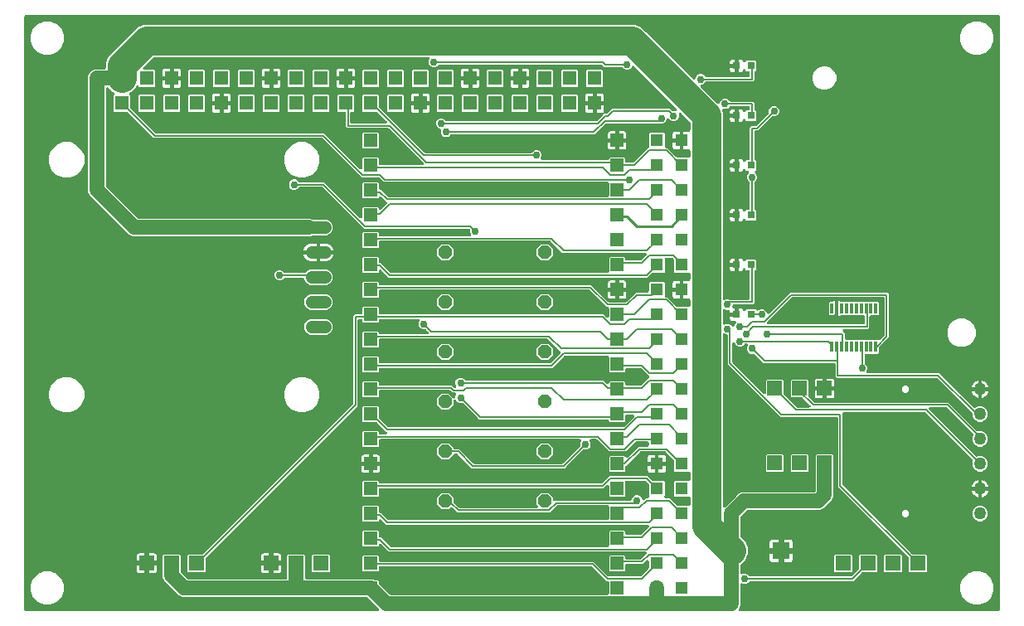
<source format=gbr>
G04 EAGLE Gerber RS-274X export*
G75*
%MOMM*%
%FSLAX34Y34*%
%LPD*%
%INTop Copper*%
%IPPOS*%
%AMOC8*
5,1,8,0,0,1.08239X$1,22.5*%
G01*
%ADD10R,1.500000X1.500000*%
%ADD11R,1.508000X1.508000*%
%ADD12R,0.800000X0.800000*%
%ADD13C,1.308000*%
%ADD14R,0.300000X1.100000*%
%ADD15R,1.308000X1.308000*%
%ADD16R,1.422400X1.422400*%
%ADD17R,1.800000X1.800000*%
%ADD18R,1.358000X1.358000*%
%ADD19C,1.270000*%
%ADD20P,1.429621X8X22.500000*%
%ADD21C,0.152400*%
%ADD22C,0.756400*%
%ADD23C,0.304800*%
%ADD24C,3.000000*%
%ADD25C,1.500000*%
%ADD26C,0.254000*%

G36*
X362590Y2004D02*
X362590Y2004D01*
X362610Y2003D01*
X362684Y2014D01*
X362758Y2015D01*
X362764Y2016D01*
X362781Y2017D01*
X362842Y2033D01*
X362905Y2041D01*
X362936Y2052D01*
X362955Y2054D01*
X363024Y2082D01*
X363026Y2082D01*
X363096Y2100D01*
X363100Y2102D01*
X363118Y2107D01*
X363174Y2137D01*
X363233Y2158D01*
X363261Y2176D01*
X363279Y2183D01*
X363338Y2225D01*
X363352Y2232D01*
X363406Y2260D01*
X363409Y2262D01*
X363425Y2271D01*
X363473Y2313D01*
X363526Y2347D01*
X363550Y2372D01*
X363565Y2382D01*
X363613Y2436D01*
X363629Y2449D01*
X363671Y2486D01*
X363674Y2489D01*
X363687Y2501D01*
X363724Y2552D01*
X363768Y2598D01*
X363786Y2627D01*
X363798Y2641D01*
X363833Y2704D01*
X363843Y2719D01*
X363878Y2766D01*
X363880Y2769D01*
X363890Y2784D01*
X363915Y2842D01*
X363947Y2897D01*
X363957Y2929D01*
X363967Y2946D01*
X363987Y3016D01*
X363991Y3027D01*
X364016Y3086D01*
X364017Y3090D01*
X364024Y3106D01*
X364034Y3168D01*
X364053Y3229D01*
X364056Y3262D01*
X364061Y3281D01*
X364070Y3381D01*
X364078Y3429D01*
X364078Y3434D01*
X364080Y3450D01*
X364078Y3486D01*
X364081Y3525D01*
X364079Y3545D01*
X364081Y3576D01*
X364065Y3686D01*
X364060Y3777D01*
X364058Y3783D01*
X364057Y3798D01*
X364045Y3838D01*
X364041Y3871D01*
X364034Y3891D01*
X364030Y3921D01*
X363990Y4021D01*
X363964Y4112D01*
X363960Y4118D01*
X363956Y4131D01*
X363936Y4166D01*
X363924Y4199D01*
X363911Y4219D01*
X363901Y4245D01*
X363841Y4331D01*
X363793Y4416D01*
X363786Y4424D01*
X363782Y4433D01*
X363750Y4469D01*
X363735Y4492D01*
X363717Y4509D01*
X363702Y4531D01*
X363675Y4555D01*
X363635Y4602D01*
X352308Y15929D01*
X352209Y16008D01*
X352115Y16092D01*
X352073Y16116D01*
X352035Y16146D01*
X351921Y16200D01*
X351810Y16261D01*
X351764Y16274D01*
X351720Y16295D01*
X351597Y16321D01*
X351475Y16356D01*
X351414Y16361D01*
X351379Y16368D01*
X351331Y16367D01*
X351231Y16375D01*
X163305Y16375D01*
X159988Y17749D01*
X157235Y20502D01*
X147502Y30235D01*
X144749Y32988D01*
X143375Y36305D01*
X143375Y41957D01*
X143361Y42083D01*
X143354Y42209D01*
X143341Y42256D01*
X143335Y42304D01*
X143335Y58972D01*
X144228Y59865D01*
X160572Y59865D01*
X161465Y58972D01*
X161465Y42429D01*
X161479Y42303D01*
X161486Y42177D01*
X161499Y42131D01*
X161505Y42083D01*
X161547Y41964D01*
X161582Y41842D01*
X161606Y41800D01*
X161622Y41755D01*
X161691Y41649D01*
X161752Y41538D01*
X161792Y41492D01*
X161811Y41462D01*
X161846Y41428D01*
X161911Y41352D01*
X168392Y34871D01*
X168491Y34792D01*
X168585Y34708D01*
X168627Y34684D01*
X168665Y34654D01*
X168779Y34600D01*
X168890Y34539D01*
X168936Y34526D01*
X168980Y34505D01*
X169103Y34479D01*
X169225Y34444D01*
X169286Y34439D01*
X169321Y34432D01*
X169369Y34433D01*
X169469Y34425D01*
X268852Y34425D01*
X268878Y34428D01*
X268904Y34426D01*
X269051Y34448D01*
X269198Y34465D01*
X269223Y34473D01*
X269249Y34477D01*
X269387Y34532D01*
X269526Y34582D01*
X269548Y34596D01*
X269573Y34606D01*
X269694Y34691D01*
X269819Y34771D01*
X269837Y34790D01*
X269859Y34805D01*
X269958Y34915D01*
X270061Y35022D01*
X270075Y35044D01*
X270092Y35064D01*
X270164Y35194D01*
X270240Y35321D01*
X270248Y35346D01*
X270261Y35369D01*
X270301Y35512D01*
X270346Y35653D01*
X270348Y35679D01*
X270356Y35704D01*
X270375Y35948D01*
X270375Y41957D01*
X270361Y42083D01*
X270354Y42209D01*
X270341Y42256D01*
X270335Y42304D01*
X270335Y58972D01*
X271228Y59865D01*
X287572Y59865D01*
X288465Y58972D01*
X288465Y42273D01*
X288444Y42201D01*
X288439Y42141D01*
X288432Y42106D01*
X288433Y42058D01*
X288425Y41957D01*
X288425Y35948D01*
X288428Y35922D01*
X288426Y35896D01*
X288448Y35749D01*
X288465Y35602D01*
X288473Y35577D01*
X288477Y35551D01*
X288532Y35413D01*
X288582Y35274D01*
X288596Y35252D01*
X288606Y35227D01*
X288691Y35106D01*
X288771Y34981D01*
X288790Y34963D01*
X288805Y34941D01*
X288915Y34842D01*
X289022Y34739D01*
X289044Y34725D01*
X289064Y34708D01*
X289194Y34636D01*
X289321Y34560D01*
X289346Y34552D01*
X289369Y34539D01*
X289512Y34499D01*
X289653Y34454D01*
X289679Y34452D01*
X289704Y34444D01*
X289948Y34425D01*
X357395Y34425D01*
X358829Y33831D01*
X358831Y33830D01*
X358833Y33829D01*
X359000Y33782D01*
X359164Y33735D01*
X359166Y33735D01*
X359168Y33734D01*
X359412Y33715D01*
X363022Y33715D01*
X363915Y32822D01*
X363915Y30479D01*
X363929Y30353D01*
X363936Y30227D01*
X363949Y30181D01*
X363955Y30133D01*
X363997Y30014D01*
X364032Y29892D01*
X364056Y29850D01*
X364072Y29805D01*
X364141Y29699D01*
X364202Y29588D01*
X364242Y29542D01*
X364261Y29512D01*
X364296Y29478D01*
X364361Y29402D01*
X374792Y18971D01*
X374891Y18892D01*
X374985Y18808D01*
X375027Y18784D01*
X375065Y18754D01*
X375179Y18700D01*
X375290Y18639D01*
X375336Y18626D01*
X375380Y18605D01*
X375503Y18579D01*
X375625Y18544D01*
X375686Y18539D01*
X375721Y18532D01*
X375769Y18533D01*
X375869Y18525D01*
X597462Y18525D01*
X597488Y18528D01*
X597514Y18526D01*
X597661Y18548D01*
X597808Y18565D01*
X597833Y18573D01*
X597859Y18577D01*
X597997Y18632D01*
X598136Y18682D01*
X598158Y18696D01*
X598183Y18706D01*
X598304Y18791D01*
X598429Y18871D01*
X598447Y18890D01*
X598469Y18905D01*
X598568Y19015D01*
X598671Y19122D01*
X598685Y19144D01*
X598702Y19164D01*
X598774Y19294D01*
X598850Y19421D01*
X598858Y19446D01*
X598871Y19469D01*
X598911Y19612D01*
X598956Y19753D01*
X598958Y19779D01*
X598966Y19804D01*
X598985Y20048D01*
X598985Y31190D01*
X598982Y31216D01*
X598984Y31242D01*
X598962Y31389D01*
X598945Y31536D01*
X598937Y31561D01*
X598933Y31587D01*
X598878Y31725D01*
X598828Y31864D01*
X598814Y31886D01*
X598804Y31911D01*
X598719Y32032D01*
X598639Y32157D01*
X598620Y32175D01*
X598605Y32197D01*
X598495Y32296D01*
X598388Y32399D01*
X598366Y32413D01*
X598346Y32430D01*
X598216Y32502D01*
X598089Y32578D01*
X598064Y32586D01*
X598041Y32599D01*
X597898Y32639D01*
X597757Y32684D01*
X597731Y32686D01*
X597706Y32694D01*
X597462Y32713D01*
X596553Y32713D01*
X581999Y47267D01*
X581900Y47346D01*
X581806Y47430D01*
X581764Y47454D01*
X581726Y47484D01*
X581612Y47538D01*
X581501Y47599D01*
X581454Y47612D01*
X581411Y47633D01*
X581287Y47659D01*
X581166Y47694D01*
X581105Y47699D01*
X581070Y47706D01*
X581022Y47705D01*
X580922Y47713D01*
X365438Y47713D01*
X365412Y47710D01*
X365386Y47712D01*
X365239Y47690D01*
X365092Y47673D01*
X365067Y47665D01*
X365041Y47661D01*
X364903Y47606D01*
X364764Y47556D01*
X364742Y47542D01*
X364717Y47532D01*
X364596Y47447D01*
X364471Y47367D01*
X364453Y47348D01*
X364431Y47333D01*
X364332Y47223D01*
X364229Y47116D01*
X364215Y47094D01*
X364198Y47074D01*
X364126Y46944D01*
X364050Y46817D01*
X364042Y46792D01*
X364029Y46769D01*
X363989Y46626D01*
X363944Y46485D01*
X363942Y46459D01*
X363934Y46434D01*
X363915Y46190D01*
X363915Y43378D01*
X363022Y42485D01*
X348178Y42485D01*
X347285Y43378D01*
X347285Y58222D01*
X348178Y59115D01*
X363022Y59115D01*
X363915Y58222D01*
X363915Y53810D01*
X363918Y53784D01*
X363916Y53758D01*
X363938Y53611D01*
X363955Y53464D01*
X363963Y53439D01*
X363967Y53413D01*
X364022Y53275D01*
X364072Y53136D01*
X364086Y53114D01*
X364096Y53089D01*
X364181Y52968D01*
X364261Y52843D01*
X364280Y52825D01*
X364295Y52803D01*
X364405Y52704D01*
X364512Y52601D01*
X364534Y52587D01*
X364554Y52570D01*
X364684Y52498D01*
X364811Y52422D01*
X364836Y52414D01*
X364859Y52401D01*
X365002Y52361D01*
X365143Y52316D01*
X365169Y52314D01*
X365194Y52306D01*
X365438Y52287D01*
X583447Y52287D01*
X598001Y37733D01*
X598100Y37654D01*
X598194Y37570D01*
X598236Y37546D01*
X598274Y37516D01*
X598388Y37462D01*
X598499Y37401D01*
X598546Y37388D01*
X598589Y37367D01*
X598713Y37341D01*
X598834Y37306D01*
X598895Y37301D01*
X598930Y37294D01*
X598978Y37295D01*
X599078Y37287D01*
X630922Y37287D01*
X631047Y37301D01*
X631174Y37308D01*
X631220Y37321D01*
X631268Y37327D01*
X631387Y37369D01*
X631508Y37404D01*
X631551Y37428D01*
X631596Y37444D01*
X631702Y37513D01*
X631813Y37574D01*
X631859Y37614D01*
X631889Y37633D01*
X631922Y37668D01*
X631999Y37733D01*
X639189Y44923D01*
X639268Y45022D01*
X639352Y45116D01*
X639376Y45158D01*
X639406Y45196D01*
X639460Y45310D01*
X639521Y45421D01*
X639534Y45468D01*
X639555Y45511D01*
X639581Y45635D01*
X639616Y45756D01*
X639621Y45817D01*
X639628Y45852D01*
X639627Y45900D01*
X639635Y46000D01*
X639635Y52724D01*
X639624Y52824D01*
X639622Y52924D01*
X639604Y52996D01*
X639595Y53070D01*
X639562Y53165D01*
X639537Y53262D01*
X639503Y53328D01*
X639478Y53398D01*
X639423Y53483D01*
X639377Y53572D01*
X639329Y53629D01*
X639289Y53691D01*
X639217Y53761D01*
X639152Y53837D01*
X639092Y53881D01*
X639038Y53933D01*
X638952Y53985D01*
X638871Y54044D01*
X638803Y54074D01*
X638739Y54112D01*
X638643Y54143D01*
X638551Y54182D01*
X638478Y54196D01*
X638407Y54218D01*
X638307Y54226D01*
X638208Y54244D01*
X638134Y54240D01*
X638060Y54246D01*
X637960Y54231D01*
X637860Y54226D01*
X637789Y54206D01*
X637715Y54195D01*
X637622Y54157D01*
X637525Y54130D01*
X637460Y54093D01*
X637391Y54066D01*
X637309Y54009D01*
X637221Y53959D01*
X637145Y53894D01*
X637105Y53867D01*
X637081Y53840D01*
X637035Y53801D01*
X635233Y51999D01*
X633447Y50213D01*
X617138Y50213D01*
X617112Y50210D01*
X617086Y50212D01*
X616939Y50190D01*
X616792Y50173D01*
X616767Y50165D01*
X616741Y50161D01*
X616603Y50106D01*
X616464Y50056D01*
X616442Y50042D01*
X616417Y50032D01*
X616296Y49947D01*
X616171Y49867D01*
X616153Y49848D01*
X616131Y49833D01*
X616032Y49723D01*
X615929Y49616D01*
X615915Y49594D01*
X615898Y49574D01*
X615826Y49444D01*
X615750Y49317D01*
X615742Y49292D01*
X615729Y49269D01*
X615689Y49126D01*
X615644Y48985D01*
X615642Y48959D01*
X615634Y48934D01*
X615615Y48690D01*
X615615Y43378D01*
X614722Y42485D01*
X599878Y42485D01*
X598985Y43378D01*
X598985Y58222D01*
X599878Y59115D01*
X614722Y59115D01*
X615615Y58222D01*
X615615Y56310D01*
X615618Y56284D01*
X615616Y56258D01*
X615638Y56111D01*
X615655Y55964D01*
X615663Y55939D01*
X615667Y55913D01*
X615722Y55775D01*
X615772Y55636D01*
X615786Y55614D01*
X615796Y55589D01*
X615881Y55468D01*
X615961Y55343D01*
X615980Y55325D01*
X615995Y55303D01*
X616105Y55204D01*
X616212Y55101D01*
X616234Y55087D01*
X616254Y55070D01*
X616384Y54998D01*
X616511Y54922D01*
X616536Y54914D01*
X616559Y54901D01*
X616702Y54861D01*
X616843Y54816D01*
X616869Y54814D01*
X616894Y54806D01*
X617138Y54787D01*
X630922Y54787D01*
X631047Y54801D01*
X631174Y54808D01*
X631220Y54821D01*
X631268Y54827D01*
X631387Y54869D01*
X631508Y54904D01*
X631551Y54928D01*
X631596Y54944D01*
X631703Y55013D01*
X631813Y55074D01*
X631859Y55114D01*
X631889Y55133D01*
X631923Y55168D01*
X631999Y55233D01*
X636879Y60113D01*
X636941Y60191D01*
X637011Y60264D01*
X637049Y60328D01*
X637096Y60386D01*
X637139Y60477D01*
X637190Y60563D01*
X637213Y60634D01*
X637245Y60701D01*
X637266Y60799D01*
X637296Y60895D01*
X637302Y60969D01*
X637318Y61042D01*
X637316Y61142D01*
X637324Y61242D01*
X637313Y61316D01*
X637312Y61390D01*
X637287Y61487D01*
X637273Y61587D01*
X637245Y61656D01*
X637227Y61728D01*
X637181Y61818D01*
X637144Y61911D01*
X637101Y61972D01*
X637067Y62038D01*
X637002Y62115D01*
X636945Y62197D01*
X636890Y62247D01*
X636841Y62303D01*
X636761Y62363D01*
X636686Y62430D01*
X636621Y62466D01*
X636561Y62511D01*
X636469Y62550D01*
X636381Y62599D01*
X636309Y62619D01*
X636241Y62649D01*
X636142Y62666D01*
X636046Y62694D01*
X635946Y62702D01*
X635898Y62710D01*
X635862Y62708D01*
X635802Y62713D01*
X374053Y62713D01*
X366515Y70251D01*
X366437Y70313D01*
X366364Y70383D01*
X366300Y70421D01*
X366242Y70468D01*
X366151Y70511D01*
X366065Y70562D01*
X365994Y70585D01*
X365927Y70617D01*
X365829Y70638D01*
X365733Y70668D01*
X365659Y70674D01*
X365586Y70690D01*
X365486Y70688D01*
X365386Y70696D01*
X365312Y70685D01*
X365238Y70684D01*
X365141Y70659D01*
X365041Y70645D01*
X364972Y70617D01*
X364900Y70599D01*
X364810Y70553D01*
X364717Y70516D01*
X364656Y70473D01*
X364590Y70439D01*
X364513Y70374D01*
X364431Y70317D01*
X364381Y70262D01*
X364325Y70213D01*
X364265Y70133D01*
X364198Y70058D01*
X364162Y69993D01*
X364117Y69933D01*
X364078Y69841D01*
X364029Y69753D01*
X364009Y69681D01*
X363979Y69613D01*
X363962Y69514D01*
X363934Y69418D01*
X363926Y69318D01*
X363918Y69270D01*
X363920Y69234D01*
X363915Y69174D01*
X363915Y68778D01*
X363022Y67885D01*
X348178Y67885D01*
X347285Y68778D01*
X347285Y83622D01*
X348178Y84515D01*
X363022Y84515D01*
X363915Y83622D01*
X363915Y78810D01*
X363918Y78784D01*
X363916Y78758D01*
X363938Y78611D01*
X363955Y78464D01*
X363963Y78439D01*
X363967Y78413D01*
X364022Y78275D01*
X364072Y78136D01*
X364086Y78114D01*
X364096Y78089D01*
X364181Y77968D01*
X364261Y77843D01*
X364280Y77825D01*
X364295Y77803D01*
X364405Y77704D01*
X364512Y77601D01*
X364534Y77587D01*
X364554Y77570D01*
X364684Y77498D01*
X364811Y77422D01*
X364836Y77414D01*
X364859Y77401D01*
X365002Y77361D01*
X365143Y77316D01*
X365169Y77314D01*
X365194Y77306D01*
X365438Y77287D01*
X365947Y77287D01*
X375501Y67733D01*
X375600Y67654D01*
X375694Y67570D01*
X375736Y67546D01*
X375774Y67516D01*
X375888Y67462D01*
X375999Y67401D01*
X376046Y67388D01*
X376089Y67367D01*
X376213Y67341D01*
X376334Y67306D01*
X376395Y67301D01*
X376430Y67294D01*
X376478Y67295D01*
X376578Y67287D01*
X597462Y67287D01*
X597488Y67290D01*
X597514Y67288D01*
X597661Y67310D01*
X597808Y67327D01*
X597833Y67335D01*
X597859Y67339D01*
X597997Y67394D01*
X598136Y67444D01*
X598158Y67458D01*
X598183Y67468D01*
X598304Y67553D01*
X598429Y67633D01*
X598447Y67652D01*
X598469Y67667D01*
X598568Y67777D01*
X598671Y67884D01*
X598685Y67906D01*
X598702Y67926D01*
X598774Y68056D01*
X598850Y68183D01*
X598858Y68208D01*
X598871Y68231D01*
X598911Y68374D01*
X598956Y68515D01*
X598958Y68541D01*
X598966Y68566D01*
X598985Y68810D01*
X598985Y83622D01*
X599878Y84515D01*
X614722Y84515D01*
X615615Y83622D01*
X615615Y81310D01*
X615618Y81284D01*
X615616Y81258D01*
X615638Y81111D01*
X615655Y80964D01*
X615663Y80939D01*
X615667Y80913D01*
X615722Y80775D01*
X615772Y80636D01*
X615786Y80614D01*
X615796Y80589D01*
X615881Y80468D01*
X615961Y80343D01*
X615980Y80325D01*
X615995Y80303D01*
X616105Y80204D01*
X616212Y80101D01*
X616234Y80087D01*
X616254Y80070D01*
X616384Y79998D01*
X616511Y79922D01*
X616536Y79914D01*
X616559Y79901D01*
X616702Y79861D01*
X616843Y79816D01*
X616869Y79814D01*
X616894Y79806D01*
X617138Y79787D01*
X630922Y79787D01*
X631047Y79801D01*
X631174Y79808D01*
X631220Y79821D01*
X631268Y79827D01*
X631387Y79869D01*
X631508Y79904D01*
X631551Y79928D01*
X631596Y79944D01*
X631703Y80013D01*
X631813Y80074D01*
X631859Y80114D01*
X631889Y80133D01*
X631923Y80168D01*
X631999Y80233D01*
X639379Y87613D01*
X639441Y87691D01*
X639511Y87764D01*
X639549Y87828D01*
X639596Y87886D01*
X639639Y87977D01*
X639690Y88063D01*
X639713Y88134D01*
X639745Y88201D01*
X639766Y88299D01*
X639796Y88395D01*
X639802Y88469D01*
X639818Y88542D01*
X639816Y88642D01*
X639824Y88742D01*
X639813Y88816D01*
X639812Y88890D01*
X639787Y88987D01*
X639773Y89087D01*
X639745Y89156D01*
X639727Y89228D01*
X639681Y89318D01*
X639644Y89411D01*
X639601Y89472D01*
X639567Y89538D01*
X639502Y89615D01*
X639445Y89697D01*
X639390Y89747D01*
X639341Y89803D01*
X639261Y89863D01*
X639186Y89930D01*
X639121Y89966D01*
X639061Y90011D01*
X638969Y90050D01*
X638881Y90099D01*
X638809Y90119D01*
X638741Y90149D01*
X638642Y90166D01*
X638546Y90194D01*
X638446Y90202D01*
X638398Y90210D01*
X638362Y90208D01*
X638302Y90213D01*
X371553Y90213D01*
X366515Y95251D01*
X366437Y95313D01*
X366364Y95383D01*
X366300Y95421D01*
X366242Y95468D01*
X366151Y95511D01*
X366065Y95562D01*
X365994Y95585D01*
X365927Y95617D01*
X365829Y95638D01*
X365733Y95668D01*
X365659Y95674D01*
X365586Y95690D01*
X365486Y95688D01*
X365386Y95696D01*
X365312Y95685D01*
X365238Y95684D01*
X365141Y95659D01*
X365041Y95645D01*
X364972Y95617D01*
X364900Y95599D01*
X364810Y95553D01*
X364717Y95516D01*
X364656Y95473D01*
X364590Y95439D01*
X364513Y95374D01*
X364431Y95317D01*
X364381Y95262D01*
X364325Y95213D01*
X364265Y95133D01*
X364198Y95058D01*
X364162Y94993D01*
X364117Y94933D01*
X364078Y94841D01*
X364029Y94753D01*
X364009Y94681D01*
X363979Y94613D01*
X363962Y94514D01*
X363934Y94418D01*
X363926Y94318D01*
X363918Y94270D01*
X363920Y94234D01*
X363915Y94179D01*
X363022Y93285D01*
X348178Y93285D01*
X347285Y94178D01*
X347285Y109022D01*
X348178Y109915D01*
X363022Y109915D01*
X363915Y109022D01*
X363915Y103810D01*
X363918Y103784D01*
X363916Y103758D01*
X363938Y103611D01*
X363955Y103464D01*
X363963Y103439D01*
X363967Y103413D01*
X364022Y103275D01*
X364072Y103136D01*
X364086Y103114D01*
X364096Y103089D01*
X364181Y102968D01*
X364261Y102843D01*
X364280Y102825D01*
X364295Y102803D01*
X364405Y102704D01*
X364512Y102601D01*
X364534Y102587D01*
X364554Y102570D01*
X364684Y102498D01*
X364811Y102422D01*
X364836Y102414D01*
X364859Y102401D01*
X365002Y102361D01*
X365143Y102316D01*
X365169Y102314D01*
X365194Y102306D01*
X365438Y102287D01*
X365947Y102287D01*
X373001Y95233D01*
X373100Y95154D01*
X373194Y95070D01*
X373236Y95046D01*
X373274Y95016D01*
X373388Y94962D01*
X373499Y94901D01*
X373546Y94888D01*
X373589Y94867D01*
X373713Y94841D01*
X373834Y94806D01*
X373895Y94801D01*
X373930Y94794D01*
X373978Y94795D01*
X374078Y94787D01*
X597462Y94787D01*
X597488Y94790D01*
X597514Y94788D01*
X597661Y94810D01*
X597808Y94827D01*
X597833Y94835D01*
X597859Y94839D01*
X597997Y94894D01*
X598136Y94944D01*
X598158Y94958D01*
X598183Y94968D01*
X598304Y95053D01*
X598429Y95133D01*
X598447Y95152D01*
X598469Y95167D01*
X598568Y95277D01*
X598671Y95384D01*
X598685Y95406D01*
X598702Y95426D01*
X598774Y95556D01*
X598850Y95683D01*
X598858Y95708D01*
X598871Y95731D01*
X598911Y95874D01*
X598956Y96015D01*
X598958Y96041D01*
X598966Y96066D01*
X598985Y96310D01*
X598985Y108690D01*
X598982Y108716D01*
X598984Y108742D01*
X598962Y108889D01*
X598945Y109036D01*
X598937Y109061D01*
X598933Y109087D01*
X598878Y109225D01*
X598828Y109364D01*
X598814Y109386D01*
X598804Y109411D01*
X598719Y109532D01*
X598639Y109657D01*
X598620Y109675D01*
X598605Y109697D01*
X598495Y109796D01*
X598388Y109899D01*
X598366Y109913D01*
X598346Y109930D01*
X598216Y110002D01*
X598089Y110078D01*
X598064Y110086D01*
X598041Y110099D01*
X597898Y110139D01*
X597757Y110184D01*
X597731Y110186D01*
X597706Y110194D01*
X597462Y110213D01*
X546578Y110213D01*
X546453Y110199D01*
X546326Y110192D01*
X546280Y110179D01*
X546232Y110173D01*
X546113Y110131D01*
X545992Y110096D01*
X545949Y110072D01*
X545904Y110056D01*
X545798Y109987D01*
X545687Y109926D01*
X545641Y109886D01*
X545611Y109867D01*
X545578Y109832D01*
X545501Y109767D01*
X538447Y102713D01*
X444053Y102713D01*
X438958Y107808D01*
X438938Y107824D01*
X438920Y107844D01*
X438801Y107933D01*
X438685Y108025D01*
X438661Y108036D01*
X438640Y108051D01*
X438504Y108110D01*
X438370Y108174D01*
X438344Y108179D01*
X438320Y108189D01*
X438174Y108216D01*
X438029Y108247D01*
X438003Y108247D01*
X437977Y108251D01*
X437829Y108244D01*
X437681Y108241D01*
X437655Y108235D01*
X437629Y108233D01*
X437487Y108192D01*
X437343Y108156D01*
X437319Y108144D01*
X437294Y108137D01*
X437165Y108064D01*
X437033Y107996D01*
X437013Y107979D01*
X436990Y107967D01*
X436804Y107808D01*
X435167Y106171D01*
X428433Y106171D01*
X423671Y110933D01*
X423671Y117667D01*
X428433Y122429D01*
X435167Y122429D01*
X439929Y117667D01*
X439929Y113936D01*
X439943Y113811D01*
X439950Y113684D01*
X439963Y113638D01*
X439969Y113590D01*
X440011Y113471D01*
X440046Y113349D01*
X440070Y113307D01*
X440086Y113262D01*
X440155Y113156D01*
X440216Y113045D01*
X440256Y112999D01*
X440275Y112969D01*
X440310Y112935D01*
X440375Y112859D01*
X445501Y107733D01*
X445600Y107654D01*
X445694Y107570D01*
X445736Y107546D01*
X445774Y107516D01*
X445888Y107462D01*
X445999Y107401D01*
X446046Y107388D01*
X446089Y107367D01*
X446213Y107341D01*
X446334Y107306D01*
X446395Y107301D01*
X446430Y107294D01*
X446478Y107295D01*
X446578Y107287D01*
X525240Y107287D01*
X525340Y107298D01*
X525440Y107300D01*
X525512Y107318D01*
X525586Y107327D01*
X525681Y107360D01*
X525778Y107385D01*
X525844Y107419D01*
X525914Y107444D01*
X525999Y107499D01*
X526088Y107545D01*
X526145Y107593D01*
X526207Y107633D01*
X526277Y107705D01*
X526353Y107770D01*
X526398Y107830D01*
X526449Y107884D01*
X526501Y107970D01*
X526561Y108051D01*
X526590Y108119D01*
X526628Y108183D01*
X526659Y108279D01*
X526699Y108371D01*
X526712Y108444D01*
X526734Y108515D01*
X526743Y108615D01*
X526760Y108714D01*
X526756Y108788D01*
X526762Y108862D01*
X526748Y108962D01*
X526742Y109062D01*
X526722Y109133D01*
X526711Y109207D01*
X526674Y109300D01*
X526646Y109397D01*
X526609Y109462D01*
X526582Y109531D01*
X526525Y109613D01*
X526476Y109701D01*
X526410Y109777D01*
X526383Y109817D01*
X526357Y109841D01*
X526317Y109887D01*
X525271Y110933D01*
X525271Y117667D01*
X530033Y122429D01*
X536767Y122429D01*
X541529Y117667D01*
X541529Y115940D01*
X541540Y115840D01*
X541542Y115740D01*
X541560Y115668D01*
X541569Y115594D01*
X541602Y115499D01*
X541627Y115402D01*
X541661Y115336D01*
X541686Y115266D01*
X541741Y115181D01*
X541787Y115092D01*
X541835Y115035D01*
X541875Y114973D01*
X541947Y114903D01*
X542012Y114827D01*
X542072Y114782D01*
X542126Y114731D01*
X542212Y114679D01*
X542293Y114620D01*
X542361Y114590D01*
X542425Y114552D01*
X542520Y114521D01*
X542613Y114482D01*
X542686Y114468D01*
X542757Y114446D01*
X542857Y114438D01*
X542956Y114420D01*
X543030Y114424D01*
X543104Y114418D01*
X543203Y114433D01*
X543304Y114438D01*
X543375Y114458D01*
X543449Y114469D01*
X543542Y114507D01*
X543639Y114534D01*
X543704Y114571D01*
X543773Y114598D01*
X543855Y114655D01*
X543943Y114705D01*
X544019Y114770D01*
X544044Y114787D01*
X620670Y114787D01*
X620696Y114790D01*
X620722Y114788D01*
X620869Y114810D01*
X621016Y114827D01*
X621041Y114835D01*
X621067Y114839D01*
X621205Y114894D01*
X621344Y114944D01*
X621366Y114958D01*
X621391Y114968D01*
X621512Y115053D01*
X621637Y115133D01*
X621655Y115152D01*
X621677Y115167D01*
X621776Y115277D01*
X621879Y115384D01*
X621893Y115406D01*
X621910Y115426D01*
X621982Y115556D01*
X622058Y115683D01*
X622066Y115708D01*
X622079Y115731D01*
X622119Y115874D01*
X622124Y115887D01*
X623001Y118006D01*
X624494Y119499D01*
X626444Y120307D01*
X628556Y120307D01*
X630506Y119499D01*
X631999Y118006D01*
X632671Y116383D01*
X632744Y116252D01*
X632813Y116118D01*
X632828Y116100D01*
X632840Y116079D01*
X632941Y115968D01*
X633039Y115853D01*
X633058Y115839D01*
X633074Y115821D01*
X633198Y115735D01*
X633319Y115646D01*
X633341Y115636D01*
X633361Y115623D01*
X633501Y115567D01*
X633639Y115508D01*
X633663Y115504D01*
X633685Y115495D01*
X633834Y115473D01*
X633982Y115446D01*
X634006Y115447D01*
X634030Y115444D01*
X634180Y115456D01*
X634330Y115464D01*
X634353Y115471D01*
X634377Y115473D01*
X634521Y115519D01*
X634665Y115561D01*
X634686Y115572D01*
X634709Y115580D01*
X634838Y115657D01*
X634969Y115731D01*
X634991Y115750D01*
X635008Y115760D01*
X635042Y115793D01*
X635155Y115889D01*
X636553Y117287D01*
X638500Y117287D01*
X638599Y117298D01*
X638700Y117300D01*
X638772Y117318D01*
X638846Y117327D01*
X638940Y117360D01*
X639038Y117385D01*
X639104Y117419D01*
X639174Y117444D01*
X639258Y117499D01*
X639348Y117545D01*
X639404Y117593D01*
X639467Y117633D01*
X639536Y117705D01*
X639613Y117770D01*
X639657Y117830D01*
X639709Y117884D01*
X639760Y117970D01*
X639820Y118051D01*
X639850Y118119D01*
X639888Y118183D01*
X639918Y118278D01*
X639958Y118371D01*
X639971Y118444D01*
X639994Y118515D01*
X640002Y118615D01*
X640020Y118714D01*
X640016Y118788D01*
X640022Y118862D01*
X640007Y118961D01*
X640002Y119062D01*
X639981Y119133D01*
X639970Y119207D01*
X639933Y119300D01*
X639905Y119397D01*
X639869Y119462D01*
X639841Y119531D01*
X639784Y119613D01*
X639735Y119701D01*
X639670Y119777D01*
X639643Y119817D01*
X639635Y119823D01*
X639635Y131500D01*
X639633Y131517D01*
X639634Y131529D01*
X639624Y131600D01*
X639621Y131625D01*
X639614Y131752D01*
X639601Y131798D01*
X639595Y131846D01*
X639553Y131965D01*
X639518Y132086D01*
X639494Y132129D01*
X639478Y132174D01*
X639409Y132280D01*
X639348Y132391D01*
X639308Y132437D01*
X639289Y132467D01*
X639254Y132500D01*
X639189Y132577D01*
X636999Y134767D01*
X636900Y134846D01*
X636806Y134930D01*
X636764Y134954D01*
X636726Y134984D01*
X636612Y135038D01*
X636501Y135099D01*
X636454Y135112D01*
X636411Y135133D01*
X636287Y135159D01*
X636166Y135194D01*
X636105Y135199D01*
X636070Y135206D01*
X636022Y135205D01*
X635922Y135213D01*
X617138Y135213D01*
X617112Y135210D01*
X617086Y135212D01*
X616939Y135190D01*
X616792Y135173D01*
X616767Y135165D01*
X616741Y135161D01*
X616603Y135106D01*
X616464Y135056D01*
X616442Y135042D01*
X616417Y135032D01*
X616296Y134947D01*
X616171Y134867D01*
X616153Y134848D01*
X616131Y134833D01*
X616032Y134723D01*
X615929Y134616D01*
X615915Y134594D01*
X615898Y134574D01*
X615826Y134444D01*
X615750Y134317D01*
X615742Y134292D01*
X615729Y134269D01*
X615689Y134126D01*
X615644Y133985D01*
X615642Y133959D01*
X615634Y133934D01*
X615615Y133690D01*
X615615Y119578D01*
X614722Y118685D01*
X599878Y118685D01*
X598985Y119578D01*
X598985Y129574D01*
X598974Y129674D01*
X598972Y129774D01*
X598954Y129846D01*
X598945Y129920D01*
X598911Y130015D01*
X598887Y130112D01*
X598853Y130178D01*
X598828Y130248D01*
X598773Y130333D01*
X598727Y130422D01*
X598679Y130479D01*
X598639Y130541D01*
X598567Y130611D01*
X598502Y130687D01*
X598442Y130731D01*
X598388Y130783D01*
X598302Y130835D01*
X598221Y130894D01*
X598153Y130924D01*
X598089Y130962D01*
X597993Y130993D01*
X597901Y131032D01*
X597828Y131046D01*
X597757Y131068D01*
X597657Y131076D01*
X597558Y131094D01*
X597484Y131090D01*
X597410Y131096D01*
X597310Y131081D01*
X597210Y131076D01*
X597139Y131056D01*
X597065Y131045D01*
X596972Y131007D01*
X596875Y130980D01*
X596810Y130943D01*
X596741Y130916D01*
X596659Y130859D01*
X596571Y130809D01*
X596495Y130744D01*
X596455Y130717D01*
X596431Y130690D01*
X596385Y130651D01*
X595233Y129499D01*
X593447Y127713D01*
X365438Y127713D01*
X365412Y127710D01*
X365386Y127712D01*
X365239Y127690D01*
X365092Y127673D01*
X365067Y127665D01*
X365041Y127661D01*
X364903Y127606D01*
X364764Y127556D01*
X364742Y127542D01*
X364717Y127532D01*
X364596Y127447D01*
X364471Y127367D01*
X364453Y127348D01*
X364431Y127333D01*
X364332Y127223D01*
X364229Y127116D01*
X364215Y127094D01*
X364198Y127074D01*
X364126Y126944D01*
X364050Y126817D01*
X364042Y126792D01*
X364029Y126769D01*
X363989Y126626D01*
X363944Y126485D01*
X363942Y126459D01*
X363934Y126434D01*
X363915Y126190D01*
X363915Y119578D01*
X363022Y118685D01*
X348178Y118685D01*
X347285Y119578D01*
X347285Y134422D01*
X348178Y135315D01*
X363022Y135315D01*
X363915Y134422D01*
X363915Y133810D01*
X363918Y133784D01*
X363916Y133758D01*
X363938Y133611D01*
X363955Y133464D01*
X363963Y133439D01*
X363967Y133413D01*
X364022Y133275D01*
X364072Y133136D01*
X364086Y133114D01*
X364096Y133089D01*
X364181Y132968D01*
X364261Y132843D01*
X364280Y132825D01*
X364295Y132803D01*
X364405Y132704D01*
X364512Y132601D01*
X364534Y132587D01*
X364554Y132570D01*
X364684Y132498D01*
X364811Y132422D01*
X364836Y132414D01*
X364859Y132401D01*
X365002Y132361D01*
X365143Y132316D01*
X365169Y132314D01*
X365194Y132306D01*
X365438Y132287D01*
X590922Y132287D01*
X591047Y132301D01*
X591174Y132308D01*
X591220Y132321D01*
X591268Y132327D01*
X591387Y132369D01*
X591508Y132404D01*
X591551Y132428D01*
X591596Y132444D01*
X591702Y132513D01*
X591813Y132574D01*
X591859Y132614D01*
X591889Y132633D01*
X591922Y132668D01*
X591999Y132733D01*
X599053Y139787D01*
X638447Y139787D01*
X642723Y135511D01*
X642822Y135432D01*
X642916Y135348D01*
X642958Y135324D01*
X642996Y135294D01*
X643110Y135240D01*
X643221Y135179D01*
X643268Y135166D01*
X643311Y135145D01*
X643435Y135119D01*
X643556Y135084D01*
X643617Y135079D01*
X643652Y135072D01*
X643700Y135073D01*
X643800Y135065D01*
X654872Y135065D01*
X655765Y134172D01*
X655765Y119813D01*
X655761Y119808D01*
X655691Y119736D01*
X655653Y119672D01*
X655607Y119614D01*
X655564Y119523D01*
X655512Y119437D01*
X655490Y119366D01*
X655458Y119299D01*
X655437Y119201D01*
X655406Y119105D01*
X655400Y119031D01*
X655384Y118958D01*
X655386Y118858D01*
X655378Y118758D01*
X655389Y118684D01*
X655390Y118610D01*
X655415Y118512D01*
X655430Y118413D01*
X655457Y118344D01*
X655475Y118272D01*
X655521Y118183D01*
X655559Y118089D01*
X655601Y118028D01*
X655635Y117962D01*
X655700Y117886D01*
X655757Y117803D01*
X655813Y117753D01*
X655861Y117697D01*
X655942Y117637D01*
X656016Y117570D01*
X656081Y117534D01*
X656141Y117489D01*
X656233Y117450D01*
X656321Y117401D01*
X656393Y117381D01*
X656461Y117351D01*
X656560Y117334D01*
X656657Y117306D01*
X656757Y117298D01*
X656804Y117290D01*
X656840Y117292D01*
X656900Y117287D01*
X660947Y117287D01*
X668123Y110111D01*
X668222Y110032D01*
X668316Y109948D01*
X668358Y109924D01*
X668396Y109894D01*
X668510Y109840D01*
X668621Y109779D01*
X668667Y109766D01*
X668711Y109745D01*
X668835Y109719D01*
X668956Y109684D01*
X669017Y109679D01*
X669052Y109672D01*
X669100Y109673D01*
X669200Y109665D01*
X680452Y109665D01*
X680478Y109668D01*
X680504Y109666D01*
X680651Y109688D01*
X680798Y109705D01*
X680823Y109713D01*
X680849Y109717D01*
X680987Y109772D01*
X681126Y109822D01*
X681148Y109836D01*
X681173Y109846D01*
X681294Y109930D01*
X681419Y110011D01*
X681437Y110030D01*
X681459Y110045D01*
X681558Y110155D01*
X681661Y110262D01*
X681675Y110284D01*
X681692Y110304D01*
X681764Y110434D01*
X681840Y110561D01*
X681848Y110586D01*
X681861Y110609D01*
X681901Y110752D01*
X681946Y110893D01*
X681948Y110919D01*
X681956Y110944D01*
X681975Y111188D01*
X681975Y117412D01*
X681972Y117438D01*
X681974Y117464D01*
X681952Y117611D01*
X681935Y117758D01*
X681927Y117783D01*
X681923Y117809D01*
X681868Y117946D01*
X681818Y118086D01*
X681804Y118108D01*
X681794Y118133D01*
X681709Y118254D01*
X681629Y118379D01*
X681610Y118397D01*
X681595Y118419D01*
X681485Y118518D01*
X681378Y118621D01*
X681356Y118635D01*
X681336Y118652D01*
X681206Y118724D01*
X681079Y118800D01*
X681054Y118808D01*
X681031Y118821D01*
X680888Y118861D01*
X680747Y118906D01*
X680721Y118908D01*
X680696Y118916D01*
X680452Y118935D01*
X665928Y118935D01*
X665035Y119828D01*
X665035Y134172D01*
X665928Y135065D01*
X680452Y135065D01*
X680478Y135068D01*
X680504Y135066D01*
X680651Y135088D01*
X680798Y135105D01*
X680823Y135113D01*
X680849Y135117D01*
X680987Y135172D01*
X681126Y135222D01*
X681148Y135236D01*
X681173Y135246D01*
X681294Y135331D01*
X681419Y135411D01*
X681437Y135430D01*
X681459Y135445D01*
X681558Y135555D01*
X681661Y135662D01*
X681675Y135684D01*
X681692Y135704D01*
X681764Y135834D01*
X681840Y135961D01*
X681848Y135986D01*
X681861Y136009D01*
X681901Y136152D01*
X681946Y136293D01*
X681948Y136319D01*
X681956Y136344D01*
X681975Y136588D01*
X681975Y142812D01*
X681972Y142838D01*
X681974Y142864D01*
X681952Y143011D01*
X681935Y143158D01*
X681927Y143183D01*
X681923Y143209D01*
X681868Y143347D01*
X681818Y143486D01*
X681804Y143508D01*
X681794Y143533D01*
X681709Y143654D01*
X681629Y143779D01*
X681610Y143797D01*
X681595Y143819D01*
X681485Y143918D01*
X681378Y144021D01*
X681356Y144035D01*
X681336Y144052D01*
X681207Y144124D01*
X681079Y144200D01*
X681054Y144208D01*
X681031Y144221D01*
X680888Y144261D01*
X680747Y144306D01*
X680721Y144308D01*
X680696Y144316D01*
X680452Y144335D01*
X665928Y144335D01*
X665035Y145228D01*
X665035Y156100D01*
X665021Y156225D01*
X665014Y156352D01*
X665001Y156398D01*
X664995Y156446D01*
X664953Y156565D01*
X664918Y156687D01*
X664894Y156729D01*
X664878Y156774D01*
X664809Y156880D01*
X664748Y156991D01*
X664708Y157037D01*
X664689Y157067D01*
X664654Y157101D01*
X664589Y157177D01*
X656999Y164767D01*
X656900Y164846D01*
X656806Y164930D01*
X656764Y164954D01*
X656726Y164984D01*
X656612Y165038D01*
X656501Y165099D01*
X656454Y165112D01*
X656411Y165133D01*
X656287Y165159D01*
X656166Y165194D01*
X656105Y165199D01*
X656070Y165206D01*
X656022Y165205D01*
X655922Y165213D01*
X631578Y165213D01*
X631453Y165199D01*
X631326Y165192D01*
X631280Y165179D01*
X631232Y165173D01*
X631113Y165131D01*
X630992Y165096D01*
X630949Y165072D01*
X630904Y165056D01*
X630798Y164987D01*
X630687Y164926D01*
X630641Y164886D01*
X630611Y164867D01*
X630578Y164832D01*
X630501Y164767D01*
X616061Y150327D01*
X615982Y150228D01*
X615898Y150134D01*
X615874Y150092D01*
X615844Y150054D01*
X615790Y149940D01*
X615729Y149829D01*
X615716Y149782D01*
X615695Y149739D01*
X615669Y149615D01*
X615634Y149494D01*
X615629Y149433D01*
X615622Y149398D01*
X615623Y149350D01*
X615615Y149250D01*
X615615Y144978D01*
X614722Y144085D01*
X599878Y144085D01*
X598985Y144978D01*
X598985Y159822D01*
X599878Y160715D01*
X614722Y160715D01*
X615634Y159802D01*
X615646Y159754D01*
X615655Y159680D01*
X615688Y159585D01*
X615713Y159488D01*
X615747Y159422D01*
X615772Y159352D01*
X615827Y159267D01*
X615873Y159178D01*
X615921Y159121D01*
X615961Y159059D01*
X616033Y158989D01*
X616098Y158913D01*
X616158Y158869D01*
X616212Y158817D01*
X616298Y158765D01*
X616379Y158706D01*
X616447Y158676D01*
X616511Y158638D01*
X616607Y158607D01*
X616699Y158568D01*
X616772Y158554D01*
X616843Y158532D01*
X616943Y158524D01*
X617042Y158506D01*
X617116Y158510D01*
X617190Y158504D01*
X617290Y158519D01*
X617390Y158524D01*
X617461Y158544D01*
X617535Y158555D01*
X617628Y158593D01*
X617725Y158620D01*
X617790Y158657D01*
X617859Y158684D01*
X617941Y158741D01*
X618029Y158791D01*
X618105Y158856D01*
X618145Y158883D01*
X618169Y158910D01*
X618215Y158949D01*
X629053Y169787D01*
X638112Y169787D01*
X638138Y169790D01*
X638164Y169788D01*
X638311Y169810D01*
X638458Y169827D01*
X638483Y169835D01*
X638509Y169839D01*
X638647Y169894D01*
X638786Y169944D01*
X638808Y169958D01*
X638833Y169968D01*
X638954Y170053D01*
X639079Y170133D01*
X639097Y170152D01*
X639119Y170167D01*
X639218Y170277D01*
X639321Y170384D01*
X639335Y170406D01*
X639352Y170426D01*
X639424Y170556D01*
X639500Y170683D01*
X639508Y170708D01*
X639521Y170731D01*
X639561Y170874D01*
X639606Y171015D01*
X639608Y171041D01*
X639616Y171066D01*
X639635Y171310D01*
X639635Y173690D01*
X639632Y173716D01*
X639634Y173742D01*
X639612Y173889D01*
X639595Y174036D01*
X639587Y174061D01*
X639583Y174087D01*
X639528Y174225D01*
X639478Y174364D01*
X639464Y174386D01*
X639454Y174411D01*
X639369Y174532D01*
X639289Y174657D01*
X639270Y174675D01*
X639255Y174697D01*
X639145Y174796D01*
X639038Y174899D01*
X639016Y174913D01*
X638996Y174930D01*
X638866Y175002D01*
X638739Y175078D01*
X638714Y175086D01*
X638691Y175099D01*
X638548Y175139D01*
X638407Y175184D01*
X638381Y175186D01*
X638356Y175194D01*
X638112Y175213D01*
X626578Y175213D01*
X626453Y175199D01*
X626326Y175192D01*
X626280Y175179D01*
X626232Y175173D01*
X626113Y175131D01*
X625992Y175096D01*
X625949Y175072D01*
X625904Y175056D01*
X625798Y174987D01*
X625687Y174926D01*
X625641Y174886D01*
X625611Y174867D01*
X625578Y174832D01*
X625501Y174767D01*
X615947Y165213D01*
X599053Y165213D01*
X586999Y177267D01*
X586900Y177346D01*
X586806Y177430D01*
X586764Y177454D01*
X586726Y177484D01*
X586612Y177538D01*
X586501Y177599D01*
X586454Y177612D01*
X586411Y177633D01*
X586287Y177659D01*
X586166Y177694D01*
X586105Y177699D01*
X586070Y177706D01*
X586022Y177705D01*
X585922Y177713D01*
X580864Y177713D01*
X580715Y177696D01*
X580565Y177684D01*
X580542Y177676D01*
X580518Y177673D01*
X580377Y177623D01*
X580233Y177577D01*
X580213Y177564D01*
X580190Y177556D01*
X580064Y177474D01*
X579935Y177397D01*
X579917Y177380D01*
X579897Y177367D01*
X579793Y177259D01*
X579685Y177154D01*
X579672Y177134D01*
X579655Y177116D01*
X579578Y176987D01*
X579497Y176861D01*
X579488Y176838D01*
X579476Y176817D01*
X579430Y176674D01*
X579380Y176532D01*
X579377Y176508D01*
X579370Y176485D01*
X579358Y176336D01*
X579341Y176186D01*
X579344Y176162D01*
X579342Y176138D01*
X579364Y175989D01*
X579382Y175840D01*
X579391Y175812D01*
X579394Y175793D01*
X579411Y175749D01*
X579457Y175607D01*
X580307Y173556D01*
X580307Y171444D01*
X579499Y169494D01*
X578006Y168001D01*
X576056Y167193D01*
X573845Y167193D01*
X573831Y167197D01*
X573754Y167201D01*
X573679Y167215D01*
X573581Y167210D01*
X573483Y167214D01*
X573407Y167201D01*
X573331Y167197D01*
X573237Y167170D01*
X573140Y167152D01*
X573069Y167121D01*
X572996Y167100D01*
X572910Y167052D01*
X572820Y167013D01*
X572759Y166967D01*
X572692Y166930D01*
X572578Y166834D01*
X572540Y166805D01*
X572528Y166791D01*
X572505Y166772D01*
X555233Y149499D01*
X553447Y147713D01*
X459053Y147713D01*
X444499Y162267D01*
X444400Y162346D01*
X444306Y162430D01*
X444264Y162454D01*
X444226Y162484D01*
X444112Y162538D01*
X444001Y162599D01*
X443954Y162612D01*
X443911Y162633D01*
X443787Y162659D01*
X443666Y162694D01*
X443605Y162699D01*
X443570Y162706D01*
X443522Y162705D01*
X443422Y162713D01*
X441452Y162713D01*
X441426Y162710D01*
X441400Y162712D01*
X441253Y162690D01*
X441106Y162673D01*
X441081Y162665D01*
X441055Y162661D01*
X440917Y162606D01*
X440778Y162556D01*
X440756Y162542D01*
X440731Y162532D01*
X440610Y162447D01*
X440485Y162367D01*
X440467Y162348D01*
X440445Y162333D01*
X440346Y162223D01*
X440243Y162116D01*
X440229Y162094D01*
X440212Y162074D01*
X440140Y161944D01*
X435167Y156971D01*
X428433Y156971D01*
X423671Y161733D01*
X423671Y168467D01*
X428433Y173229D01*
X435167Y173229D01*
X439981Y168415D01*
X439981Y168413D01*
X440036Y168275D01*
X440086Y168136D01*
X440100Y168114D01*
X440110Y168089D01*
X440195Y167968D01*
X440275Y167843D01*
X440294Y167825D01*
X440309Y167803D01*
X440419Y167704D01*
X440526Y167601D01*
X440548Y167587D01*
X440568Y167570D01*
X440698Y167498D01*
X440825Y167422D01*
X440850Y167414D01*
X440873Y167401D01*
X441016Y167361D01*
X441157Y167316D01*
X441183Y167314D01*
X441208Y167306D01*
X441452Y167287D01*
X445947Y167287D01*
X460501Y152733D01*
X460600Y152654D01*
X460694Y152570D01*
X460736Y152546D01*
X460774Y152516D01*
X460888Y152462D01*
X460999Y152401D01*
X461046Y152388D01*
X461089Y152367D01*
X461213Y152341D01*
X461334Y152306D01*
X461395Y152301D01*
X461430Y152294D01*
X461478Y152295D01*
X461578Y152287D01*
X550922Y152287D01*
X551047Y152301D01*
X551174Y152308D01*
X551220Y152321D01*
X551268Y152327D01*
X551387Y152369D01*
X551508Y152404D01*
X551551Y152428D01*
X551596Y152444D01*
X551703Y152513D01*
X551813Y152574D01*
X551859Y152614D01*
X551889Y152633D01*
X551923Y152668D01*
X551999Y152733D01*
X569272Y170005D01*
X569319Y170065D01*
X569374Y170119D01*
X569387Y170139D01*
X569403Y170155D01*
X569440Y170218D01*
X569488Y170278D01*
X569521Y170348D01*
X569562Y170412D01*
X569571Y170437D01*
X569582Y170454D01*
X569603Y170522D01*
X569637Y170594D01*
X569653Y170668D01*
X569679Y170741D01*
X569682Y170768D01*
X569688Y170786D01*
X569693Y170854D01*
X569710Y170934D01*
X569709Y171011D01*
X569718Y171087D01*
X569714Y171116D01*
X569716Y171134D01*
X569706Y171199D01*
X569704Y171283D01*
X569693Y171327D01*
X569693Y173556D01*
X570543Y175607D01*
X570584Y175752D01*
X570630Y175895D01*
X570632Y175919D01*
X570639Y175942D01*
X570646Y176093D01*
X570658Y176242D01*
X570655Y176266D01*
X570656Y176290D01*
X570629Y176438D01*
X570606Y176587D01*
X570597Y176609D01*
X570593Y176633D01*
X570533Y176771D01*
X570478Y176911D01*
X570464Y176931D01*
X570454Y176953D01*
X570364Y177074D01*
X570279Y177197D01*
X570261Y177213D01*
X570246Y177233D01*
X570131Y177330D01*
X570020Y177430D01*
X569999Y177442D01*
X569980Y177458D01*
X569847Y177526D01*
X569715Y177599D01*
X569692Y177605D01*
X569670Y177616D01*
X569525Y177653D01*
X569380Y177694D01*
X569350Y177696D01*
X569332Y177701D01*
X569285Y177701D01*
X569136Y177713D01*
X365438Y177713D01*
X365412Y177710D01*
X365386Y177712D01*
X365239Y177690D01*
X365092Y177673D01*
X365067Y177665D01*
X365041Y177661D01*
X364903Y177606D01*
X364764Y177556D01*
X364742Y177542D01*
X364717Y177532D01*
X364596Y177447D01*
X364471Y177367D01*
X364453Y177348D01*
X364431Y177333D01*
X364332Y177223D01*
X364229Y177116D01*
X364215Y177094D01*
X364198Y177074D01*
X364126Y176944D01*
X364050Y176817D01*
X364042Y176792D01*
X364029Y176769D01*
X363989Y176626D01*
X363944Y176485D01*
X363942Y176459D01*
X363934Y176434D01*
X363915Y176190D01*
X363915Y170378D01*
X363022Y169485D01*
X348178Y169485D01*
X347285Y170378D01*
X347285Y185222D01*
X348178Y186115D01*
X363022Y186115D01*
X363915Y185222D01*
X363915Y183810D01*
X363918Y183784D01*
X363916Y183758D01*
X363938Y183611D01*
X363955Y183464D01*
X363963Y183439D01*
X363967Y183413D01*
X364022Y183275D01*
X364072Y183136D01*
X364086Y183114D01*
X364096Y183089D01*
X364181Y182968D01*
X364261Y182843D01*
X364280Y182825D01*
X364295Y182803D01*
X364405Y182704D01*
X364512Y182601D01*
X364534Y182587D01*
X364554Y182570D01*
X364684Y182498D01*
X364811Y182422D01*
X364836Y182414D01*
X364859Y182401D01*
X365002Y182361D01*
X365143Y182316D01*
X365169Y182314D01*
X365194Y182306D01*
X365438Y182287D01*
X370802Y182287D01*
X370902Y182298D01*
X371002Y182300D01*
X371074Y182318D01*
X371148Y182327D01*
X371243Y182360D01*
X371340Y182385D01*
X371406Y182419D01*
X371476Y182444D01*
X371561Y182499D01*
X371650Y182545D01*
X371707Y182593D01*
X371769Y182633D01*
X371839Y182705D01*
X371915Y182770D01*
X371959Y182830D01*
X372011Y182884D01*
X372063Y182970D01*
X372122Y183051D01*
X372152Y183119D01*
X372190Y183183D01*
X372221Y183279D01*
X372260Y183371D01*
X372274Y183444D01*
X372296Y183515D01*
X372304Y183615D01*
X372322Y183714D01*
X372318Y183788D01*
X372324Y183862D01*
X372309Y183962D01*
X372304Y184062D01*
X372284Y184133D01*
X372273Y184207D01*
X372235Y184300D01*
X372208Y184397D01*
X372171Y184462D01*
X372144Y184531D01*
X372087Y184613D01*
X372037Y184701D01*
X371972Y184777D01*
X371945Y184817D01*
X371918Y184841D01*
X371879Y184887D01*
X369767Y186999D01*
X362327Y194439D01*
X362228Y194518D01*
X362134Y194602D01*
X362092Y194626D01*
X362054Y194656D01*
X361940Y194710D01*
X361829Y194771D01*
X361783Y194784D01*
X361739Y194805D01*
X361615Y194831D01*
X361494Y194866D01*
X361433Y194871D01*
X361398Y194878D01*
X361350Y194877D01*
X361250Y194885D01*
X348178Y194885D01*
X347285Y195778D01*
X347285Y210622D01*
X348178Y211515D01*
X363022Y211515D01*
X363915Y210622D01*
X363915Y199950D01*
X363929Y199824D01*
X363936Y199698D01*
X363949Y199652D01*
X363955Y199604D01*
X363997Y199485D01*
X364032Y199363D01*
X364056Y199321D01*
X364072Y199276D01*
X364141Y199170D01*
X364202Y199059D01*
X364242Y199013D01*
X364261Y198983D01*
X364296Y198949D01*
X364361Y198873D01*
X373001Y190233D01*
X373100Y190154D01*
X373194Y190070D01*
X373236Y190046D01*
X373274Y190016D01*
X373388Y189962D01*
X373499Y189901D01*
X373546Y189888D01*
X373589Y189867D01*
X373713Y189841D01*
X373834Y189806D01*
X373895Y189801D01*
X373930Y189794D01*
X373978Y189795D01*
X374078Y189787D01*
X613422Y189787D01*
X613547Y189801D01*
X613674Y189808D01*
X613720Y189821D01*
X613768Y189827D01*
X613887Y189869D01*
X614008Y189904D01*
X614051Y189928D01*
X614096Y189944D01*
X614203Y190013D01*
X614313Y190074D01*
X614359Y190114D01*
X614389Y190133D01*
X614423Y190168D01*
X614499Y190233D01*
X624379Y200113D01*
X624441Y200191D01*
X624511Y200264D01*
X624549Y200328D01*
X624596Y200386D01*
X624639Y200477D01*
X624690Y200563D01*
X624713Y200634D01*
X624745Y200701D01*
X624766Y200799D01*
X624796Y200895D01*
X624802Y200969D01*
X624818Y201042D01*
X624816Y201142D01*
X624824Y201242D01*
X624813Y201316D01*
X624812Y201390D01*
X624787Y201487D01*
X624773Y201587D01*
X624745Y201656D01*
X624727Y201728D01*
X624681Y201818D01*
X624644Y201911D01*
X624601Y201972D01*
X624567Y202038D01*
X624502Y202115D01*
X624445Y202197D01*
X624390Y202247D01*
X624341Y202303D01*
X624261Y202363D01*
X624186Y202430D01*
X624121Y202466D01*
X624061Y202511D01*
X623969Y202550D01*
X623881Y202599D01*
X623809Y202619D01*
X623741Y202649D01*
X623642Y202666D01*
X623546Y202694D01*
X623446Y202702D01*
X623398Y202710D01*
X623362Y202708D01*
X623302Y202713D01*
X617138Y202713D01*
X617112Y202710D01*
X617086Y202712D01*
X616939Y202690D01*
X616792Y202673D01*
X616767Y202665D01*
X616741Y202661D01*
X616603Y202606D01*
X616464Y202556D01*
X616442Y202542D01*
X616417Y202532D01*
X616296Y202447D01*
X616171Y202367D01*
X616153Y202348D01*
X616131Y202333D01*
X616032Y202223D01*
X615929Y202116D01*
X615915Y202094D01*
X615898Y202074D01*
X615826Y201944D01*
X615750Y201817D01*
X615742Y201792D01*
X615729Y201769D01*
X615689Y201626D01*
X615644Y201485D01*
X615642Y201459D01*
X615634Y201434D01*
X615615Y201190D01*
X615615Y195778D01*
X614722Y194885D01*
X599878Y194885D01*
X598985Y195778D01*
X598985Y196190D01*
X598982Y196216D01*
X598984Y196242D01*
X598962Y196389D01*
X598945Y196536D01*
X598937Y196561D01*
X598933Y196587D01*
X598878Y196725D01*
X598828Y196864D01*
X598814Y196886D01*
X598804Y196911D01*
X598719Y197032D01*
X598639Y197157D01*
X598620Y197175D01*
X598605Y197197D01*
X598495Y197296D01*
X598388Y197399D01*
X598366Y197413D01*
X598346Y197430D01*
X598216Y197502D01*
X598089Y197578D01*
X598064Y197586D01*
X598041Y197599D01*
X597898Y197639D01*
X597757Y197684D01*
X597731Y197686D01*
X597706Y197694D01*
X597462Y197713D01*
X466553Y197713D01*
X464767Y199499D01*
X449995Y214272D01*
X449935Y214319D01*
X449881Y214374D01*
X449798Y214427D01*
X449722Y214488D01*
X449652Y214521D01*
X449588Y214562D01*
X449495Y214595D01*
X449406Y214637D01*
X449332Y214653D01*
X449259Y214679D01*
X449162Y214690D01*
X449066Y214710D01*
X448989Y214709D01*
X448913Y214718D01*
X448815Y214706D01*
X448717Y214704D01*
X448673Y214693D01*
X446444Y214693D01*
X444494Y215501D01*
X443001Y216994D01*
X442859Y217337D01*
X442835Y217381D01*
X442818Y217428D01*
X442750Y217533D01*
X442690Y217641D01*
X442656Y217678D01*
X442629Y217721D01*
X442539Y217807D01*
X442456Y217899D01*
X442414Y217928D01*
X442378Y217963D01*
X442272Y218027D01*
X442169Y218098D01*
X442122Y218116D01*
X442079Y218142D01*
X441961Y218180D01*
X441845Y218225D01*
X441795Y218233D01*
X441747Y218248D01*
X441623Y218258D01*
X441500Y218276D01*
X441450Y218272D01*
X441400Y218276D01*
X441277Y218258D01*
X441153Y218247D01*
X441105Y218232D01*
X441055Y218224D01*
X440940Y218178D01*
X440821Y218140D01*
X440778Y218114D01*
X440731Y218096D01*
X440629Y218025D01*
X440523Y217961D01*
X440486Y217925D01*
X440445Y217897D01*
X440362Y217804D01*
X440273Y217718D01*
X440245Y217675D01*
X440212Y217638D01*
X440152Y217529D01*
X440084Y217424D01*
X440067Y217377D01*
X440043Y217333D01*
X440009Y217213D01*
X439968Y217096D01*
X439962Y217046D01*
X439948Y216997D01*
X439929Y216754D01*
X439929Y212533D01*
X435167Y207771D01*
X428433Y207771D01*
X423671Y212533D01*
X423671Y219267D01*
X428433Y224029D01*
X435167Y224029D01*
X439593Y219603D01*
X439671Y219540D01*
X439744Y219471D01*
X439808Y219432D01*
X439866Y219386D01*
X439957Y219343D01*
X440043Y219292D01*
X440114Y219269D01*
X440181Y219237D01*
X440279Y219216D01*
X440375Y219186D01*
X440449Y219180D01*
X440522Y219164D01*
X440622Y219166D01*
X440722Y219158D01*
X440796Y219169D01*
X440870Y219170D01*
X440967Y219194D01*
X441067Y219209D01*
X441136Y219237D01*
X441208Y219255D01*
X441298Y219301D01*
X441391Y219338D01*
X441452Y219380D01*
X441518Y219415D01*
X441595Y219480D01*
X441677Y219537D01*
X441727Y219592D01*
X441783Y219640D01*
X441843Y219721D01*
X441910Y219796D01*
X441946Y219861D01*
X441991Y219921D01*
X442030Y220013D01*
X442079Y220101D01*
X442099Y220172D01*
X442129Y220241D01*
X442146Y220339D01*
X442174Y220436D01*
X442182Y220536D01*
X442190Y220584D01*
X442188Y220619D01*
X442193Y220680D01*
X442193Y221056D01*
X443043Y223107D01*
X443084Y223252D01*
X443130Y223395D01*
X443132Y223419D01*
X443139Y223442D01*
X443146Y223593D01*
X443158Y223742D01*
X443155Y223766D01*
X443156Y223790D01*
X443129Y223938D01*
X443106Y224087D01*
X443097Y224109D01*
X443093Y224133D01*
X443033Y224271D01*
X442978Y224411D01*
X442964Y224431D01*
X442954Y224453D01*
X442864Y224574D01*
X442779Y224697D01*
X442761Y224713D01*
X442746Y224733D01*
X442631Y224830D01*
X442520Y224930D01*
X442499Y224942D01*
X442480Y224958D01*
X442347Y225026D01*
X442215Y225099D01*
X442192Y225105D01*
X442170Y225116D01*
X442025Y225153D01*
X441880Y225194D01*
X441850Y225196D01*
X441832Y225201D01*
X441785Y225201D01*
X441636Y225213D01*
X439053Y225213D01*
X436999Y227267D01*
X436900Y227346D01*
X436806Y227430D01*
X436764Y227454D01*
X436726Y227484D01*
X436612Y227538D01*
X436501Y227599D01*
X436454Y227612D01*
X436411Y227633D01*
X436287Y227659D01*
X436166Y227694D01*
X436105Y227699D01*
X436070Y227706D01*
X436022Y227705D01*
X435922Y227713D01*
X365438Y227713D01*
X365412Y227710D01*
X365386Y227712D01*
X365239Y227690D01*
X365092Y227673D01*
X365067Y227665D01*
X365041Y227661D01*
X364903Y227606D01*
X364764Y227556D01*
X364742Y227542D01*
X364717Y227532D01*
X364596Y227447D01*
X364471Y227367D01*
X364453Y227348D01*
X364431Y227333D01*
X364332Y227223D01*
X364229Y227116D01*
X364215Y227094D01*
X364198Y227074D01*
X364126Y226944D01*
X364050Y226817D01*
X364042Y226792D01*
X364029Y226769D01*
X363989Y226626D01*
X363944Y226485D01*
X363942Y226459D01*
X363934Y226434D01*
X363915Y226190D01*
X363915Y221178D01*
X363022Y220285D01*
X348178Y220285D01*
X347285Y221178D01*
X347285Y236022D01*
X348178Y236915D01*
X363022Y236915D01*
X363915Y236022D01*
X363915Y233810D01*
X363918Y233784D01*
X363916Y233758D01*
X363938Y233611D01*
X363955Y233464D01*
X363963Y233439D01*
X363967Y233413D01*
X364022Y233275D01*
X364072Y233136D01*
X364086Y233114D01*
X364096Y233089D01*
X364181Y232968D01*
X364261Y232843D01*
X364280Y232825D01*
X364295Y232803D01*
X364405Y232704D01*
X364512Y232601D01*
X364534Y232587D01*
X364554Y232570D01*
X364684Y232498D01*
X364811Y232422D01*
X364836Y232414D01*
X364859Y232401D01*
X365002Y232361D01*
X365143Y232316D01*
X365169Y232314D01*
X365194Y232306D01*
X365438Y232287D01*
X438447Y232287D01*
X440501Y230233D01*
X440600Y230154D01*
X440694Y230070D01*
X440736Y230046D01*
X440774Y230016D01*
X440888Y229962D01*
X440999Y229901D01*
X441046Y229888D01*
X441089Y229867D01*
X441213Y229841D01*
X441334Y229806D01*
X441395Y229801D01*
X441430Y229794D01*
X441478Y229795D01*
X441578Y229787D01*
X441636Y229787D01*
X441746Y229799D01*
X441778Y229800D01*
X441799Y229805D01*
X441935Y229816D01*
X441958Y229824D01*
X441982Y229827D01*
X442123Y229877D01*
X442267Y229923D01*
X442287Y229936D01*
X442310Y229944D01*
X442436Y230025D01*
X442565Y230103D01*
X442583Y230120D01*
X442603Y230133D01*
X442707Y230241D01*
X442815Y230346D01*
X442828Y230366D01*
X442845Y230384D01*
X442922Y230513D01*
X443003Y230639D01*
X443012Y230662D01*
X443024Y230683D01*
X443070Y230826D01*
X443120Y230968D01*
X443123Y230992D01*
X443130Y231015D01*
X443142Y231164D01*
X443159Y231314D01*
X443156Y231338D01*
X443158Y231362D01*
X443136Y231511D01*
X443118Y231660D01*
X443109Y231688D01*
X443106Y231707D01*
X443089Y231751D01*
X443043Y231893D01*
X442193Y233944D01*
X442193Y236056D01*
X443001Y238006D01*
X444494Y239499D01*
X446444Y240307D01*
X448556Y240307D01*
X450506Y239499D01*
X452069Y237936D01*
X452076Y237923D01*
X452128Y237866D01*
X452172Y237803D01*
X452244Y237737D01*
X452310Y237665D01*
X452373Y237621D01*
X452430Y237570D01*
X452516Y237522D01*
X452597Y237466D01*
X452668Y237438D01*
X452735Y237401D01*
X452830Y237374D01*
X452921Y237338D01*
X452997Y237327D01*
X453071Y237306D01*
X453219Y237294D01*
X453266Y237288D01*
X453285Y237289D01*
X453315Y237287D01*
X593447Y237287D01*
X596385Y234349D01*
X596463Y234287D01*
X596536Y234217D01*
X596600Y234179D01*
X596658Y234132D01*
X596749Y234089D01*
X596835Y234038D01*
X596906Y234015D01*
X596973Y233983D01*
X597071Y233962D01*
X597167Y233932D01*
X597241Y233926D01*
X597314Y233910D01*
X597414Y233912D01*
X597514Y233904D01*
X597588Y233915D01*
X597662Y233916D01*
X597759Y233941D01*
X597859Y233955D01*
X597928Y233983D01*
X598000Y234001D01*
X598089Y234047D01*
X598183Y234084D01*
X598244Y234127D01*
X598310Y234161D01*
X598386Y234226D01*
X598469Y234283D01*
X598519Y234338D01*
X598575Y234387D01*
X598635Y234467D01*
X598702Y234542D01*
X598738Y234607D01*
X598783Y234667D01*
X598822Y234759D01*
X598871Y234847D01*
X598891Y234919D01*
X598921Y234987D01*
X598938Y235086D01*
X598966Y235182D01*
X598974Y235282D01*
X598982Y235330D01*
X598980Y235366D01*
X598985Y235426D01*
X598985Y236022D01*
X599878Y236915D01*
X614722Y236915D01*
X615615Y236022D01*
X615615Y233810D01*
X615618Y233784D01*
X615616Y233758D01*
X615638Y233611D01*
X615655Y233464D01*
X615663Y233439D01*
X615667Y233413D01*
X615722Y233275D01*
X615772Y233136D01*
X615786Y233114D01*
X615796Y233089D01*
X615881Y232968D01*
X615961Y232843D01*
X615980Y232825D01*
X615995Y232803D01*
X616105Y232704D01*
X616212Y232601D01*
X616234Y232587D01*
X616254Y232570D01*
X616384Y232498D01*
X616511Y232422D01*
X616536Y232414D01*
X616559Y232401D01*
X616702Y232361D01*
X616843Y232316D01*
X616869Y232314D01*
X616894Y232306D01*
X617138Y232287D01*
X630922Y232287D01*
X631047Y232301D01*
X631174Y232308D01*
X631220Y232321D01*
X631268Y232327D01*
X631387Y232369D01*
X631508Y232404D01*
X631551Y232428D01*
X631596Y232444D01*
X631702Y232513D01*
X631813Y232574D01*
X631859Y232614D01*
X631889Y232633D01*
X631922Y232668D01*
X631999Y232733D01*
X639439Y240173D01*
X639455Y240193D01*
X639475Y240210D01*
X639564Y240330D01*
X639656Y240446D01*
X639667Y240470D01*
X639682Y240491D01*
X639741Y240627D01*
X639804Y240761D01*
X639810Y240787D01*
X639820Y240811D01*
X639847Y240957D01*
X639878Y241102D01*
X639877Y241128D01*
X639882Y241154D01*
X639874Y241302D01*
X639872Y241450D01*
X639865Y241476D01*
X639864Y241502D01*
X639823Y241644D01*
X639787Y241788D01*
X639775Y241812D01*
X639768Y241837D01*
X639695Y241966D01*
X639627Y242098D01*
X639610Y242118D01*
X639597Y242141D01*
X639439Y242327D01*
X631999Y249767D01*
X631900Y249846D01*
X631806Y249930D01*
X631764Y249954D01*
X631726Y249984D01*
X631612Y250038D01*
X631501Y250099D01*
X631455Y250112D01*
X631411Y250133D01*
X631287Y250159D01*
X631166Y250194D01*
X631105Y250199D01*
X631070Y250206D01*
X631022Y250205D01*
X630922Y250213D01*
X617138Y250213D01*
X617112Y250210D01*
X617086Y250212D01*
X616939Y250190D01*
X616792Y250173D01*
X616767Y250165D01*
X616741Y250161D01*
X616603Y250106D01*
X616464Y250056D01*
X616442Y250042D01*
X616417Y250032D01*
X616296Y249947D01*
X616171Y249867D01*
X616153Y249848D01*
X616131Y249833D01*
X616032Y249723D01*
X615929Y249616D01*
X615915Y249594D01*
X615898Y249574D01*
X615826Y249444D01*
X615750Y249317D01*
X615742Y249292D01*
X615729Y249269D01*
X615689Y249126D01*
X615644Y248985D01*
X615642Y248959D01*
X615634Y248934D01*
X615615Y248690D01*
X615615Y246578D01*
X614722Y245685D01*
X599878Y245685D01*
X598985Y246578D01*
X598985Y261190D01*
X598982Y261216D01*
X598984Y261242D01*
X598962Y261389D01*
X598945Y261536D01*
X598937Y261561D01*
X598933Y261587D01*
X598878Y261725D01*
X598828Y261864D01*
X598814Y261886D01*
X598804Y261911D01*
X598719Y262032D01*
X598639Y262157D01*
X598620Y262175D01*
X598605Y262197D01*
X598495Y262296D01*
X598388Y262399D01*
X598366Y262413D01*
X598346Y262430D01*
X598216Y262502D01*
X598089Y262578D01*
X598064Y262586D01*
X598041Y262599D01*
X597898Y262639D01*
X597757Y262684D01*
X597731Y262686D01*
X597706Y262694D01*
X597462Y262713D01*
X554078Y262713D01*
X553953Y262699D01*
X553826Y262692D01*
X553780Y262679D01*
X553732Y262673D01*
X553613Y262631D01*
X553492Y262596D01*
X553449Y262572D01*
X553404Y262556D01*
X553298Y262487D01*
X553187Y262426D01*
X553141Y262386D01*
X553111Y262367D01*
X553078Y262332D01*
X553001Y262267D01*
X540947Y250213D01*
X365438Y250213D01*
X365412Y250210D01*
X365386Y250212D01*
X365239Y250190D01*
X365092Y250173D01*
X365067Y250165D01*
X365041Y250161D01*
X364903Y250106D01*
X364764Y250056D01*
X364742Y250042D01*
X364717Y250032D01*
X364596Y249947D01*
X364471Y249867D01*
X364453Y249848D01*
X364431Y249833D01*
X364332Y249723D01*
X364229Y249616D01*
X364215Y249594D01*
X364198Y249574D01*
X364126Y249444D01*
X364050Y249317D01*
X364042Y249292D01*
X364029Y249269D01*
X363989Y249126D01*
X363944Y248985D01*
X363942Y248959D01*
X363934Y248934D01*
X363915Y248690D01*
X363915Y246578D01*
X363022Y245685D01*
X348178Y245685D01*
X347285Y246578D01*
X347285Y261422D01*
X348178Y262315D01*
X363022Y262315D01*
X363915Y261422D01*
X363915Y256310D01*
X363918Y256284D01*
X363916Y256258D01*
X363938Y256111D01*
X363955Y255964D01*
X363963Y255939D01*
X363967Y255913D01*
X364022Y255775D01*
X364072Y255636D01*
X364086Y255614D01*
X364096Y255589D01*
X364181Y255468D01*
X364261Y255343D01*
X364280Y255325D01*
X364295Y255303D01*
X364405Y255204D01*
X364512Y255101D01*
X364534Y255087D01*
X364554Y255070D01*
X364684Y254998D01*
X364811Y254922D01*
X364836Y254914D01*
X364859Y254901D01*
X365002Y254861D01*
X365143Y254816D01*
X365169Y254814D01*
X365194Y254806D01*
X365438Y254787D01*
X538422Y254787D01*
X538547Y254801D01*
X538674Y254808D01*
X538720Y254821D01*
X538768Y254827D01*
X538887Y254869D01*
X539008Y254904D01*
X539051Y254928D01*
X539096Y254944D01*
X539202Y255013D01*
X539313Y255074D01*
X539359Y255114D01*
X539389Y255133D01*
X539422Y255168D01*
X539499Y255233D01*
X549439Y265173D01*
X549455Y265193D01*
X549475Y265210D01*
X549564Y265330D01*
X549656Y265446D01*
X549667Y265470D01*
X549682Y265491D01*
X549741Y265627D01*
X549804Y265761D01*
X549810Y265787D01*
X549820Y265811D01*
X549847Y265957D01*
X549878Y266102D01*
X549877Y266128D01*
X549882Y266154D01*
X549874Y266302D01*
X549872Y266450D01*
X549865Y266476D01*
X549864Y266502D01*
X549823Y266644D01*
X549787Y266788D01*
X549775Y266812D01*
X549768Y266837D01*
X549695Y266966D01*
X549627Y267098D01*
X549610Y267118D01*
X549597Y267141D01*
X549439Y267327D01*
X536999Y279767D01*
X536900Y279846D01*
X536806Y279930D01*
X536764Y279954D01*
X536726Y279984D01*
X536612Y280038D01*
X536501Y280099D01*
X536454Y280112D01*
X536411Y280133D01*
X536287Y280159D01*
X536166Y280194D01*
X536105Y280199D01*
X536070Y280206D01*
X536022Y280205D01*
X535922Y280213D01*
X365438Y280213D01*
X365412Y280210D01*
X365386Y280212D01*
X365239Y280190D01*
X365092Y280173D01*
X365067Y280165D01*
X365041Y280161D01*
X364903Y280106D01*
X364764Y280056D01*
X364742Y280042D01*
X364717Y280032D01*
X364596Y279947D01*
X364471Y279867D01*
X364453Y279848D01*
X364431Y279833D01*
X364332Y279723D01*
X364229Y279616D01*
X364215Y279594D01*
X364198Y279574D01*
X364126Y279444D01*
X364050Y279317D01*
X364042Y279292D01*
X364029Y279269D01*
X363989Y279126D01*
X363944Y278985D01*
X363942Y278959D01*
X363934Y278934D01*
X363915Y278690D01*
X363915Y271978D01*
X363022Y271085D01*
X348178Y271085D01*
X347285Y271978D01*
X347285Y286822D01*
X348178Y287715D01*
X363022Y287715D01*
X363915Y286822D01*
X363915Y286310D01*
X363918Y286284D01*
X363916Y286258D01*
X363938Y286111D01*
X363955Y285964D01*
X363963Y285939D01*
X363967Y285913D01*
X364022Y285775D01*
X364072Y285636D01*
X364086Y285614D01*
X364096Y285589D01*
X364181Y285468D01*
X364261Y285343D01*
X364280Y285325D01*
X364295Y285303D01*
X364405Y285204D01*
X364512Y285101D01*
X364534Y285087D01*
X364554Y285070D01*
X364684Y284998D01*
X364811Y284922D01*
X364836Y284914D01*
X364859Y284901D01*
X365002Y284861D01*
X365143Y284816D01*
X365169Y284814D01*
X365194Y284806D01*
X365438Y284787D01*
X413302Y284787D01*
X413402Y284798D01*
X413502Y284800D01*
X413574Y284818D01*
X413648Y284827D01*
X413743Y284860D01*
X413840Y284885D01*
X413906Y284919D01*
X413976Y284944D01*
X414061Y284999D01*
X414150Y285045D01*
X414207Y285093D01*
X414269Y285133D01*
X414339Y285205D01*
X414415Y285270D01*
X414459Y285330D01*
X414511Y285384D01*
X414563Y285470D01*
X414622Y285551D01*
X414652Y285619D01*
X414690Y285683D01*
X414721Y285779D01*
X414760Y285871D01*
X414774Y285944D01*
X414796Y286015D01*
X414804Y286115D01*
X414822Y286214D01*
X414818Y286288D01*
X414824Y286362D01*
X414809Y286462D01*
X414804Y286562D01*
X414784Y286633D01*
X414773Y286707D01*
X414735Y286800D01*
X414708Y286897D01*
X414671Y286962D01*
X414644Y287031D01*
X414587Y287113D01*
X414537Y287201D01*
X414472Y287277D01*
X414445Y287317D01*
X414418Y287341D01*
X414379Y287387D01*
X412495Y289272D01*
X412435Y289319D01*
X412381Y289374D01*
X412298Y289427D01*
X412222Y289488D01*
X412152Y289521D01*
X412088Y289562D01*
X411995Y289595D01*
X411906Y289637D01*
X411832Y289653D01*
X411759Y289679D01*
X411662Y289690D01*
X411566Y289710D01*
X411489Y289709D01*
X411413Y289718D01*
X411315Y289706D01*
X411217Y289704D01*
X411173Y289693D01*
X408944Y289693D01*
X406994Y290501D01*
X405501Y291994D01*
X404693Y293944D01*
X404693Y296056D01*
X405543Y298107D01*
X405584Y298252D01*
X405630Y298395D01*
X405632Y298419D01*
X405639Y298442D01*
X405646Y298593D01*
X405658Y298742D01*
X405655Y298766D01*
X405656Y298790D01*
X405629Y298938D01*
X405606Y299087D01*
X405597Y299109D01*
X405593Y299133D01*
X405533Y299271D01*
X405478Y299411D01*
X405464Y299431D01*
X405454Y299453D01*
X405364Y299574D01*
X405279Y299697D01*
X405261Y299713D01*
X405246Y299733D01*
X405131Y299830D01*
X405020Y299930D01*
X404999Y299942D01*
X404980Y299958D01*
X404847Y300026D01*
X404715Y300099D01*
X404692Y300105D01*
X404670Y300116D01*
X404525Y300153D01*
X404380Y300194D01*
X404350Y300196D01*
X404332Y300201D01*
X404285Y300201D01*
X404136Y300213D01*
X365438Y300213D01*
X365412Y300210D01*
X365386Y300212D01*
X365239Y300190D01*
X365092Y300173D01*
X365067Y300165D01*
X365041Y300161D01*
X364903Y300106D01*
X364764Y300056D01*
X364742Y300042D01*
X364717Y300032D01*
X364596Y299947D01*
X364471Y299867D01*
X364453Y299848D01*
X364431Y299833D01*
X364332Y299723D01*
X364229Y299616D01*
X364215Y299594D01*
X364198Y299574D01*
X364126Y299444D01*
X364050Y299317D01*
X364042Y299292D01*
X364029Y299269D01*
X363989Y299126D01*
X363944Y298985D01*
X363942Y298959D01*
X363934Y298934D01*
X363915Y298690D01*
X363915Y297378D01*
X363022Y296485D01*
X348178Y296485D01*
X347285Y297378D01*
X347285Y298690D01*
X347282Y298716D01*
X347284Y298742D01*
X347262Y298889D01*
X347245Y299036D01*
X347237Y299061D01*
X347233Y299087D01*
X347178Y299225D01*
X347128Y299364D01*
X347114Y299386D01*
X347104Y299411D01*
X347019Y299532D01*
X346939Y299657D01*
X346920Y299675D01*
X346905Y299697D01*
X346795Y299796D01*
X346688Y299899D01*
X346666Y299913D01*
X346646Y299930D01*
X346516Y300002D01*
X346389Y300078D01*
X346364Y300086D01*
X346341Y300099D01*
X346198Y300139D01*
X346057Y300184D01*
X346031Y300186D01*
X346006Y300194D01*
X345762Y300213D01*
X343810Y300213D01*
X343784Y300210D01*
X343758Y300212D01*
X343611Y300190D01*
X343464Y300173D01*
X343439Y300165D01*
X343413Y300161D01*
X343275Y300106D01*
X343136Y300056D01*
X343114Y300042D01*
X343089Y300032D01*
X342968Y299947D01*
X342843Y299867D01*
X342825Y299848D01*
X342803Y299833D01*
X342704Y299723D01*
X342601Y299616D01*
X342587Y299594D01*
X342570Y299574D01*
X342498Y299444D01*
X342422Y299317D01*
X342414Y299292D01*
X342401Y299269D01*
X342361Y299126D01*
X342316Y298985D01*
X342314Y298959D01*
X342306Y298934D01*
X342287Y298690D01*
X342287Y211553D01*
X340501Y209767D01*
X187311Y56577D01*
X187232Y56478D01*
X187148Y56384D01*
X187124Y56342D01*
X187094Y56304D01*
X187040Y56190D01*
X186979Y56079D01*
X186966Y56033D01*
X186945Y55989D01*
X186919Y55865D01*
X186884Y55744D01*
X186879Y55683D01*
X186872Y55648D01*
X186873Y55600D01*
X186865Y55500D01*
X186865Y42628D01*
X185972Y41735D01*
X169628Y41735D01*
X168735Y42628D01*
X168735Y58972D01*
X169628Y59865D01*
X183500Y59865D01*
X183625Y59879D01*
X183752Y59886D01*
X183798Y59899D01*
X183846Y59905D01*
X183965Y59947D01*
X184087Y59982D01*
X184129Y60006D01*
X184174Y60022D01*
X184280Y60091D01*
X184391Y60152D01*
X184437Y60192D01*
X184467Y60211D01*
X184485Y60230D01*
X184486Y60231D01*
X184504Y60249D01*
X184577Y60311D01*
X337267Y213001D01*
X337346Y213100D01*
X337430Y213194D01*
X337454Y213236D01*
X337484Y213274D01*
X337538Y213388D01*
X337599Y213499D01*
X337612Y213546D01*
X337633Y213589D01*
X337659Y213713D01*
X337694Y213834D01*
X337699Y213895D01*
X337706Y213930D01*
X337705Y213978D01*
X337713Y214078D01*
X337713Y303447D01*
X339053Y304787D01*
X345762Y304787D01*
X345788Y304790D01*
X345814Y304788D01*
X345961Y304810D01*
X346108Y304827D01*
X346133Y304835D01*
X346159Y304839D01*
X346297Y304894D01*
X346436Y304944D01*
X346458Y304958D01*
X346483Y304968D01*
X346604Y305053D01*
X346729Y305133D01*
X346747Y305152D01*
X346769Y305167D01*
X346868Y305277D01*
X346971Y305384D01*
X346985Y305406D01*
X347002Y305426D01*
X347074Y305556D01*
X347150Y305683D01*
X347158Y305708D01*
X347171Y305731D01*
X347211Y305874D01*
X347256Y306015D01*
X347258Y306041D01*
X347266Y306066D01*
X347285Y306310D01*
X347285Y312222D01*
X348178Y313115D01*
X363022Y313115D01*
X363915Y312222D01*
X363915Y306310D01*
X363918Y306284D01*
X363916Y306258D01*
X363938Y306111D01*
X363955Y305964D01*
X363963Y305939D01*
X363967Y305913D01*
X364022Y305775D01*
X364072Y305636D01*
X364086Y305614D01*
X364096Y305589D01*
X364181Y305468D01*
X364261Y305343D01*
X364280Y305325D01*
X364295Y305303D01*
X364405Y305204D01*
X364512Y305101D01*
X364534Y305087D01*
X364554Y305070D01*
X364684Y304998D01*
X364811Y304922D01*
X364836Y304914D01*
X364859Y304901D01*
X365002Y304861D01*
X365143Y304816D01*
X365169Y304814D01*
X365194Y304806D01*
X365438Y304787D01*
X593447Y304787D01*
X595233Y303001D01*
X596385Y301849D01*
X596464Y301787D01*
X596536Y301717D01*
X596600Y301679D01*
X596658Y301632D01*
X596749Y301589D01*
X596835Y301538D01*
X596906Y301515D01*
X596973Y301483D01*
X597071Y301462D01*
X597167Y301432D01*
X597241Y301426D01*
X597314Y301410D01*
X597414Y301412D01*
X597514Y301404D01*
X597588Y301415D01*
X597662Y301416D01*
X597759Y301441D01*
X597859Y301455D01*
X597928Y301483D01*
X598000Y301501D01*
X598089Y301547D01*
X598183Y301584D01*
X598244Y301627D01*
X598310Y301661D01*
X598386Y301726D01*
X598469Y301783D01*
X598519Y301838D01*
X598575Y301887D01*
X598635Y301967D01*
X598702Y302042D01*
X598738Y302107D01*
X598783Y302167D01*
X598822Y302259D01*
X598871Y302347D01*
X598891Y302419D01*
X598921Y302487D01*
X598938Y302586D01*
X598966Y302682D01*
X598974Y302782D01*
X598982Y302830D01*
X598980Y302866D01*
X598985Y302926D01*
X598985Y311190D01*
X598982Y311216D01*
X598984Y311242D01*
X598962Y311389D01*
X598945Y311536D01*
X598937Y311561D01*
X598933Y311587D01*
X598878Y311725D01*
X598828Y311864D01*
X598814Y311886D01*
X598804Y311911D01*
X598719Y312032D01*
X598639Y312157D01*
X598620Y312175D01*
X598605Y312197D01*
X598495Y312296D01*
X598388Y312399D01*
X598366Y312413D01*
X598346Y312430D01*
X598216Y312502D01*
X598089Y312578D01*
X598064Y312586D01*
X598041Y312599D01*
X597898Y312639D01*
X597757Y312684D01*
X597731Y312686D01*
X597706Y312694D01*
X597462Y312713D01*
X596553Y312713D01*
X579499Y329767D01*
X579400Y329846D01*
X579306Y329930D01*
X579264Y329954D01*
X579226Y329984D01*
X579112Y330038D01*
X579001Y330099D01*
X578954Y330112D01*
X578911Y330133D01*
X578787Y330159D01*
X578666Y330194D01*
X578605Y330199D01*
X578570Y330206D01*
X578522Y330205D01*
X578422Y330213D01*
X365438Y330213D01*
X365412Y330210D01*
X365386Y330212D01*
X365239Y330190D01*
X365092Y330173D01*
X365067Y330165D01*
X365041Y330161D01*
X364903Y330106D01*
X364764Y330056D01*
X364742Y330042D01*
X364717Y330032D01*
X364596Y329947D01*
X364471Y329867D01*
X364453Y329848D01*
X364431Y329833D01*
X364332Y329723D01*
X364229Y329616D01*
X364215Y329594D01*
X364198Y329574D01*
X364126Y329444D01*
X364050Y329317D01*
X364042Y329292D01*
X364029Y329269D01*
X363989Y329126D01*
X363944Y328985D01*
X363942Y328959D01*
X363934Y328934D01*
X363915Y328690D01*
X363915Y322778D01*
X363022Y321885D01*
X348178Y321885D01*
X347285Y322778D01*
X347285Y337622D01*
X348178Y338515D01*
X363022Y338515D01*
X363915Y337622D01*
X363915Y336310D01*
X363918Y336284D01*
X363916Y336258D01*
X363938Y336111D01*
X363955Y335964D01*
X363963Y335939D01*
X363967Y335913D01*
X364022Y335775D01*
X364072Y335636D01*
X364086Y335614D01*
X364096Y335589D01*
X364181Y335468D01*
X364261Y335343D01*
X364280Y335325D01*
X364295Y335303D01*
X364405Y335204D01*
X364512Y335101D01*
X364534Y335087D01*
X364554Y335070D01*
X364684Y334998D01*
X364811Y334922D01*
X364836Y334914D01*
X364859Y334901D01*
X365002Y334861D01*
X365143Y334816D01*
X365169Y334814D01*
X365194Y334806D01*
X365438Y334787D01*
X580947Y334787D01*
X598001Y317733D01*
X598100Y317654D01*
X598194Y317570D01*
X598236Y317546D01*
X598274Y317516D01*
X598388Y317462D01*
X598499Y317401D01*
X598546Y317388D01*
X598589Y317367D01*
X598713Y317341D01*
X598834Y317306D01*
X598895Y317301D01*
X598930Y317294D01*
X598978Y317295D01*
X599078Y317287D01*
X615922Y317287D01*
X616047Y317301D01*
X616174Y317308D01*
X616220Y317321D01*
X616268Y317327D01*
X616387Y317369D01*
X616508Y317404D01*
X616551Y317428D01*
X616596Y317444D01*
X616702Y317513D01*
X616813Y317574D01*
X616859Y317614D01*
X616889Y317633D01*
X616913Y317658D01*
X616916Y317660D01*
X616928Y317672D01*
X616999Y317733D01*
X626553Y327287D01*
X638112Y327287D01*
X638138Y327290D01*
X638164Y327288D01*
X638311Y327310D01*
X638458Y327327D01*
X638483Y327335D01*
X638509Y327339D01*
X638647Y327394D01*
X638786Y327444D01*
X638808Y327458D01*
X638833Y327468D01*
X638954Y327553D01*
X639079Y327633D01*
X639097Y327652D01*
X639119Y327667D01*
X639218Y327777D01*
X639321Y327884D01*
X639335Y327906D01*
X639352Y327926D01*
X639424Y328056D01*
X639500Y328183D01*
X639508Y328208D01*
X639521Y328231D01*
X639561Y328374D01*
X639606Y328515D01*
X639608Y328541D01*
X639616Y328566D01*
X639635Y328810D01*
X639635Y337372D01*
X640528Y338265D01*
X654872Y338265D01*
X655765Y337372D01*
X655765Y323810D01*
X655768Y323784D01*
X655766Y323758D01*
X655788Y323611D01*
X655805Y323464D01*
X655813Y323439D01*
X655817Y323413D01*
X655872Y323275D01*
X655922Y323136D01*
X655936Y323114D01*
X655946Y323089D01*
X656031Y322968D01*
X656111Y322843D01*
X656130Y322825D01*
X656145Y322803D01*
X656255Y322704D01*
X656362Y322601D01*
X656384Y322587D01*
X656404Y322570D01*
X656534Y322498D01*
X656661Y322422D01*
X656686Y322414D01*
X656709Y322401D01*
X656852Y322361D01*
X656993Y322316D01*
X657019Y322314D01*
X657044Y322306D01*
X657288Y322287D01*
X658447Y322287D01*
X667423Y313311D01*
X667522Y313232D01*
X667616Y313148D01*
X667658Y313124D01*
X667696Y313094D01*
X667810Y313040D01*
X667921Y312979D01*
X667968Y312966D01*
X668011Y312945D01*
X668135Y312919D01*
X668256Y312884D01*
X668317Y312879D01*
X668352Y312872D01*
X668400Y312873D01*
X668500Y312865D01*
X680452Y312865D01*
X680478Y312868D01*
X680504Y312866D01*
X680651Y312888D01*
X680798Y312905D01*
X680823Y312913D01*
X680849Y312917D01*
X680987Y312972D01*
X681126Y313022D01*
X681148Y313036D01*
X681173Y313046D01*
X681294Y313131D01*
X681419Y313211D01*
X681437Y313230D01*
X681459Y313245D01*
X681558Y313355D01*
X681661Y313462D01*
X681675Y313484D01*
X681692Y313504D01*
X681764Y313634D01*
X681840Y313761D01*
X681848Y313786D01*
X681861Y313809D01*
X681901Y313952D01*
X681946Y314093D01*
X681948Y314119D01*
X681956Y314144D01*
X681975Y314388D01*
X681975Y319670D01*
X681969Y319721D01*
X681972Y319772D01*
X681950Y319894D01*
X681935Y320016D01*
X681918Y320064D01*
X681909Y320115D01*
X681860Y320228D01*
X681818Y320345D01*
X681790Y320387D01*
X681770Y320434D01*
X681696Y320534D01*
X681629Y320637D01*
X681592Y320673D01*
X681562Y320714D01*
X681467Y320794D01*
X681378Y320880D01*
X681334Y320906D01*
X681295Y320939D01*
X681185Y320995D01*
X681079Y321058D01*
X681031Y321074D01*
X680985Y321097D01*
X680865Y321127D01*
X680747Y321165D01*
X680696Y321169D01*
X680647Y321181D01*
X680523Y321183D01*
X680400Y321193D01*
X680349Y321185D01*
X680298Y321186D01*
X680058Y321142D01*
X679974Y321119D01*
X675099Y321119D01*
X675099Y329724D01*
X675096Y329750D01*
X675098Y329776D01*
X675076Y329923D01*
X675059Y330070D01*
X675051Y330095D01*
X675047Y330121D01*
X675014Y330202D01*
X675025Y330240D01*
X675070Y330381D01*
X675072Y330407D01*
X675080Y330432D01*
X675099Y330676D01*
X675099Y339281D01*
X679974Y339281D01*
X680058Y339258D01*
X680108Y339251D01*
X680157Y339235D01*
X680280Y339225D01*
X680402Y339207D01*
X680453Y339212D01*
X680504Y339207D01*
X680627Y339226D01*
X680750Y339236D01*
X680798Y339252D01*
X680849Y339259D01*
X680964Y339305D01*
X681082Y339343D01*
X681125Y339369D01*
X681173Y339388D01*
X681274Y339458D01*
X681380Y339522D01*
X681417Y339558D01*
X681459Y339587D01*
X681542Y339679D01*
X681631Y339765D01*
X681658Y339808D01*
X681692Y339846D01*
X681752Y339954D01*
X681819Y340058D01*
X681836Y340106D01*
X681861Y340151D01*
X681895Y340270D01*
X681936Y340386D01*
X681942Y340437D01*
X681956Y340486D01*
X681975Y340730D01*
X681975Y346012D01*
X681972Y346038D01*
X681974Y346064D01*
X681952Y346211D01*
X681935Y346358D01*
X681927Y346383D01*
X681923Y346409D01*
X681868Y346547D01*
X681818Y346686D01*
X681804Y346708D01*
X681794Y346733D01*
X681709Y346854D01*
X681629Y346979D01*
X681610Y346997D01*
X681595Y347019D01*
X681485Y347118D01*
X681378Y347221D01*
X681356Y347235D01*
X681336Y347252D01*
X681206Y347324D01*
X681079Y347400D01*
X681054Y347408D01*
X681031Y347421D01*
X680888Y347461D01*
X680747Y347506D01*
X680721Y347508D01*
X680696Y347516D01*
X680452Y347535D01*
X665928Y347535D01*
X665035Y348428D01*
X665035Y361100D01*
X665021Y361225D01*
X665014Y361352D01*
X665001Y361398D01*
X664995Y361446D01*
X664953Y361565D01*
X664918Y361686D01*
X664894Y361729D01*
X664878Y361774D01*
X664809Y361880D01*
X664748Y361991D01*
X664708Y362037D01*
X664689Y362067D01*
X664654Y362100D01*
X664589Y362177D01*
X664499Y362267D01*
X664400Y362346D01*
X664306Y362430D01*
X664264Y362454D01*
X664226Y362484D01*
X664112Y362538D01*
X664001Y362599D01*
X663954Y362612D01*
X663911Y362633D01*
X663787Y362659D01*
X663666Y362694D01*
X663605Y362699D01*
X663570Y362706D01*
X663522Y362705D01*
X663422Y362713D01*
X657288Y362713D01*
X657262Y362710D01*
X657236Y362712D01*
X657089Y362690D01*
X656942Y362673D01*
X656917Y362665D01*
X656891Y362661D01*
X656753Y362606D01*
X656614Y362556D01*
X656592Y362542D01*
X656567Y362532D01*
X656446Y362447D01*
X656321Y362367D01*
X656303Y362348D01*
X656281Y362333D01*
X656182Y362223D01*
X656079Y362116D01*
X656065Y362094D01*
X656048Y362074D01*
X655976Y361944D01*
X655900Y361817D01*
X655892Y361792D01*
X655879Y361769D01*
X655839Y361626D01*
X655794Y361485D01*
X655792Y361459D01*
X655784Y361434D01*
X655765Y361190D01*
X655765Y348428D01*
X654872Y347535D01*
X643900Y347535D01*
X643775Y347521D01*
X643648Y347514D01*
X643602Y347501D01*
X643554Y347495D01*
X643435Y347453D01*
X643314Y347418D01*
X643271Y347394D01*
X643226Y347378D01*
X643120Y347309D01*
X643009Y347248D01*
X642963Y347208D01*
X642933Y347189D01*
X642900Y347154D01*
X642823Y347089D01*
X638447Y342713D01*
X374053Y342713D01*
X366515Y350251D01*
X366437Y350313D01*
X366364Y350383D01*
X366300Y350421D01*
X366242Y350468D01*
X366151Y350511D01*
X366065Y350562D01*
X365994Y350585D01*
X365927Y350617D01*
X365829Y350638D01*
X365733Y350668D01*
X365659Y350674D01*
X365586Y350690D01*
X365486Y350688D01*
X365386Y350696D01*
X365312Y350685D01*
X365238Y350684D01*
X365141Y350659D01*
X365041Y350645D01*
X364972Y350617D01*
X364900Y350599D01*
X364810Y350553D01*
X364717Y350516D01*
X364656Y350473D01*
X364590Y350439D01*
X364513Y350374D01*
X364431Y350317D01*
X364381Y350262D01*
X364325Y350213D01*
X364265Y350133D01*
X364198Y350058D01*
X364162Y349993D01*
X364117Y349933D01*
X364078Y349841D01*
X364029Y349753D01*
X364009Y349681D01*
X363979Y349613D01*
X363962Y349514D01*
X363934Y349418D01*
X363926Y349318D01*
X363918Y349270D01*
X363920Y349234D01*
X363915Y349174D01*
X363915Y348178D01*
X363022Y347285D01*
X348178Y347285D01*
X347285Y348178D01*
X347285Y363022D01*
X348178Y363915D01*
X363022Y363915D01*
X363915Y363022D01*
X363915Y358810D01*
X363918Y358784D01*
X363916Y358758D01*
X363938Y358611D01*
X363955Y358464D01*
X363963Y358439D01*
X363967Y358413D01*
X364022Y358275D01*
X364072Y358136D01*
X364086Y358114D01*
X364096Y358089D01*
X364181Y357968D01*
X364261Y357843D01*
X364280Y357825D01*
X364295Y357803D01*
X364405Y357704D01*
X364512Y357601D01*
X364534Y357587D01*
X364554Y357570D01*
X364684Y357498D01*
X364811Y357422D01*
X364836Y357414D01*
X364859Y357401D01*
X365002Y357361D01*
X365143Y357316D01*
X365169Y357314D01*
X365194Y357306D01*
X365438Y357287D01*
X365947Y357287D01*
X375501Y347733D01*
X375600Y347654D01*
X375694Y347570D01*
X375736Y347546D01*
X375774Y347516D01*
X375888Y347462D01*
X375999Y347401D01*
X376046Y347388D01*
X376089Y347367D01*
X376213Y347341D01*
X376334Y347306D01*
X376395Y347301D01*
X376430Y347294D01*
X376478Y347295D01*
X376578Y347287D01*
X597462Y347287D01*
X597488Y347290D01*
X597514Y347288D01*
X597661Y347310D01*
X597808Y347327D01*
X597833Y347335D01*
X597859Y347339D01*
X597997Y347394D01*
X598136Y347444D01*
X598158Y347458D01*
X598183Y347468D01*
X598304Y347553D01*
X598429Y347633D01*
X598447Y347652D01*
X598469Y347667D01*
X598568Y347777D01*
X598671Y347884D01*
X598685Y347906D01*
X598702Y347926D01*
X598774Y348056D01*
X598850Y348183D01*
X598858Y348208D01*
X598871Y348231D01*
X598911Y348374D01*
X598956Y348515D01*
X598958Y348541D01*
X598966Y348566D01*
X598985Y348810D01*
X598985Y363022D01*
X599878Y363915D01*
X614722Y363915D01*
X615615Y363022D01*
X615615Y361310D01*
X615618Y361284D01*
X615616Y361258D01*
X615638Y361111D01*
X615655Y360964D01*
X615663Y360939D01*
X615667Y360913D01*
X615722Y360775D01*
X615772Y360636D01*
X615786Y360614D01*
X615796Y360589D01*
X615881Y360468D01*
X615961Y360343D01*
X615980Y360325D01*
X615995Y360303D01*
X616105Y360204D01*
X616212Y360101D01*
X616234Y360087D01*
X616254Y360070D01*
X616384Y359998D01*
X616511Y359922D01*
X616536Y359914D01*
X616559Y359901D01*
X616702Y359861D01*
X616843Y359816D01*
X616869Y359814D01*
X616894Y359806D01*
X617138Y359787D01*
X630922Y359787D01*
X631047Y359801D01*
X631174Y359808D01*
X631220Y359821D01*
X631268Y359827D01*
X631387Y359869D01*
X631508Y359904D01*
X631551Y359928D01*
X631596Y359944D01*
X631703Y360013D01*
X631813Y360074D01*
X631859Y360114D01*
X631889Y360133D01*
X631923Y360168D01*
X631999Y360233D01*
X636879Y365113D01*
X636941Y365191D01*
X637011Y365264D01*
X637049Y365328D01*
X637096Y365386D01*
X637139Y365477D01*
X637190Y365563D01*
X637213Y365634D01*
X637245Y365701D01*
X637266Y365799D01*
X637296Y365895D01*
X637302Y365969D01*
X637318Y366042D01*
X637316Y366142D01*
X637324Y366242D01*
X637313Y366316D01*
X637312Y366390D01*
X637287Y366487D01*
X637273Y366587D01*
X637245Y366656D01*
X637227Y366728D01*
X637181Y366818D01*
X637144Y366911D01*
X637101Y366972D01*
X637067Y367038D01*
X637002Y367115D01*
X636945Y367197D01*
X636890Y367247D01*
X636841Y367303D01*
X636761Y367363D01*
X636686Y367430D01*
X636621Y367466D01*
X636561Y367511D01*
X636469Y367550D01*
X636381Y367599D01*
X636309Y367619D01*
X636241Y367649D01*
X636142Y367666D01*
X636046Y367694D01*
X635946Y367702D01*
X635898Y367710D01*
X635862Y367708D01*
X635802Y367713D01*
X551553Y367713D01*
X539499Y379767D01*
X539400Y379846D01*
X539306Y379930D01*
X539264Y379954D01*
X539226Y379984D01*
X539112Y380038D01*
X539001Y380099D01*
X538954Y380112D01*
X538911Y380133D01*
X538787Y380159D01*
X538666Y380194D01*
X538605Y380199D01*
X538570Y380206D01*
X538522Y380205D01*
X538422Y380213D01*
X365438Y380213D01*
X365412Y380210D01*
X365386Y380212D01*
X365239Y380190D01*
X365092Y380173D01*
X365067Y380165D01*
X365041Y380161D01*
X364903Y380106D01*
X364764Y380056D01*
X364742Y380042D01*
X364717Y380032D01*
X364596Y379947D01*
X364471Y379867D01*
X364453Y379848D01*
X364431Y379833D01*
X364332Y379723D01*
X364229Y379616D01*
X364215Y379594D01*
X364198Y379574D01*
X364126Y379444D01*
X364050Y379317D01*
X364042Y379292D01*
X364029Y379269D01*
X363989Y379126D01*
X363944Y378985D01*
X363942Y378959D01*
X363934Y378934D01*
X363915Y378690D01*
X363915Y373578D01*
X363022Y372685D01*
X348178Y372685D01*
X347285Y373578D01*
X347285Y388422D01*
X348178Y389315D01*
X363022Y389315D01*
X363915Y388422D01*
X363915Y386310D01*
X363918Y386284D01*
X363916Y386258D01*
X363938Y386111D01*
X363955Y385964D01*
X363963Y385939D01*
X363967Y385913D01*
X364022Y385775D01*
X364072Y385636D01*
X364086Y385614D01*
X364096Y385589D01*
X364181Y385468D01*
X364261Y385343D01*
X364280Y385325D01*
X364295Y385303D01*
X364405Y385204D01*
X364512Y385101D01*
X364534Y385087D01*
X364554Y385070D01*
X364684Y384998D01*
X364811Y384922D01*
X364836Y384914D01*
X364859Y384901D01*
X365002Y384861D01*
X365143Y384816D01*
X365169Y384814D01*
X365194Y384806D01*
X365438Y384787D01*
X456636Y384787D01*
X456785Y384804D01*
X456935Y384816D01*
X456958Y384824D01*
X456982Y384827D01*
X457123Y384877D01*
X457267Y384923D01*
X457287Y384936D01*
X457310Y384944D01*
X457436Y385026D01*
X457565Y385103D01*
X457583Y385120D01*
X457603Y385133D01*
X457707Y385241D01*
X457815Y385346D01*
X457828Y385366D01*
X457845Y385384D01*
X457922Y385513D01*
X458003Y385639D01*
X458012Y385662D01*
X458024Y385683D01*
X458070Y385826D01*
X458120Y385968D01*
X458123Y385992D01*
X458130Y386015D01*
X458142Y386164D01*
X458159Y386314D01*
X458156Y386338D01*
X458158Y386362D01*
X458136Y386511D01*
X458118Y386660D01*
X458109Y386688D01*
X458106Y386707D01*
X458089Y386751D01*
X458043Y386893D01*
X457193Y388944D01*
X457193Y391190D01*
X457190Y391216D01*
X457192Y391242D01*
X457170Y391389D01*
X457153Y391536D01*
X457145Y391561D01*
X457141Y391587D01*
X457086Y391725D01*
X457036Y391864D01*
X457022Y391886D01*
X457012Y391911D01*
X456927Y392032D01*
X456847Y392157D01*
X456828Y392175D01*
X456813Y392197D01*
X456703Y392296D01*
X456596Y392399D01*
X456574Y392413D01*
X456554Y392430D01*
X456424Y392502D01*
X456297Y392578D01*
X456272Y392586D01*
X456249Y392599D01*
X456106Y392639D01*
X455965Y392684D01*
X455939Y392686D01*
X455914Y392694D01*
X455670Y392713D01*
X349053Y392713D01*
X306999Y434767D01*
X306900Y434846D01*
X306806Y434930D01*
X306764Y434954D01*
X306726Y434984D01*
X306612Y435038D01*
X306501Y435099D01*
X306454Y435112D01*
X306411Y435133D01*
X306287Y435159D01*
X306166Y435194D01*
X306105Y435199D01*
X306070Y435206D01*
X306022Y435205D01*
X305922Y435213D01*
X283315Y435213D01*
X283238Y435204D01*
X283162Y435206D01*
X283066Y435185D01*
X282968Y435173D01*
X282896Y435148D01*
X282821Y435131D01*
X282733Y435089D01*
X282640Y435056D01*
X282576Y435014D01*
X282507Y434981D01*
X282430Y434920D01*
X282347Y434867D01*
X282294Y434812D01*
X282234Y434764D01*
X282173Y434687D01*
X282105Y434616D01*
X282082Y434577D01*
X280506Y433001D01*
X278556Y432193D01*
X276444Y432193D01*
X274494Y433001D01*
X273001Y434494D01*
X272193Y436444D01*
X272193Y438556D01*
X273001Y440506D01*
X274494Y441999D01*
X276444Y442807D01*
X278556Y442807D01*
X280506Y441999D01*
X282069Y440436D01*
X282076Y440423D01*
X282128Y440366D01*
X282172Y440303D01*
X282244Y440237D01*
X282310Y440165D01*
X282373Y440121D01*
X282430Y440070D01*
X282516Y440022D01*
X282597Y439966D01*
X282668Y439938D01*
X282735Y439901D01*
X282830Y439874D01*
X282921Y439838D01*
X282997Y439827D01*
X283071Y439806D01*
X283219Y439794D01*
X283266Y439788D01*
X283285Y439789D01*
X283315Y439787D01*
X308447Y439787D01*
X310233Y438001D01*
X344685Y403549D01*
X344763Y403487D01*
X344836Y403417D01*
X344900Y403379D01*
X344958Y403332D01*
X345049Y403289D01*
X345135Y403238D01*
X345206Y403215D01*
X345273Y403183D01*
X345371Y403162D01*
X345467Y403132D01*
X345541Y403126D01*
X345614Y403110D01*
X345714Y403112D01*
X345814Y403104D01*
X345888Y403115D01*
X345962Y403116D01*
X346059Y403141D01*
X346159Y403155D01*
X346228Y403183D01*
X346300Y403201D01*
X346390Y403247D01*
X346483Y403284D01*
X346544Y403327D01*
X346610Y403361D01*
X346687Y403426D01*
X346769Y403483D01*
X346819Y403538D01*
X346875Y403587D01*
X346935Y403667D01*
X347002Y403742D01*
X347038Y403807D01*
X347083Y403867D01*
X347122Y403959D01*
X347171Y404047D01*
X347191Y404119D01*
X347221Y404187D01*
X347238Y404286D01*
X347266Y404382D01*
X347274Y404482D01*
X347282Y404530D01*
X347280Y404566D01*
X347285Y404626D01*
X347285Y413822D01*
X348178Y414715D01*
X363022Y414715D01*
X363915Y413822D01*
X363915Y413326D01*
X363926Y413226D01*
X363928Y413126D01*
X363946Y413054D01*
X363955Y412980D01*
X363988Y412885D01*
X364013Y412788D01*
X364047Y412722D01*
X364072Y412652D01*
X364127Y412567D01*
X364173Y412478D01*
X364221Y412421D01*
X364261Y412359D01*
X364333Y412289D01*
X364398Y412213D01*
X364458Y412169D01*
X364512Y412117D01*
X364598Y412065D01*
X364679Y412006D01*
X364747Y411976D01*
X364811Y411938D01*
X364907Y411907D01*
X364999Y411868D01*
X365072Y411854D01*
X365143Y411832D01*
X365243Y411824D01*
X365342Y411806D01*
X365416Y411810D01*
X365490Y411804D01*
X365590Y411819D01*
X365690Y411824D01*
X365761Y411844D01*
X365835Y411855D01*
X365928Y411893D01*
X366025Y411920D01*
X366090Y411957D01*
X366159Y411984D01*
X366241Y412041D01*
X366329Y412091D01*
X366405Y412156D01*
X366445Y412183D01*
X366469Y412210D01*
X366515Y412249D01*
X371939Y417673D01*
X371955Y417693D01*
X371975Y417710D01*
X372064Y417830D01*
X372156Y417946D01*
X372167Y417970D01*
X372182Y417991D01*
X372241Y418127D01*
X372304Y418261D01*
X372310Y418287D01*
X372320Y418311D01*
X372347Y418457D01*
X372378Y418602D01*
X372377Y418628D01*
X372382Y418654D01*
X372374Y418802D01*
X372372Y418950D01*
X372365Y418976D01*
X372364Y419002D01*
X372323Y419144D01*
X372287Y419288D01*
X372275Y419311D01*
X372268Y419337D01*
X372195Y419466D01*
X372127Y419598D01*
X372110Y419618D01*
X372097Y419641D01*
X371939Y419827D01*
X366515Y425251D01*
X366437Y425313D01*
X366364Y425383D01*
X366300Y425421D01*
X366242Y425468D01*
X366151Y425511D01*
X366065Y425562D01*
X365994Y425585D01*
X365927Y425617D01*
X365829Y425638D01*
X365733Y425668D01*
X365659Y425674D01*
X365586Y425690D01*
X365486Y425688D01*
X365386Y425696D01*
X365312Y425685D01*
X365238Y425684D01*
X365141Y425659D01*
X365041Y425645D01*
X364972Y425617D01*
X364900Y425599D01*
X364810Y425553D01*
X364717Y425516D01*
X364656Y425473D01*
X364590Y425439D01*
X364513Y425374D01*
X364431Y425317D01*
X364381Y425262D01*
X364325Y425213D01*
X364265Y425133D01*
X364198Y425058D01*
X364162Y424993D01*
X364117Y424933D01*
X364078Y424841D01*
X364029Y424753D01*
X364009Y424681D01*
X363979Y424613D01*
X363962Y424514D01*
X363934Y424418D01*
X363933Y424396D01*
X363022Y423485D01*
X348178Y423485D01*
X347285Y424378D01*
X347285Y439222D01*
X348178Y440115D01*
X363022Y440115D01*
X363915Y439222D01*
X363915Y433810D01*
X363918Y433784D01*
X363916Y433758D01*
X363938Y433611D01*
X363955Y433464D01*
X363963Y433439D01*
X363967Y433413D01*
X364022Y433275D01*
X364072Y433136D01*
X364086Y433114D01*
X364096Y433089D01*
X364181Y432968D01*
X364261Y432843D01*
X364280Y432825D01*
X364295Y432803D01*
X364405Y432704D01*
X364512Y432601D01*
X364534Y432587D01*
X364554Y432570D01*
X364684Y432498D01*
X364811Y432422D01*
X364836Y432414D01*
X364859Y432401D01*
X365002Y432361D01*
X365143Y432316D01*
X365169Y432314D01*
X365194Y432306D01*
X365438Y432287D01*
X365947Y432287D01*
X373001Y425233D01*
X373100Y425154D01*
X373194Y425070D01*
X373236Y425046D01*
X373274Y425016D01*
X373388Y424962D01*
X373499Y424901D01*
X373546Y424888D01*
X373589Y424867D01*
X373713Y424841D01*
X373834Y424806D01*
X373895Y424801D01*
X373930Y424794D01*
X373978Y424795D01*
X374078Y424787D01*
X597462Y424787D01*
X597488Y424790D01*
X597514Y424788D01*
X597661Y424810D01*
X597808Y424827D01*
X597833Y424835D01*
X597859Y424839D01*
X597997Y424894D01*
X598136Y424944D01*
X598158Y424958D01*
X598183Y424968D01*
X598304Y425053D01*
X598429Y425133D01*
X598447Y425152D01*
X598469Y425167D01*
X598568Y425277D01*
X598671Y425384D01*
X598685Y425406D01*
X598702Y425426D01*
X598774Y425556D01*
X598850Y425683D01*
X598858Y425708D01*
X598871Y425731D01*
X598911Y425874D01*
X598956Y426015D01*
X598958Y426041D01*
X598966Y426066D01*
X598985Y426310D01*
X598985Y438690D01*
X598982Y438716D01*
X598984Y438742D01*
X598962Y438889D01*
X598945Y439036D01*
X598937Y439061D01*
X598933Y439087D01*
X598878Y439225D01*
X598828Y439364D01*
X598814Y439386D01*
X598804Y439411D01*
X598719Y439532D01*
X598639Y439657D01*
X598620Y439675D01*
X598605Y439697D01*
X598495Y439796D01*
X598388Y439899D01*
X598366Y439913D01*
X598346Y439930D01*
X598216Y440002D01*
X598089Y440078D01*
X598064Y440086D01*
X598041Y440099D01*
X597898Y440139D01*
X597757Y440184D01*
X597731Y440186D01*
X597706Y440194D01*
X597462Y440213D01*
X369053Y440213D01*
X364499Y444767D01*
X364400Y444846D01*
X364306Y444930D01*
X364264Y444954D01*
X364226Y444984D01*
X364112Y445038D01*
X364001Y445099D01*
X363954Y445112D01*
X363911Y445133D01*
X363787Y445159D01*
X363666Y445194D01*
X363605Y445199D01*
X363570Y445206D01*
X363522Y445205D01*
X363422Y445213D01*
X346553Y445213D01*
X306999Y484767D01*
X306900Y484846D01*
X306806Y484930D01*
X306764Y484954D01*
X306726Y484984D01*
X306612Y485038D01*
X306501Y485099D01*
X306454Y485112D01*
X306411Y485133D01*
X306287Y485159D01*
X306166Y485194D01*
X306105Y485199D01*
X306070Y485206D01*
X306022Y485205D01*
X305922Y485213D01*
X134053Y485213D01*
X132267Y486999D01*
X107649Y511617D01*
X107550Y511696D01*
X107456Y511780D01*
X107414Y511804D01*
X107376Y511834D01*
X107262Y511888D01*
X107151Y511949D01*
X107105Y511962D01*
X107061Y511983D01*
X106937Y512009D01*
X106816Y512044D01*
X106755Y512049D01*
X106720Y512056D01*
X106672Y512055D01*
X106572Y512063D01*
X93856Y512063D01*
X92963Y512956D01*
X92963Y528444D01*
X93718Y529199D01*
X93812Y529317D01*
X93909Y529431D01*
X93920Y529453D01*
X93935Y529472D01*
X93999Y529607D01*
X94068Y529741D01*
X94074Y529765D01*
X94084Y529787D01*
X94116Y529934D01*
X94152Y530080D01*
X94152Y530104D01*
X94157Y530127D01*
X94155Y530277D01*
X94157Y530428D01*
X94152Y530452D01*
X94151Y530476D01*
X94115Y530622D01*
X94083Y530769D01*
X94072Y530790D01*
X94066Y530814D01*
X93997Y530948D01*
X93933Y531083D01*
X93918Y531102D01*
X93907Y531124D01*
X93809Y531238D01*
X93716Y531356D01*
X93697Y531371D01*
X93681Y531389D01*
X93560Y531479D01*
X93442Y531572D01*
X93416Y531585D01*
X93401Y531596D01*
X93357Y531615D01*
X93224Y531683D01*
X92239Y532091D01*
X87825Y536505D01*
X87747Y536568D01*
X87674Y536638D01*
X87610Y536676D01*
X87552Y536722D01*
X87461Y536765D01*
X87375Y536816D01*
X87304Y536839D01*
X87237Y536871D01*
X87139Y536892D01*
X87043Y536923D01*
X86969Y536929D01*
X86896Y536944D01*
X86796Y536943D01*
X86696Y536951D01*
X86622Y536940D01*
X86548Y536938D01*
X86451Y536914D01*
X86351Y536899D01*
X86282Y536872D01*
X86210Y536853D01*
X86120Y536807D01*
X86027Y536770D01*
X85966Y536728D01*
X85900Y536694D01*
X85823Y536629D01*
X85741Y536571D01*
X85691Y536516D01*
X85635Y536468D01*
X85575Y536387D01*
X85508Y536313D01*
X85472Y536247D01*
X85427Y536188D01*
X85388Y536095D01*
X85339Y536008D01*
X85319Y535936D01*
X85289Y535868D01*
X85272Y535769D01*
X85244Y535672D01*
X85236Y535572D01*
X85228Y535525D01*
X85230Y535489D01*
X85225Y535428D01*
X85225Y436169D01*
X85239Y436044D01*
X85246Y435917D01*
X85259Y435871D01*
X85265Y435823D01*
X85307Y435704D01*
X85342Y435582D01*
X85366Y435540D01*
X85382Y435495D01*
X85451Y435389D01*
X85512Y435278D01*
X85552Y435232D01*
X85571Y435202D01*
X85606Y435168D01*
X85671Y435092D01*
X117592Y403171D01*
X117691Y403092D01*
X117785Y403008D01*
X117827Y402984D01*
X117865Y402954D01*
X117979Y402900D01*
X118090Y402839D01*
X118136Y402826D01*
X118180Y402805D01*
X118303Y402779D01*
X118425Y402744D01*
X118486Y402739D01*
X118521Y402732D01*
X118569Y402733D01*
X118669Y402725D01*
X293895Y402725D01*
X295933Y401881D01*
X295935Y401880D01*
X295937Y401879D01*
X296098Y401833D01*
X296268Y401785D01*
X296270Y401785D01*
X296272Y401784D01*
X296516Y401765D01*
X310404Y401765D01*
X313368Y400537D01*
X315637Y398268D01*
X316865Y395304D01*
X316865Y392096D01*
X315637Y389132D01*
X313368Y386863D01*
X310404Y385635D01*
X296516Y385635D01*
X296514Y385635D01*
X296512Y385635D01*
X296341Y385615D01*
X296170Y385595D01*
X296168Y385595D01*
X296166Y385594D01*
X295933Y385519D01*
X293895Y384675D01*
X112505Y384675D01*
X109188Y386049D01*
X68549Y426688D01*
X67175Y430005D01*
X67175Y547895D01*
X68549Y551212D01*
X71088Y553751D01*
X74405Y555125D01*
X83552Y555125D01*
X83578Y555128D01*
X83604Y555126D01*
X83751Y555148D01*
X83898Y555165D01*
X83923Y555173D01*
X83949Y555177D01*
X84087Y555232D01*
X84226Y555282D01*
X84248Y555296D01*
X84273Y555306D01*
X84394Y555391D01*
X84519Y555471D01*
X84537Y555490D01*
X84559Y555505D01*
X84658Y555615D01*
X84761Y555722D01*
X84775Y555744D01*
X84792Y555764D01*
X84864Y555894D01*
X84940Y556021D01*
X84948Y556046D01*
X84961Y556069D01*
X85001Y556212D01*
X85046Y556353D01*
X85048Y556379D01*
X85056Y556404D01*
X85075Y556648D01*
X85075Y562087D01*
X87591Y568161D01*
X117639Y598209D01*
X123713Y600725D01*
X625587Y600725D01*
X631661Y598209D01*
X636523Y593346D01*
X684593Y545277D01*
X684671Y545214D01*
X684744Y545144D01*
X684807Y545107D01*
X684825Y545091D01*
X684830Y545089D01*
X684866Y545060D01*
X684957Y545017D01*
X685043Y544966D01*
X685114Y544943D01*
X685127Y544937D01*
X685136Y544932D01*
X685137Y544932D01*
X685181Y544911D01*
X685279Y544890D01*
X685375Y544859D01*
X685449Y544853D01*
X685522Y544838D01*
X685622Y544839D01*
X685722Y544831D01*
X685796Y544842D01*
X685870Y544844D01*
X685967Y544868D01*
X686067Y544883D01*
X686136Y544910D01*
X686208Y544929D01*
X686298Y544975D01*
X686391Y545012D01*
X686452Y545054D01*
X686466Y545062D01*
X686478Y545067D01*
X686479Y545068D01*
X686518Y545088D01*
X686595Y545153D01*
X686677Y545211D01*
X686726Y545266D01*
X686750Y545284D01*
X686753Y545288D01*
X686783Y545314D01*
X686843Y545395D01*
X686910Y545469D01*
X686944Y545530D01*
X686966Y545558D01*
X686971Y545568D01*
X686991Y545594D01*
X687023Y545669D01*
X687050Y545722D01*
X687079Y545774D01*
X687083Y545790D01*
X688001Y548006D01*
X689494Y549499D01*
X691444Y550307D01*
X693556Y550307D01*
X695506Y549499D01*
X697069Y547936D01*
X697076Y547923D01*
X697128Y547866D01*
X697172Y547803D01*
X697244Y547737D01*
X697310Y547665D01*
X697373Y547621D01*
X697430Y547570D01*
X697516Y547522D01*
X697597Y547466D01*
X697668Y547438D01*
X697735Y547401D01*
X697830Y547374D01*
X697921Y547338D01*
X697997Y547327D01*
X698071Y547306D01*
X698219Y547294D01*
X698266Y547288D01*
X698285Y547289D01*
X698315Y547287D01*
X741190Y547287D01*
X741216Y547290D01*
X741242Y547288D01*
X741389Y547310D01*
X741536Y547327D01*
X741561Y547335D01*
X741587Y547339D01*
X741725Y547394D01*
X741864Y547444D01*
X741886Y547458D01*
X741911Y547468D01*
X742032Y547553D01*
X742157Y547633D01*
X742175Y547652D01*
X742197Y547667D01*
X742296Y547777D01*
X742399Y547884D01*
X742413Y547906D01*
X742430Y547926D01*
X742502Y548056D01*
X742578Y548183D01*
X742586Y548208D01*
X742599Y548231D01*
X742639Y548374D01*
X742684Y548515D01*
X742686Y548541D01*
X742694Y548566D01*
X742713Y548810D01*
X742713Y551752D01*
X742710Y551778D01*
X742712Y551804D01*
X742690Y551951D01*
X742673Y552098D01*
X742665Y552123D01*
X742661Y552149D01*
X742606Y552287D01*
X742556Y552426D01*
X742542Y552448D01*
X742532Y552473D01*
X742447Y552594D01*
X742367Y552719D01*
X742348Y552737D01*
X742333Y552759D01*
X742223Y552858D01*
X742116Y552961D01*
X742094Y552975D01*
X742074Y552992D01*
X741945Y553064D01*
X741817Y553140D01*
X741792Y553148D01*
X741769Y553161D01*
X741626Y553201D01*
X741485Y553246D01*
X741459Y553248D01*
X741434Y553256D01*
X741190Y553275D01*
X739468Y553275D01*
X738527Y554217D01*
X738485Y554334D01*
X738439Y554477D01*
X738426Y554498D01*
X738418Y554521D01*
X738337Y554647D01*
X738260Y554776D01*
X738242Y554793D01*
X738229Y554814D01*
X738121Y554918D01*
X738017Y555026D01*
X737996Y555039D01*
X737978Y555056D01*
X737850Y555133D01*
X737724Y555214D01*
X737700Y555223D01*
X737679Y555235D01*
X737537Y555281D01*
X737396Y555331D01*
X737371Y555334D01*
X737347Y555342D01*
X737198Y555354D01*
X737049Y555370D01*
X737024Y555367D01*
X737000Y555369D01*
X736852Y555347D01*
X736703Y555330D01*
X736680Y555321D01*
X736655Y555318D01*
X736516Y555262D01*
X736375Y555212D01*
X736354Y555198D01*
X736331Y555189D01*
X736209Y555104D01*
X736083Y555022D01*
X736065Y555004D01*
X736045Y554990D01*
X735945Y554879D01*
X735841Y554771D01*
X735828Y554750D01*
X735812Y554731D01*
X735739Y554600D01*
X735663Y554472D01*
X735653Y554443D01*
X735643Y554426D01*
X735630Y554381D01*
X735581Y554241D01*
X735468Y553819D01*
X735133Y553240D01*
X734660Y552767D01*
X734081Y552432D01*
X733435Y552259D01*
X731099Y552259D01*
X731099Y558324D01*
X731096Y558350D01*
X731098Y558376D01*
X731076Y558522D01*
X731059Y558670D01*
X731051Y558695D01*
X731047Y558721D01*
X731014Y558802D01*
X731025Y558840D01*
X731070Y558981D01*
X731072Y559007D01*
X731080Y559032D01*
X731099Y559276D01*
X731099Y565341D01*
X733435Y565341D01*
X734081Y565168D01*
X734660Y564833D01*
X735133Y564360D01*
X735468Y563781D01*
X735581Y563359D01*
X735636Y563219D01*
X735686Y563079D01*
X735700Y563058D01*
X735709Y563035D01*
X735794Y562912D01*
X735875Y562786D01*
X735893Y562768D01*
X735907Y562748D01*
X736018Y562648D01*
X736126Y562544D01*
X736147Y562531D01*
X736166Y562514D01*
X736296Y562441D01*
X736425Y562365D01*
X736449Y562357D01*
X736470Y562345D01*
X736614Y562304D01*
X736757Y562258D01*
X736782Y562256D01*
X736805Y562250D01*
X736955Y562243D01*
X737104Y562231D01*
X737129Y562234D01*
X737154Y562233D01*
X737301Y562260D01*
X737449Y562282D01*
X737472Y562291D01*
X737496Y562296D01*
X737634Y562356D01*
X737773Y562411D01*
X737793Y562425D01*
X737816Y562435D01*
X737936Y562524D01*
X738059Y562610D01*
X738076Y562628D01*
X738095Y562643D01*
X738192Y562757D01*
X738292Y562869D01*
X738304Y562890D01*
X738320Y562909D01*
X738388Y563043D01*
X738461Y563174D01*
X738468Y563198D01*
X738479Y563220D01*
X738515Y563365D01*
X738517Y563374D01*
X739468Y564325D01*
X748732Y564325D01*
X749625Y563432D01*
X749625Y554168D01*
X748726Y553270D01*
X748611Y553252D01*
X748464Y553235D01*
X748439Y553227D01*
X748413Y553223D01*
X748275Y553168D01*
X748136Y553118D01*
X748114Y553104D01*
X748089Y553094D01*
X747968Y553009D01*
X747843Y552929D01*
X747825Y552910D01*
X747803Y552895D01*
X747704Y552785D01*
X747601Y552678D01*
X747587Y552656D01*
X747570Y552636D01*
X747498Y552506D01*
X747422Y552379D01*
X747414Y552354D01*
X747401Y552331D01*
X747361Y552188D01*
X747316Y552047D01*
X747314Y552021D01*
X747306Y551996D01*
X747287Y551752D01*
X747287Y544053D01*
X745947Y542713D01*
X698315Y542713D01*
X698238Y542704D01*
X698162Y542706D01*
X698066Y542685D01*
X697968Y542673D01*
X697896Y542648D01*
X697821Y542631D01*
X697733Y542589D01*
X697640Y542556D01*
X697576Y542514D01*
X697507Y542481D01*
X697430Y542420D01*
X697347Y542367D01*
X697294Y542312D01*
X697234Y542264D01*
X697173Y542187D01*
X697105Y542116D01*
X697082Y542077D01*
X695506Y540501D01*
X693323Y539597D01*
X693316Y539595D01*
X693304Y539589D01*
X693276Y539577D01*
X693242Y539558D01*
X693220Y539551D01*
X693219Y539550D01*
X693179Y539536D01*
X693095Y539481D01*
X693006Y539435D01*
X692978Y539412D01*
X692971Y539408D01*
X692946Y539385D01*
X692887Y539347D01*
X692817Y539275D01*
X692740Y539210D01*
X692716Y539177D01*
X692713Y539174D01*
X692698Y539153D01*
X692696Y539150D01*
X692644Y539096D01*
X692593Y539010D01*
X692533Y538929D01*
X692515Y538888D01*
X692515Y538887D01*
X692512Y538880D01*
X692504Y538861D01*
X692466Y538797D01*
X692435Y538701D01*
X692395Y538609D01*
X692382Y538536D01*
X692359Y538465D01*
X692351Y538365D01*
X692333Y538266D01*
X692337Y538192D01*
X692331Y538118D01*
X692346Y538018D01*
X692351Y537918D01*
X692365Y537871D01*
X692365Y537869D01*
X692372Y537847D01*
X692383Y537773D01*
X692420Y537680D01*
X692448Y537583D01*
X692471Y537542D01*
X692472Y537539D01*
X692480Y537526D01*
X692484Y537518D01*
X692512Y537449D01*
X692569Y537367D01*
X692618Y537279D01*
X692683Y537203D01*
X692711Y537163D01*
X692737Y537139D01*
X692777Y537093D01*
X709593Y520277D01*
X709671Y520214D01*
X709744Y520144D01*
X709807Y520107D01*
X709825Y520091D01*
X709830Y520089D01*
X709866Y520060D01*
X709957Y520017D01*
X710043Y519966D01*
X710114Y519943D01*
X710127Y519937D01*
X710136Y519932D01*
X710137Y519932D01*
X710181Y519911D01*
X710279Y519890D01*
X710375Y519859D01*
X710449Y519853D01*
X710522Y519838D01*
X710622Y519839D01*
X710722Y519831D01*
X710796Y519842D01*
X710870Y519844D01*
X710967Y519868D01*
X711067Y519883D01*
X711136Y519910D01*
X711208Y519929D01*
X711298Y519975D01*
X711391Y520012D01*
X711452Y520054D01*
X711466Y520062D01*
X711478Y520067D01*
X711479Y520068D01*
X711518Y520088D01*
X711595Y520153D01*
X711677Y520211D01*
X711726Y520266D01*
X711750Y520284D01*
X711753Y520288D01*
X711783Y520314D01*
X711843Y520395D01*
X711910Y520469D01*
X711944Y520530D01*
X711966Y520558D01*
X711971Y520568D01*
X711991Y520594D01*
X712023Y520669D01*
X712050Y520722D01*
X712079Y520774D01*
X712083Y520790D01*
X713001Y523006D01*
X714494Y524499D01*
X716444Y525307D01*
X718556Y525307D01*
X720506Y524499D01*
X722069Y522936D01*
X722076Y522923D01*
X722128Y522866D01*
X722172Y522803D01*
X722244Y522737D01*
X722310Y522665D01*
X722373Y522621D01*
X722430Y522570D01*
X722516Y522522D01*
X722597Y522466D01*
X722668Y522438D01*
X722735Y522401D01*
X722830Y522374D01*
X722921Y522338D01*
X722997Y522327D01*
X723071Y522306D01*
X723219Y522294D01*
X723266Y522288D01*
X723285Y522289D01*
X723315Y522287D01*
X745947Y522287D01*
X747287Y520947D01*
X747287Y515048D01*
X747290Y515022D01*
X747288Y514996D01*
X747310Y514849D01*
X747327Y514702D01*
X747335Y514677D01*
X747339Y514651D01*
X747394Y514513D01*
X747444Y514374D01*
X747458Y514352D01*
X747468Y514327D01*
X747553Y514206D01*
X747633Y514081D01*
X747652Y514063D01*
X747667Y514041D01*
X747777Y513942D01*
X747884Y513839D01*
X747906Y513825D01*
X747926Y513808D01*
X748056Y513736D01*
X748183Y513660D01*
X748208Y513652D01*
X748231Y513639D01*
X748374Y513599D01*
X748515Y513554D01*
X748541Y513552D01*
X748566Y513544D01*
X748725Y513532D01*
X749625Y512632D01*
X749625Y503368D01*
X748732Y502475D01*
X739468Y502475D01*
X738527Y503417D01*
X738485Y503534D01*
X738439Y503677D01*
X738426Y503698D01*
X738418Y503721D01*
X738337Y503847D01*
X738260Y503976D01*
X738242Y503993D01*
X738229Y504014D01*
X738121Y504118D01*
X738017Y504226D01*
X737996Y504239D01*
X737978Y504256D01*
X737850Y504333D01*
X737724Y504414D01*
X737700Y504423D01*
X737679Y504435D01*
X737536Y504481D01*
X737396Y504531D01*
X737371Y504534D01*
X737347Y504542D01*
X737198Y504554D01*
X737049Y504570D01*
X737024Y504568D01*
X737000Y504570D01*
X736852Y504547D01*
X736703Y504530D01*
X736680Y504522D01*
X736655Y504518D01*
X736516Y504463D01*
X736375Y504412D01*
X736354Y504398D01*
X736331Y504389D01*
X736208Y504304D01*
X736083Y504222D01*
X736065Y504204D01*
X736045Y504190D01*
X735945Y504079D01*
X735841Y503971D01*
X735828Y503950D01*
X735812Y503931D01*
X735739Y503800D01*
X735663Y503672D01*
X735653Y503644D01*
X735643Y503626D01*
X735630Y503581D01*
X735581Y503441D01*
X735468Y503019D01*
X735133Y502440D01*
X734660Y501967D01*
X734081Y501632D01*
X733435Y501459D01*
X731099Y501459D01*
X731099Y507524D01*
X731096Y507550D01*
X731098Y507576D01*
X731076Y507723D01*
X731059Y507870D01*
X731051Y507895D01*
X731047Y507921D01*
X731014Y508002D01*
X731025Y508040D01*
X731070Y508181D01*
X731072Y508207D01*
X731080Y508232D01*
X731099Y508476D01*
X731099Y514541D01*
X733435Y514541D01*
X734081Y514368D01*
X734660Y514033D01*
X735133Y513560D01*
X735468Y512981D01*
X735581Y512559D01*
X735636Y512419D01*
X735686Y512279D01*
X735700Y512258D01*
X735709Y512235D01*
X735794Y512111D01*
X735875Y511986D01*
X735893Y511968D01*
X735907Y511948D01*
X736018Y511848D01*
X736126Y511744D01*
X736147Y511731D01*
X736166Y511714D01*
X736296Y511641D01*
X736425Y511565D01*
X736449Y511557D01*
X736470Y511545D01*
X736614Y511504D01*
X736757Y511458D01*
X736782Y511456D01*
X736805Y511450D01*
X736955Y511442D01*
X737104Y511430D01*
X737129Y511434D01*
X737154Y511433D01*
X737301Y511460D01*
X737449Y511482D01*
X737472Y511491D01*
X737496Y511496D01*
X737634Y511556D01*
X737773Y511611D01*
X737793Y511625D01*
X737816Y511635D01*
X737937Y511725D01*
X738059Y511810D01*
X738075Y511828D01*
X738095Y511843D01*
X738192Y511958D01*
X738292Y512069D01*
X738304Y512090D01*
X738320Y512109D01*
X738389Y512243D01*
X738461Y512374D01*
X738468Y512398D01*
X738479Y512420D01*
X738515Y512565D01*
X738517Y512574D01*
X739468Y513525D01*
X741190Y513525D01*
X741216Y513528D01*
X741242Y513526D01*
X741389Y513548D01*
X741536Y513565D01*
X741561Y513573D01*
X741587Y513577D01*
X741725Y513632D01*
X741864Y513682D01*
X741886Y513696D01*
X741911Y513706D01*
X742032Y513791D01*
X742157Y513871D01*
X742175Y513890D01*
X742197Y513905D01*
X742296Y514015D01*
X742399Y514122D01*
X742413Y514144D01*
X742430Y514164D01*
X742502Y514294D01*
X742578Y514421D01*
X742586Y514446D01*
X742599Y514469D01*
X742639Y514612D01*
X742684Y514753D01*
X742686Y514779D01*
X742694Y514804D01*
X742713Y515048D01*
X742713Y516190D01*
X742710Y516216D01*
X742712Y516242D01*
X742690Y516389D01*
X742673Y516536D01*
X742665Y516561D01*
X742661Y516587D01*
X742606Y516725D01*
X742556Y516864D01*
X742542Y516886D01*
X742532Y516911D01*
X742447Y517032D01*
X742367Y517157D01*
X742348Y517175D01*
X742333Y517197D01*
X742223Y517296D01*
X742116Y517399D01*
X742094Y517413D01*
X742074Y517430D01*
X741944Y517502D01*
X741817Y517578D01*
X741792Y517586D01*
X741769Y517599D01*
X741626Y517639D01*
X741485Y517684D01*
X741459Y517686D01*
X741434Y517694D01*
X741190Y517713D01*
X723315Y517713D01*
X723238Y517704D01*
X723162Y517706D01*
X723066Y517685D01*
X722968Y517673D01*
X722896Y517648D01*
X722821Y517631D01*
X722733Y517589D01*
X722640Y517556D01*
X722576Y517514D01*
X722507Y517481D01*
X722430Y517420D01*
X722347Y517367D01*
X722294Y517312D01*
X722234Y517264D01*
X722173Y517187D01*
X722105Y517116D01*
X722082Y517077D01*
X720506Y515501D01*
X718556Y514693D01*
X716444Y514693D01*
X716425Y514701D01*
X716329Y514729D01*
X716235Y514766D01*
X716162Y514777D01*
X716090Y514797D01*
X715990Y514802D01*
X715890Y514816D01*
X715816Y514810D01*
X715742Y514814D01*
X715643Y514796D01*
X715543Y514788D01*
X715472Y514765D01*
X715399Y514751D01*
X715307Y514711D01*
X715211Y514680D01*
X715148Y514642D01*
X715079Y514612D01*
X714999Y514553D01*
X714913Y514501D01*
X714859Y514449D01*
X714800Y514405D01*
X714735Y514328D01*
X714663Y514258D01*
X714623Y514195D01*
X714574Y514139D01*
X714529Y514049D01*
X714474Y513965D01*
X714450Y513895D01*
X714416Y513828D01*
X714391Y513731D01*
X714358Y513636D01*
X714350Y513562D01*
X714332Y513490D01*
X714330Y513390D01*
X714319Y513290D01*
X714328Y513216D01*
X714327Y513142D01*
X714348Y513043D01*
X714360Y512944D01*
X714391Y512848D01*
X714401Y512801D01*
X714416Y512769D01*
X714435Y512711D01*
X715025Y511287D01*
X715025Y320963D01*
X715042Y320813D01*
X715054Y320664D01*
X715062Y320641D01*
X715065Y320617D01*
X715115Y320475D01*
X715161Y320332D01*
X715174Y320311D01*
X715182Y320289D01*
X715264Y320162D01*
X715341Y320033D01*
X715358Y320016D01*
X715371Y319996D01*
X715479Y319891D01*
X715584Y319783D01*
X715604Y319770D01*
X715622Y319754D01*
X715751Y319676D01*
X715877Y319595D01*
X715900Y319587D01*
X715921Y319575D01*
X716064Y319529D01*
X716206Y319479D01*
X716230Y319476D01*
X716253Y319468D01*
X716402Y319456D01*
X716552Y319440D01*
X716576Y319442D01*
X716600Y319440D01*
X716749Y319463D01*
X716898Y319480D01*
X716926Y319489D01*
X716945Y319492D01*
X716989Y319510D01*
X717131Y319556D01*
X718944Y320307D01*
X721056Y320307D01*
X722031Y319903D01*
X722033Y319902D01*
X722035Y319901D01*
X722202Y319854D01*
X722366Y319807D01*
X722368Y319807D01*
X722370Y319806D01*
X722614Y319787D01*
X741190Y319787D01*
X741216Y319790D01*
X741242Y319788D01*
X741389Y319810D01*
X741536Y319827D01*
X741561Y319835D01*
X741587Y319839D01*
X741725Y319894D01*
X741864Y319944D01*
X741886Y319958D01*
X741911Y319968D01*
X742032Y320053D01*
X742157Y320133D01*
X742175Y320152D01*
X742197Y320167D01*
X742296Y320277D01*
X742399Y320384D01*
X742413Y320406D01*
X742430Y320426D01*
X742502Y320556D01*
X742578Y320683D01*
X742586Y320708D01*
X742599Y320731D01*
X742639Y320874D01*
X742684Y321015D01*
X742686Y321041D01*
X742694Y321066D01*
X742713Y321310D01*
X742713Y348552D01*
X742710Y348578D01*
X742712Y348604D01*
X742690Y348751D01*
X742673Y348898D01*
X742665Y348923D01*
X742661Y348949D01*
X742606Y349087D01*
X742556Y349226D01*
X742542Y349248D01*
X742532Y349273D01*
X742447Y349394D01*
X742367Y349519D01*
X742348Y349537D01*
X742333Y349559D01*
X742223Y349658D01*
X742116Y349761D01*
X742094Y349775D01*
X742074Y349792D01*
X741945Y349864D01*
X741817Y349940D01*
X741792Y349948D01*
X741769Y349961D01*
X741626Y350001D01*
X741485Y350046D01*
X741459Y350048D01*
X741434Y350056D01*
X741190Y350075D01*
X739468Y350075D01*
X738527Y351017D01*
X738485Y351134D01*
X738439Y351277D01*
X738426Y351298D01*
X738418Y351321D01*
X738337Y351447D01*
X738260Y351576D01*
X738242Y351593D01*
X738229Y351614D01*
X738121Y351718D01*
X738017Y351826D01*
X737996Y351839D01*
X737978Y351856D01*
X737850Y351933D01*
X737724Y352014D01*
X737700Y352023D01*
X737679Y352035D01*
X737536Y352081D01*
X737396Y352131D01*
X737371Y352134D01*
X737347Y352142D01*
X737198Y352154D01*
X737049Y352170D01*
X737024Y352168D01*
X737000Y352170D01*
X736852Y352147D01*
X736703Y352130D01*
X736680Y352122D01*
X736655Y352118D01*
X736516Y352063D01*
X736375Y352012D01*
X736354Y351998D01*
X736331Y351989D01*
X736208Y351904D01*
X736083Y351822D01*
X736065Y351804D01*
X736045Y351790D01*
X735945Y351679D01*
X735841Y351571D01*
X735828Y351550D01*
X735812Y351531D01*
X735739Y351400D01*
X735663Y351272D01*
X735653Y351244D01*
X735643Y351226D01*
X735630Y351181D01*
X735581Y351041D01*
X735468Y350619D01*
X735133Y350040D01*
X734660Y349567D01*
X734081Y349232D01*
X733435Y349059D01*
X731099Y349059D01*
X731099Y355124D01*
X731096Y355150D01*
X731098Y355176D01*
X731076Y355323D01*
X731059Y355470D01*
X731051Y355495D01*
X731047Y355521D01*
X731014Y355602D01*
X731025Y355640D01*
X731070Y355781D01*
X731072Y355807D01*
X731080Y355832D01*
X731099Y356076D01*
X731099Y362141D01*
X733435Y362141D01*
X734081Y361968D01*
X734660Y361633D01*
X735133Y361160D01*
X735468Y360581D01*
X735581Y360159D01*
X735636Y360019D01*
X735686Y359879D01*
X735700Y359858D01*
X735709Y359835D01*
X735794Y359711D01*
X735875Y359586D01*
X735893Y359568D01*
X735907Y359548D01*
X736018Y359448D01*
X736126Y359344D01*
X736147Y359331D01*
X736166Y359314D01*
X736296Y359241D01*
X736425Y359165D01*
X736449Y359157D01*
X736470Y359145D01*
X736614Y359104D01*
X736757Y359058D01*
X736782Y359056D01*
X736805Y359050D01*
X736955Y359042D01*
X737104Y359030D01*
X737129Y359034D01*
X737154Y359033D01*
X737301Y359060D01*
X737449Y359082D01*
X737472Y359091D01*
X737496Y359096D01*
X737634Y359156D01*
X737773Y359211D01*
X737793Y359225D01*
X737816Y359235D01*
X737937Y359325D01*
X738059Y359410D01*
X738075Y359428D01*
X738095Y359443D01*
X738192Y359558D01*
X738292Y359669D01*
X738304Y359690D01*
X738320Y359709D01*
X738389Y359843D01*
X738461Y359974D01*
X738468Y359998D01*
X738479Y360020D01*
X738515Y360165D01*
X738517Y360174D01*
X739468Y361125D01*
X748732Y361125D01*
X749625Y360232D01*
X749625Y350968D01*
X748726Y350070D01*
X748611Y350052D01*
X748464Y350035D01*
X748439Y350027D01*
X748413Y350023D01*
X748275Y349968D01*
X748136Y349918D01*
X748114Y349904D01*
X748089Y349894D01*
X747968Y349809D01*
X747843Y349729D01*
X747825Y349710D01*
X747803Y349695D01*
X747704Y349585D01*
X747601Y349478D01*
X747587Y349456D01*
X747570Y349436D01*
X747498Y349306D01*
X747422Y349179D01*
X747414Y349154D01*
X747401Y349131D01*
X747361Y348988D01*
X747316Y348847D01*
X747314Y348821D01*
X747306Y348796D01*
X747287Y348552D01*
X747287Y316553D01*
X745947Y315213D01*
X726830Y315213D01*
X726804Y315210D01*
X726778Y315212D01*
X726631Y315190D01*
X726484Y315173D01*
X726459Y315165D01*
X726433Y315161D01*
X726295Y315106D01*
X726156Y315056D01*
X726134Y315042D01*
X726109Y315032D01*
X725988Y314947D01*
X725863Y314867D01*
X725845Y314848D01*
X725823Y314833D01*
X725724Y314723D01*
X725621Y314616D01*
X725607Y314594D01*
X725590Y314574D01*
X725518Y314444D01*
X725442Y314317D01*
X725434Y314292D01*
X725421Y314269D01*
X725381Y314126D01*
X725376Y314112D01*
X725101Y313447D01*
X725059Y313302D01*
X725014Y313159D01*
X725012Y313135D01*
X725005Y313112D01*
X724998Y312962D01*
X724986Y312812D01*
X724989Y312788D01*
X724988Y312764D01*
X725015Y312616D01*
X725037Y312467D01*
X725046Y312445D01*
X725051Y312421D01*
X725110Y312283D01*
X725166Y312143D01*
X725180Y312123D01*
X725189Y312101D01*
X725279Y311980D01*
X725365Y311857D01*
X725383Y311841D01*
X725397Y311822D01*
X725512Y311724D01*
X725624Y311624D01*
X725645Y311612D01*
X725663Y311596D01*
X725797Y311528D01*
X725929Y311455D01*
X725952Y311449D01*
X725974Y311438D01*
X726119Y311401D01*
X726264Y311360D01*
X726293Y311358D01*
X726312Y311353D01*
X726359Y311353D01*
X726508Y311341D01*
X727101Y311341D01*
X727101Y306799D01*
X722559Y306799D01*
X722559Y308170D01*
X722556Y308196D01*
X722558Y308222D01*
X722536Y308369D01*
X722519Y308516D01*
X722511Y308541D01*
X722507Y308567D01*
X722452Y308705D01*
X722402Y308844D01*
X722388Y308866D01*
X722378Y308891D01*
X722293Y309012D01*
X722213Y309137D01*
X722194Y309155D01*
X722179Y309177D01*
X722069Y309276D01*
X721962Y309379D01*
X721940Y309393D01*
X721920Y309410D01*
X721790Y309482D01*
X721663Y309558D01*
X721638Y309566D01*
X721615Y309579D01*
X721472Y309619D01*
X721331Y309664D01*
X721305Y309666D01*
X721280Y309674D01*
X721036Y309693D01*
X718944Y309693D01*
X717131Y310444D01*
X716986Y310486D01*
X716843Y310532D01*
X716819Y310533D01*
X716796Y310540D01*
X716645Y310547D01*
X716496Y310560D01*
X716472Y310556D01*
X716448Y310557D01*
X716300Y310530D01*
X716151Y310508D01*
X716129Y310499D01*
X716105Y310495D01*
X715967Y310435D01*
X715827Y310379D01*
X715807Y310365D01*
X715785Y310356D01*
X715664Y310266D01*
X715541Y310180D01*
X715525Y310162D01*
X715505Y310148D01*
X715408Y310033D01*
X715308Y309921D01*
X715296Y309900D01*
X715280Y309882D01*
X715212Y309748D01*
X715139Y309616D01*
X715133Y309593D01*
X715122Y309572D01*
X715085Y309426D01*
X715044Y309281D01*
X715042Y309252D01*
X715037Y309233D01*
X715037Y309186D01*
X715025Y309037D01*
X715025Y295963D01*
X715027Y295947D01*
X715026Y295936D01*
X715035Y295872D01*
X715042Y295814D01*
X715054Y295664D01*
X715062Y295641D01*
X715065Y295617D01*
X715115Y295475D01*
X715161Y295332D01*
X715174Y295311D01*
X715182Y295289D01*
X715264Y295162D01*
X715341Y295033D01*
X715358Y295016D01*
X715371Y294996D01*
X715479Y294891D01*
X715584Y294783D01*
X715604Y294770D01*
X715622Y294754D01*
X715751Y294676D01*
X715877Y294595D01*
X715900Y294587D01*
X715921Y294575D01*
X716064Y294529D01*
X716206Y294479D01*
X716230Y294476D01*
X716253Y294468D01*
X716402Y294456D01*
X716552Y294440D01*
X716576Y294442D01*
X716600Y294440D01*
X716749Y294463D01*
X716898Y294480D01*
X716926Y294489D01*
X716945Y294492D01*
X716989Y294510D01*
X717131Y294556D01*
X718944Y295307D01*
X721056Y295307D01*
X723006Y294499D01*
X724631Y292874D01*
X724749Y292780D01*
X724864Y292683D01*
X724885Y292672D01*
X724904Y292657D01*
X725040Y292593D01*
X725174Y292524D01*
X725197Y292518D01*
X725219Y292508D01*
X725366Y292477D01*
X725512Y292440D01*
X725536Y292440D01*
X725560Y292435D01*
X725710Y292437D01*
X725861Y292435D01*
X725884Y292440D01*
X725908Y292441D01*
X726054Y292477D01*
X726201Y292509D01*
X726223Y292520D01*
X726246Y292526D01*
X726380Y292595D01*
X726516Y292659D01*
X726535Y292674D01*
X726556Y292685D01*
X726671Y292783D01*
X726788Y292877D01*
X726803Y292896D01*
X726822Y292911D01*
X726911Y293032D01*
X727004Y293150D01*
X727017Y293176D01*
X727029Y293192D01*
X727047Y293235D01*
X727116Y293368D01*
X728001Y295506D01*
X728154Y295659D01*
X728217Y295738D01*
X728286Y295810D01*
X728324Y295874D01*
X728371Y295932D01*
X728414Y296023D01*
X728465Y296109D01*
X728488Y296180D01*
X728520Y296247D01*
X728541Y296345D01*
X728571Y296441D01*
X728577Y296515D01*
X728593Y296588D01*
X728591Y296688D01*
X728599Y296788D01*
X728588Y296862D01*
X728587Y296936D01*
X728563Y297034D01*
X728548Y297133D01*
X728520Y297202D01*
X728502Y297274D01*
X728456Y297363D01*
X728419Y297457D01*
X728376Y297518D01*
X728342Y297584D01*
X728277Y297660D01*
X728220Y297743D01*
X728165Y297793D01*
X728117Y297849D01*
X728036Y297909D01*
X727961Y297976D01*
X727896Y298012D01*
X727836Y298057D01*
X727744Y298096D01*
X727656Y298145D01*
X727585Y298165D01*
X727516Y298195D01*
X727417Y298212D01*
X727321Y298240D01*
X727221Y298248D01*
X727173Y298256D01*
X727138Y298254D01*
X727077Y298259D01*
X724765Y298259D01*
X724119Y298432D01*
X723540Y298767D01*
X723067Y299240D01*
X722732Y299819D01*
X722559Y300465D01*
X722559Y302801D01*
X728624Y302801D01*
X728650Y302804D01*
X728676Y302802D01*
X728823Y302824D01*
X728970Y302841D01*
X728995Y302849D01*
X729021Y302853D01*
X729158Y302908D01*
X729298Y302958D01*
X729320Y302972D01*
X729345Y302982D01*
X729466Y303067D01*
X729591Y303147D01*
X729609Y303166D01*
X729631Y303181D01*
X729730Y303291D01*
X729833Y303398D01*
X729847Y303420D01*
X729864Y303440D01*
X729936Y303570D01*
X730012Y303697D01*
X730020Y303722D01*
X730033Y303745D01*
X730060Y303840D01*
X730111Y303860D01*
X730250Y303910D01*
X730272Y303925D01*
X730297Y303934D01*
X730418Y304019D01*
X730543Y304099D01*
X730561Y304118D01*
X730583Y304133D01*
X730682Y304243D01*
X730785Y304350D01*
X730799Y304373D01*
X730816Y304392D01*
X730888Y304522D01*
X730964Y304649D01*
X730972Y304674D01*
X730985Y304697D01*
X731025Y304840D01*
X731070Y304981D01*
X731072Y305007D01*
X731080Y305032D01*
X731099Y305276D01*
X731099Y311341D01*
X733435Y311341D01*
X734081Y311168D01*
X734660Y310833D01*
X735133Y310360D01*
X735468Y309781D01*
X735581Y309359D01*
X735636Y309219D01*
X735686Y309079D01*
X735700Y309058D01*
X735709Y309035D01*
X735794Y308911D01*
X735875Y308786D01*
X735893Y308768D01*
X735907Y308748D01*
X736018Y308648D01*
X736126Y308544D01*
X736147Y308531D01*
X736166Y308514D01*
X736296Y308441D01*
X736425Y308365D01*
X736449Y308357D01*
X736470Y308345D01*
X736614Y308304D01*
X736757Y308258D01*
X736782Y308256D01*
X736805Y308250D01*
X736955Y308242D01*
X737104Y308230D01*
X737129Y308234D01*
X737154Y308233D01*
X737301Y308260D01*
X737449Y308282D01*
X737472Y308291D01*
X737496Y308296D01*
X737634Y308356D01*
X737773Y308411D01*
X737793Y308425D01*
X737816Y308435D01*
X737937Y308525D01*
X738059Y308610D01*
X738075Y308628D01*
X738095Y308643D01*
X738192Y308758D01*
X738292Y308869D01*
X738304Y308890D01*
X738320Y308909D01*
X738389Y309043D01*
X738461Y309174D01*
X738468Y309198D01*
X738479Y309220D01*
X738515Y309365D01*
X738517Y309374D01*
X739468Y310325D01*
X748732Y310325D01*
X749699Y309358D01*
X749719Y309341D01*
X749736Y309321D01*
X749855Y309233D01*
X749972Y309141D01*
X749995Y309130D01*
X750016Y309114D01*
X750153Y309055D01*
X750287Y308992D01*
X750312Y308987D01*
X750336Y308976D01*
X750483Y308950D01*
X750627Y308919D01*
X750654Y308919D01*
X750679Y308915D01*
X750828Y308922D01*
X750976Y308925D01*
X751001Y308931D01*
X751028Y308932D01*
X751170Y308974D01*
X751314Y309010D01*
X751337Y309022D01*
X751362Y309029D01*
X751492Y309102D01*
X751624Y309169D01*
X751644Y309186D01*
X751667Y309199D01*
X751853Y309358D01*
X751994Y309499D01*
X753944Y310307D01*
X756056Y310307D01*
X758006Y309499D01*
X759499Y308006D01*
X760171Y306383D01*
X760244Y306252D01*
X760313Y306118D01*
X760329Y306100D01*
X760340Y306079D01*
X760441Y305968D01*
X760539Y305853D01*
X760558Y305839D01*
X760574Y305821D01*
X760698Y305735D01*
X760819Y305646D01*
X760841Y305636D01*
X760861Y305622D01*
X761001Y305567D01*
X761139Y305508D01*
X761163Y305504D01*
X761185Y305495D01*
X761334Y305473D01*
X761482Y305446D01*
X761506Y305447D01*
X761530Y305444D01*
X761680Y305456D01*
X761830Y305464D01*
X761853Y305471D01*
X761877Y305473D01*
X762021Y305519D01*
X762165Y305561D01*
X762186Y305572D01*
X762209Y305580D01*
X762338Y305657D01*
X762469Y305731D01*
X762491Y305750D01*
X762508Y305760D01*
X762541Y305792D01*
X762655Y305889D01*
X784053Y327287D01*
X883447Y327287D01*
X884787Y325947D01*
X884787Y281553D01*
X874971Y271737D01*
X874892Y271638D01*
X874808Y271544D01*
X874784Y271502D01*
X874754Y271464D01*
X874700Y271350D01*
X874639Y271239D01*
X874626Y271192D01*
X874605Y271149D01*
X874579Y271025D01*
X874544Y270904D01*
X874539Y270843D01*
X874532Y270808D01*
X874533Y270760D01*
X874525Y270660D01*
X874525Y265768D01*
X873632Y264875D01*
X861310Y264875D01*
X861284Y264872D01*
X861258Y264874D01*
X861111Y264852D01*
X860964Y264835D01*
X860939Y264827D01*
X860913Y264823D01*
X860775Y264768D01*
X860636Y264718D01*
X860614Y264704D01*
X860589Y264694D01*
X860468Y264609D01*
X860343Y264529D01*
X860325Y264510D01*
X860303Y264495D01*
X860204Y264385D01*
X860101Y264278D01*
X860087Y264256D01*
X860070Y264236D01*
X859998Y264106D01*
X859922Y263979D01*
X859914Y263954D01*
X859901Y263931D01*
X859861Y263788D01*
X859816Y263647D01*
X859814Y263621D01*
X859806Y263596D01*
X859787Y263352D01*
X859787Y255815D01*
X859796Y255738D01*
X859794Y255662D01*
X859815Y255566D01*
X859827Y255468D01*
X859852Y255396D01*
X859869Y255321D01*
X859911Y255233D01*
X859944Y255140D01*
X859986Y255076D01*
X860019Y255007D01*
X860080Y254930D01*
X860133Y254847D01*
X860188Y254794D01*
X860236Y254734D01*
X860313Y254673D01*
X860384Y254605D01*
X860423Y254582D01*
X861999Y253006D01*
X862807Y251056D01*
X862807Y248944D01*
X861957Y246893D01*
X861916Y246748D01*
X861870Y246605D01*
X861868Y246581D01*
X861861Y246558D01*
X861854Y246407D01*
X861842Y246258D01*
X861845Y246234D01*
X861844Y246210D01*
X861871Y246062D01*
X861894Y245913D01*
X861903Y245891D01*
X861907Y245867D01*
X861967Y245729D01*
X862022Y245589D01*
X862036Y245569D01*
X862046Y245547D01*
X862136Y245426D01*
X862221Y245303D01*
X862239Y245287D01*
X862254Y245267D01*
X862369Y245170D01*
X862480Y245070D01*
X862501Y245058D01*
X862520Y245042D01*
X862653Y244974D01*
X862785Y244901D01*
X862808Y244895D01*
X862830Y244884D01*
X862975Y244847D01*
X863120Y244806D01*
X863150Y244804D01*
X863168Y244799D01*
X863215Y244799D01*
X863364Y244787D01*
X935947Y244787D01*
X971072Y209662D01*
X971092Y209646D01*
X971109Y209626D01*
X971229Y209538D01*
X971345Y209446D01*
X971368Y209435D01*
X971389Y209419D01*
X971526Y209360D01*
X971660Y209297D01*
X971685Y209291D01*
X971709Y209281D01*
X971856Y209255D01*
X972000Y209223D01*
X972026Y209224D01*
X972052Y209219D01*
X972201Y209227D01*
X972349Y209229D01*
X972374Y209236D01*
X972400Y209237D01*
X972543Y209278D01*
X972687Y209314D01*
X972710Y209326D01*
X972735Y209334D01*
X972865Y209406D01*
X972997Y209474D01*
X973017Y209491D01*
X973040Y209504D01*
X973226Y209662D01*
X973439Y209876D01*
X976334Y211075D01*
X979466Y211075D01*
X982361Y209876D01*
X984576Y207661D01*
X985775Y204766D01*
X985775Y201634D01*
X984576Y198739D01*
X982361Y196524D01*
X979466Y195325D01*
X976334Y195325D01*
X973439Y196524D01*
X971224Y198739D01*
X970025Y201634D01*
X970025Y203610D01*
X970011Y203735D01*
X970004Y203862D01*
X969991Y203908D01*
X969985Y203956D01*
X969943Y204075D01*
X969908Y204196D01*
X969884Y204239D01*
X969868Y204284D01*
X969799Y204390D01*
X969738Y204501D01*
X969698Y204547D01*
X969679Y204577D01*
X969644Y204610D01*
X969579Y204687D01*
X934499Y239767D01*
X934400Y239846D01*
X934306Y239930D01*
X934264Y239954D01*
X934226Y239984D01*
X934112Y240038D01*
X934001Y240099D01*
X933954Y240112D01*
X933911Y240133D01*
X933787Y240159D01*
X933666Y240194D01*
X933605Y240199D01*
X933570Y240206D01*
X933522Y240205D01*
X933422Y240213D01*
X831553Y240213D01*
X830213Y241553D01*
X830213Y253690D01*
X830210Y253716D01*
X830212Y253742D01*
X830190Y253889D01*
X830173Y254036D01*
X830165Y254061D01*
X830161Y254087D01*
X830106Y254225D01*
X830056Y254364D01*
X830042Y254386D01*
X830032Y254411D01*
X829947Y254532D01*
X829867Y254657D01*
X829848Y254675D01*
X829833Y254697D01*
X829723Y254796D01*
X829616Y254899D01*
X829594Y254913D01*
X829574Y254930D01*
X829444Y255002D01*
X829317Y255078D01*
X829292Y255086D01*
X829269Y255099D01*
X829126Y255139D01*
X828985Y255184D01*
X828959Y255186D01*
X828934Y255194D01*
X828690Y255213D01*
X756553Y255213D01*
X754767Y256999D01*
X747495Y264272D01*
X747435Y264319D01*
X747381Y264374D01*
X747298Y264427D01*
X747222Y264488D01*
X747152Y264521D01*
X747088Y264562D01*
X746995Y264595D01*
X746906Y264637D01*
X746832Y264653D01*
X746759Y264679D01*
X746662Y264690D01*
X746566Y264710D01*
X746489Y264709D01*
X746413Y264718D01*
X746315Y264706D01*
X746217Y264704D01*
X746173Y264693D01*
X743944Y264693D01*
X741994Y265501D01*
X740501Y266994D01*
X739693Y268944D01*
X739693Y271056D01*
X740543Y273107D01*
X740584Y273252D01*
X740630Y273395D01*
X740632Y273419D01*
X740639Y273442D01*
X740646Y273593D01*
X740658Y273742D01*
X740655Y273766D01*
X740656Y273790D01*
X740629Y273938D01*
X740606Y274087D01*
X740597Y274109D01*
X740593Y274133D01*
X740533Y274271D01*
X740478Y274411D01*
X740464Y274431D01*
X740454Y274453D01*
X740364Y274574D01*
X740279Y274697D01*
X740261Y274713D01*
X740246Y274733D01*
X740131Y274830D01*
X740020Y274930D01*
X739999Y274942D01*
X739980Y274958D01*
X739847Y275026D01*
X739715Y275099D01*
X739692Y275105D01*
X739670Y275116D01*
X739525Y275153D01*
X739380Y275194D01*
X739350Y275196D01*
X739332Y275201D01*
X739285Y275201D01*
X739136Y275213D01*
X738315Y275213D01*
X738239Y275205D01*
X738162Y275206D01*
X738066Y275185D01*
X737968Y275173D01*
X737897Y275148D01*
X737822Y275131D01*
X737733Y275089D01*
X737640Y275056D01*
X737576Y275014D01*
X737507Y274982D01*
X737430Y274920D01*
X737347Y274867D01*
X737294Y274812D01*
X737235Y274764D01*
X737174Y274687D01*
X737105Y274616D01*
X737082Y274577D01*
X735506Y273001D01*
X733556Y272193D01*
X731444Y272193D01*
X729494Y273001D01*
X728001Y274494D01*
X727717Y275179D01*
X727693Y275223D01*
X727676Y275271D01*
X727608Y275375D01*
X727548Y275484D01*
X727514Y275521D01*
X727487Y275564D01*
X727397Y275650D01*
X727314Y275742D01*
X727272Y275771D01*
X727236Y275806D01*
X727129Y275870D01*
X727027Y275940D01*
X726980Y275959D01*
X726937Y275985D01*
X726819Y276022D01*
X726703Y276068D01*
X726653Y276075D01*
X726605Y276091D01*
X726481Y276101D01*
X726358Y276119D01*
X726308Y276115D01*
X726258Y276119D01*
X726135Y276100D01*
X726011Y276090D01*
X725963Y276075D01*
X725913Y276067D01*
X725798Y276021D01*
X725679Y275983D01*
X725636Y275957D01*
X725589Y275938D01*
X725487Y275867D01*
X725381Y275803D01*
X725344Y275768D01*
X725303Y275739D01*
X725220Y275647D01*
X725131Y275560D01*
X725103Y275518D01*
X725070Y275481D01*
X725010Y275372D01*
X724942Y275267D01*
X724925Y275220D01*
X724901Y275176D01*
X724867Y275056D01*
X724826Y274939D01*
X724820Y274889D01*
X724806Y274840D01*
X724787Y274596D01*
X724787Y256578D01*
X724801Y256453D01*
X724808Y256326D01*
X724821Y256280D01*
X724827Y256232D01*
X724869Y256113D01*
X724904Y255992D01*
X724928Y255949D01*
X724944Y255904D01*
X725013Y255797D01*
X725074Y255687D01*
X725114Y255641D01*
X725133Y255611D01*
X725168Y255577D01*
X725233Y255501D01*
X756675Y224059D01*
X756753Y223997D01*
X756826Y223927D01*
X756890Y223889D01*
X756948Y223842D01*
X757039Y223799D01*
X757125Y223748D01*
X757196Y223725D01*
X757263Y223693D01*
X757361Y223672D01*
X757457Y223642D01*
X757531Y223636D01*
X757604Y223620D01*
X757704Y223622D01*
X757804Y223614D01*
X757878Y223625D01*
X757952Y223626D01*
X758049Y223651D01*
X758149Y223665D01*
X758218Y223693D01*
X758290Y223711D01*
X758380Y223757D01*
X758473Y223794D01*
X758534Y223837D01*
X758600Y223871D01*
X758677Y223936D01*
X758759Y223993D01*
X758809Y224048D01*
X758865Y224097D01*
X758925Y224177D01*
X758992Y224252D01*
X759028Y224317D01*
X759073Y224377D01*
X759112Y224469D01*
X759161Y224557D01*
X759181Y224629D01*
X759211Y224697D01*
X759228Y224796D01*
X759256Y224892D01*
X759264Y224992D01*
X759272Y225040D01*
X759270Y225076D01*
X759275Y225136D01*
X759275Y237532D01*
X760168Y238425D01*
X776432Y238425D01*
X777325Y237532D01*
X777325Y224040D01*
X777339Y223915D01*
X777346Y223788D01*
X777359Y223742D01*
X777365Y223694D01*
X777407Y223575D01*
X777442Y223454D01*
X777466Y223411D01*
X777482Y223366D01*
X777551Y223260D01*
X777612Y223149D01*
X777652Y223103D01*
X777671Y223073D01*
X777706Y223040D01*
X777771Y222963D01*
X790501Y210233D01*
X790600Y210154D01*
X790694Y210070D01*
X790736Y210046D01*
X790774Y210016D01*
X790888Y209962D01*
X790999Y209901D01*
X791046Y209888D01*
X791089Y209867D01*
X791213Y209841D01*
X791334Y209806D01*
X791395Y209801D01*
X791430Y209794D01*
X791478Y209795D01*
X791578Y209787D01*
X803302Y209787D01*
X803402Y209798D01*
X803502Y209800D01*
X803574Y209818D01*
X803648Y209827D01*
X803743Y209860D01*
X803840Y209885D01*
X803906Y209919D01*
X803976Y209944D01*
X804061Y209999D01*
X804150Y210045D01*
X804207Y210093D01*
X804269Y210133D01*
X804339Y210205D01*
X804415Y210270D01*
X804459Y210330D01*
X804511Y210384D01*
X804563Y210470D01*
X804622Y210551D01*
X804652Y210619D01*
X804690Y210683D01*
X804721Y210779D01*
X804760Y210871D01*
X804774Y210944D01*
X804796Y211015D01*
X804804Y211115D01*
X804822Y211214D01*
X804818Y211288D01*
X804824Y211362D01*
X804809Y211462D01*
X804804Y211562D01*
X804784Y211633D01*
X804773Y211707D01*
X804735Y211800D01*
X804708Y211897D01*
X804671Y211962D01*
X804644Y212031D01*
X804587Y212113D01*
X804537Y212201D01*
X804472Y212277D01*
X804445Y212317D01*
X804418Y212341D01*
X804379Y212387D01*
X796837Y219929D01*
X796738Y220008D01*
X796644Y220092D01*
X796602Y220116D01*
X796564Y220146D01*
X796450Y220200D01*
X796339Y220261D01*
X796293Y220274D01*
X796249Y220295D01*
X796125Y220321D01*
X796004Y220356D01*
X795943Y220361D01*
X795908Y220368D01*
X795860Y220367D01*
X795760Y220375D01*
X785468Y220375D01*
X784575Y221268D01*
X784575Y237532D01*
X785468Y238425D01*
X801732Y238425D01*
X802625Y237532D01*
X802625Y221240D01*
X802639Y221115D01*
X802646Y220988D01*
X802659Y220942D01*
X802665Y220894D01*
X802707Y220775D01*
X802742Y220653D01*
X802766Y220611D01*
X802782Y220566D01*
X802851Y220460D01*
X802912Y220349D01*
X802952Y220303D01*
X802971Y220273D01*
X803006Y220239D01*
X803071Y220163D01*
X808001Y215233D01*
X808100Y215154D01*
X808194Y215070D01*
X808236Y215046D01*
X808274Y215016D01*
X808388Y214962D01*
X808499Y214901D01*
X808546Y214888D01*
X808589Y214867D01*
X808713Y214841D01*
X808834Y214806D01*
X808895Y214801D01*
X808930Y214794D01*
X808978Y214795D01*
X809078Y214787D01*
X945947Y214787D01*
X974713Y186021D01*
X974773Y185974D01*
X974826Y185919D01*
X974909Y185866D01*
X974986Y185805D01*
X975055Y185772D01*
X975119Y185731D01*
X975212Y185698D01*
X975301Y185656D01*
X975376Y185640D01*
X975448Y185614D01*
X975546Y185603D01*
X975642Y185582D01*
X975718Y185584D01*
X975794Y185575D01*
X975892Y185587D01*
X975990Y185588D01*
X976064Y185607D01*
X976140Y185616D01*
X976282Y185662D01*
X976328Y185673D01*
X976331Y185675D01*
X979466Y185675D01*
X982361Y184476D01*
X984576Y182261D01*
X985775Y179366D01*
X985775Y176234D01*
X984576Y173339D01*
X982361Y171124D01*
X979466Y169925D01*
X976334Y169925D01*
X973439Y171124D01*
X971224Y173339D01*
X970025Y176234D01*
X970025Y179366D01*
X971063Y181873D01*
X971084Y181946D01*
X971115Y182016D01*
X971132Y182113D01*
X971159Y182208D01*
X971163Y182284D01*
X971176Y182359D01*
X971171Y182458D01*
X971176Y182556D01*
X971162Y182631D01*
X971158Y182708D01*
X971131Y182802D01*
X971114Y182899D01*
X971083Y182969D01*
X971062Y183042D01*
X971014Y183128D01*
X970975Y183218D01*
X970929Y183280D01*
X970892Y183347D01*
X970795Y183460D01*
X970767Y183498D01*
X970752Y183511D01*
X970733Y183533D01*
X944499Y209767D01*
X944400Y209846D01*
X944306Y209930D01*
X944264Y209954D01*
X944226Y209984D01*
X944112Y210038D01*
X944001Y210099D01*
X943954Y210112D01*
X943911Y210133D01*
X943787Y210159D01*
X943666Y210194D01*
X943605Y210199D01*
X943570Y210206D01*
X943522Y210205D01*
X943422Y210213D01*
X926698Y210213D01*
X926598Y210202D01*
X926498Y210200D01*
X926426Y210182D01*
X926352Y210173D01*
X926257Y210140D01*
X926160Y210115D01*
X926094Y210081D01*
X926024Y210056D01*
X925939Y210001D01*
X925850Y209955D01*
X925793Y209907D01*
X925731Y209867D01*
X925661Y209795D01*
X925585Y209730D01*
X925541Y209670D01*
X925489Y209616D01*
X925437Y209530D01*
X925378Y209449D01*
X925348Y209381D01*
X925310Y209317D01*
X925279Y209221D01*
X925240Y209129D01*
X925226Y209056D01*
X925204Y208985D01*
X925196Y208885D01*
X925178Y208786D01*
X925182Y208712D01*
X925176Y208638D01*
X925191Y208538D01*
X925196Y208438D01*
X925216Y208367D01*
X925227Y208293D01*
X925265Y208200D01*
X925292Y208103D01*
X925329Y208038D01*
X925356Y207969D01*
X925413Y207887D01*
X925463Y207799D01*
X925528Y207723D01*
X925555Y207683D01*
X925582Y207659D01*
X925621Y207613D01*
X973228Y160006D01*
X973288Y159959D01*
X973341Y159904D01*
X973424Y159851D01*
X973501Y159789D01*
X973570Y159757D01*
X973634Y159716D01*
X973727Y159683D01*
X973816Y159641D01*
X973891Y159624D01*
X973963Y159599D01*
X974061Y159588D01*
X974157Y159567D01*
X974233Y159568D01*
X974309Y159560D01*
X974407Y159571D01*
X974505Y159573D01*
X974579Y159592D01*
X974655Y159601D01*
X974797Y159647D01*
X974843Y159658D01*
X974860Y159667D01*
X974888Y159676D01*
X976334Y160275D01*
X979466Y160275D01*
X982361Y159076D01*
X984576Y156861D01*
X985775Y153966D01*
X985775Y150834D01*
X984576Y147939D01*
X982361Y145724D01*
X979466Y144525D01*
X976334Y144525D01*
X973439Y145724D01*
X971224Y147939D01*
X970025Y150834D01*
X970025Y153966D01*
X970448Y154988D01*
X970469Y155061D01*
X970500Y155132D01*
X970517Y155228D01*
X970544Y155323D01*
X970548Y155399D01*
X970561Y155475D01*
X970556Y155573D01*
X970561Y155671D01*
X970547Y155746D01*
X970543Y155823D01*
X970516Y155917D01*
X970498Y156014D01*
X970468Y156084D01*
X970447Y156157D01*
X970399Y156243D01*
X970360Y156334D01*
X970314Y156395D01*
X970277Y156462D01*
X970180Y156575D01*
X970152Y156613D01*
X970137Y156626D01*
X970118Y156648D01*
X921999Y204767D01*
X921900Y204846D01*
X921806Y204930D01*
X921764Y204954D01*
X921726Y204984D01*
X921612Y205038D01*
X921501Y205099D01*
X921454Y205112D01*
X921411Y205133D01*
X921287Y205159D01*
X921166Y205194D01*
X921105Y205199D01*
X921070Y205206D01*
X921022Y205205D01*
X920922Y205213D01*
X838810Y205213D01*
X838784Y205210D01*
X838758Y205212D01*
X838611Y205190D01*
X838464Y205173D01*
X838439Y205165D01*
X838413Y205161D01*
X838275Y205106D01*
X838136Y205056D01*
X838114Y205042D01*
X838089Y205032D01*
X837968Y204947D01*
X837843Y204867D01*
X837825Y204848D01*
X837803Y204833D01*
X837704Y204723D01*
X837601Y204616D01*
X837587Y204594D01*
X837570Y204574D01*
X837498Y204444D01*
X837422Y204317D01*
X837414Y204292D01*
X837401Y204269D01*
X837361Y204126D01*
X837316Y203985D01*
X837314Y203959D01*
X837306Y203934D01*
X837287Y203690D01*
X837287Y131578D01*
X837301Y131453D01*
X837308Y131326D01*
X837321Y131280D01*
X837327Y131232D01*
X837369Y131113D01*
X837404Y130992D01*
X837428Y130949D01*
X837444Y130904D01*
X837513Y130798D01*
X837574Y130687D01*
X837614Y130641D01*
X837633Y130611D01*
X837668Y130578D01*
X837733Y130501D01*
X907923Y60311D01*
X908022Y60232D01*
X908116Y60148D01*
X908158Y60124D01*
X908196Y60094D01*
X908310Y60040D01*
X908421Y59979D01*
X908468Y59966D01*
X908511Y59945D01*
X908635Y59919D01*
X908756Y59884D01*
X908817Y59879D01*
X908852Y59872D01*
X908900Y59873D01*
X909000Y59865D01*
X922572Y59865D01*
X923465Y58972D01*
X923465Y42628D01*
X922572Y41735D01*
X906228Y41735D01*
X905335Y42628D01*
X905335Y55800D01*
X905321Y55925D01*
X905314Y56052D01*
X905301Y56098D01*
X905295Y56146D01*
X905253Y56265D01*
X905218Y56386D01*
X905194Y56429D01*
X905178Y56474D01*
X905109Y56580D01*
X905048Y56691D01*
X905008Y56737D01*
X904989Y56767D01*
X904954Y56800D01*
X904889Y56877D01*
X832713Y129053D01*
X832713Y198690D01*
X832710Y198716D01*
X832712Y198742D01*
X832690Y198889D01*
X832673Y199036D01*
X832665Y199061D01*
X832661Y199087D01*
X832606Y199225D01*
X832556Y199364D01*
X832542Y199386D01*
X832532Y199411D01*
X832447Y199532D01*
X832367Y199657D01*
X832348Y199675D01*
X832333Y199697D01*
X832223Y199796D01*
X832116Y199899D01*
X832094Y199913D01*
X832074Y199930D01*
X831944Y200002D01*
X831817Y200078D01*
X831792Y200086D01*
X831769Y200099D01*
X831626Y200139D01*
X831485Y200184D01*
X831459Y200186D01*
X831434Y200194D01*
X831190Y200213D01*
X774053Y200213D01*
X720213Y254053D01*
X720213Y283170D01*
X720210Y283196D01*
X720212Y283222D01*
X720190Y283369D01*
X720173Y283516D01*
X720165Y283541D01*
X720161Y283567D01*
X720106Y283705D01*
X720056Y283844D01*
X720042Y283866D01*
X720032Y283891D01*
X719947Y284012D01*
X719867Y284137D01*
X719848Y284155D01*
X719833Y284177D01*
X719723Y284276D01*
X719616Y284379D01*
X719594Y284393D01*
X719574Y284410D01*
X719444Y284482D01*
X719317Y284558D01*
X719292Y284566D01*
X719269Y284579D01*
X719126Y284619D01*
X719112Y284624D01*
X717131Y285444D01*
X716986Y285486D01*
X716843Y285532D01*
X716819Y285533D01*
X716796Y285540D01*
X716645Y285547D01*
X716496Y285560D01*
X716472Y285556D01*
X716448Y285557D01*
X716300Y285530D01*
X716151Y285508D01*
X716129Y285499D01*
X716105Y285495D01*
X715967Y285435D01*
X715827Y285379D01*
X715807Y285365D01*
X715785Y285356D01*
X715664Y285266D01*
X715541Y285180D01*
X715525Y285162D01*
X715505Y285148D01*
X715408Y285033D01*
X715308Y284921D01*
X715296Y284900D01*
X715280Y284882D01*
X715212Y284748D01*
X715139Y284616D01*
X715133Y284593D01*
X715122Y284572D01*
X715085Y284426D01*
X715044Y284281D01*
X715042Y284252D01*
X715037Y284233D01*
X715037Y284186D01*
X715025Y284037D01*
X715025Y109165D01*
X715036Y109065D01*
X715038Y108965D01*
X715056Y108893D01*
X715065Y108819D01*
X715098Y108724D01*
X715123Y108627D01*
X715157Y108561D01*
X715182Y108491D01*
X715237Y108406D01*
X715283Y108317D01*
X715331Y108260D01*
X715371Y108198D01*
X715443Y108128D01*
X715508Y108052D01*
X715568Y108007D01*
X715622Y107956D01*
X715708Y107904D01*
X715789Y107845D01*
X715857Y107815D01*
X715921Y107777D01*
X716017Y107746D01*
X716109Y107707D01*
X716182Y107693D01*
X716253Y107671D01*
X716353Y107663D01*
X716452Y107645D01*
X716526Y107649D01*
X716600Y107643D01*
X716700Y107658D01*
X716800Y107663D01*
X716871Y107683D01*
X716945Y107694D01*
X717038Y107731D01*
X717135Y107759D01*
X717200Y107796D01*
X717269Y107823D01*
X717351Y107880D01*
X717439Y107929D01*
X717515Y107995D01*
X717555Y108022D01*
X717579Y108049D01*
X717625Y108088D01*
X728735Y119198D01*
X731488Y121951D01*
X734805Y123325D01*
X808431Y123325D01*
X808557Y123339D01*
X808683Y123346D01*
X808729Y123359D01*
X808777Y123365D01*
X808896Y123407D01*
X809018Y123442D01*
X809060Y123466D01*
X809105Y123482D01*
X809211Y123551D01*
X809322Y123612D01*
X809368Y123652D01*
X809398Y123671D01*
X809432Y123706D01*
X809440Y123713D01*
X809459Y123726D01*
X809471Y123739D01*
X809508Y123771D01*
X809529Y123792D01*
X809595Y123875D01*
X809640Y123922D01*
X809650Y123938D01*
X809692Y123985D01*
X809716Y124027D01*
X809746Y124065D01*
X809800Y124179D01*
X809861Y124290D01*
X809874Y124336D01*
X809895Y124380D01*
X809921Y124503D01*
X809956Y124625D01*
X809961Y124686D01*
X809968Y124721D01*
X809967Y124769D01*
X809975Y124869D01*
X809975Y161332D01*
X810868Y162225D01*
X827132Y162225D01*
X828025Y161332D01*
X828025Y118705D01*
X826651Y115388D01*
X823898Y112635D01*
X820665Y109402D01*
X817912Y106649D01*
X814595Y105275D01*
X740969Y105275D01*
X740844Y105261D01*
X740717Y105254D01*
X740671Y105241D01*
X740623Y105235D01*
X740504Y105193D01*
X740382Y105158D01*
X740340Y105134D01*
X740295Y105118D01*
X740189Y105049D01*
X740078Y104988D01*
X740032Y104948D01*
X740002Y104929D01*
X739968Y104894D01*
X739892Y104829D01*
X733371Y98308D01*
X733292Y98209D01*
X733208Y98115D01*
X733184Y98073D01*
X733154Y98035D01*
X733100Y97921D01*
X733039Y97810D01*
X733026Y97764D01*
X733005Y97720D01*
X732979Y97597D01*
X732944Y97475D01*
X732939Y97414D01*
X732932Y97379D01*
X732933Y97331D01*
X732925Y97231D01*
X732925Y78476D01*
X732939Y78350D01*
X732946Y78224D01*
X732959Y78177D01*
X732965Y78129D01*
X733007Y78011D01*
X733042Y77889D01*
X733066Y77847D01*
X733082Y77801D01*
X733151Y77695D01*
X733212Y77585D01*
X733252Y77539D01*
X733271Y77509D01*
X733306Y77475D01*
X733371Y77399D01*
X737909Y72861D01*
X740425Y66787D01*
X740425Y60213D01*
X737909Y54139D01*
X733371Y49601D01*
X733292Y49502D01*
X733208Y49408D01*
X733184Y49366D01*
X733154Y49328D01*
X733100Y49214D01*
X733039Y49103D01*
X733026Y49057D01*
X733005Y49013D01*
X732979Y48890D01*
X732944Y48768D01*
X732939Y48707D01*
X732932Y48673D01*
X732933Y48624D01*
X732925Y48524D01*
X732925Y41129D01*
X732942Y40980D01*
X732954Y40829D01*
X732962Y40806D01*
X732965Y40782D01*
X733015Y40641D01*
X733061Y40498D01*
X733074Y40477D01*
X733082Y40454D01*
X733164Y40328D01*
X733241Y40199D01*
X733258Y40182D01*
X733271Y40161D01*
X733379Y40057D01*
X733484Y39949D01*
X733504Y39936D01*
X733522Y39919D01*
X733651Y39842D01*
X733777Y39761D01*
X733800Y39753D01*
X733821Y39740D01*
X733964Y39695D01*
X734106Y39644D01*
X734130Y39641D01*
X734153Y39634D01*
X734302Y39622D01*
X734452Y39605D01*
X734476Y39608D01*
X734500Y39606D01*
X734649Y39628D01*
X734798Y39646D01*
X734826Y39655D01*
X734845Y39658D01*
X734889Y39675D01*
X735031Y39721D01*
X736444Y40307D01*
X738556Y40307D01*
X740506Y39499D01*
X742069Y37936D01*
X742076Y37923D01*
X742128Y37866D01*
X742172Y37803D01*
X742244Y37737D01*
X742310Y37665D01*
X742373Y37621D01*
X742430Y37570D01*
X742516Y37522D01*
X742597Y37466D01*
X742668Y37438D01*
X742735Y37401D01*
X742830Y37374D01*
X742921Y37338D01*
X742997Y37327D01*
X743071Y37306D01*
X743219Y37294D01*
X743266Y37288D01*
X743285Y37289D01*
X743315Y37287D01*
X845922Y37287D01*
X846047Y37301D01*
X846174Y37308D01*
X846220Y37321D01*
X846268Y37327D01*
X846387Y37369D01*
X846508Y37404D01*
X846551Y37428D01*
X846596Y37444D01*
X846703Y37513D01*
X846813Y37574D01*
X846859Y37614D01*
X846889Y37633D01*
X846923Y37668D01*
X846999Y37733D01*
X854089Y44823D01*
X854168Y44922D01*
X854252Y45016D01*
X854276Y45058D01*
X854306Y45096D01*
X854360Y45210D01*
X854421Y45321D01*
X854434Y45367D01*
X854455Y45411D01*
X854481Y45535D01*
X854516Y45656D01*
X854521Y45717D01*
X854528Y45752D01*
X854527Y45800D01*
X854535Y45900D01*
X854535Y58972D01*
X855428Y59865D01*
X871772Y59865D01*
X872665Y58972D01*
X872665Y42628D01*
X871772Y41735D01*
X858100Y41735D01*
X857975Y41721D01*
X857848Y41714D01*
X857802Y41701D01*
X857754Y41695D01*
X857635Y41653D01*
X857513Y41618D01*
X857471Y41594D01*
X857426Y41578D01*
X857320Y41509D01*
X857209Y41448D01*
X857163Y41408D01*
X857133Y41389D01*
X857099Y41354D01*
X857023Y41289D01*
X850233Y34499D01*
X848447Y32713D01*
X743315Y32713D01*
X743238Y32704D01*
X743162Y32706D01*
X743066Y32685D01*
X742968Y32673D01*
X742896Y32648D01*
X742821Y32631D01*
X742733Y32589D01*
X742640Y32556D01*
X742576Y32514D01*
X742507Y32481D01*
X742430Y32420D01*
X742347Y32367D01*
X742294Y32312D01*
X742234Y32264D01*
X742173Y32187D01*
X742105Y32116D01*
X742082Y32077D01*
X740506Y30501D01*
X738556Y29693D01*
X736444Y29693D01*
X735031Y30279D01*
X734886Y30320D01*
X734743Y30366D01*
X734719Y30368D01*
X734696Y30374D01*
X734545Y30382D01*
X734396Y30394D01*
X734372Y30390D01*
X734348Y30391D01*
X734200Y30364D01*
X734051Y30342D01*
X734029Y30333D01*
X734005Y30329D01*
X733867Y30269D01*
X733727Y30213D01*
X733707Y30200D01*
X733685Y30190D01*
X733564Y30100D01*
X733441Y30014D01*
X733425Y29997D01*
X733405Y29982D01*
X733308Y29867D01*
X733208Y29756D01*
X733196Y29735D01*
X733180Y29716D01*
X733112Y29582D01*
X733039Y29451D01*
X733033Y29427D01*
X733022Y29406D01*
X732985Y29260D01*
X732944Y29115D01*
X732942Y29086D01*
X732937Y29068D01*
X732937Y29021D01*
X732925Y28871D01*
X732925Y7705D01*
X731435Y4108D01*
X731425Y4073D01*
X731406Y4034D01*
X731381Y3925D01*
X731347Y3819D01*
X731344Y3791D01*
X731339Y3773D01*
X731337Y3738D01*
X731327Y3694D01*
X731328Y3583D01*
X731319Y3472D01*
X731323Y3443D01*
X731322Y3425D01*
X731328Y3392D01*
X731328Y3346D01*
X731354Y3237D01*
X731370Y3127D01*
X731382Y3099D01*
X731385Y3082D01*
X731398Y3053D01*
X731408Y3007D01*
X731458Y2907D01*
X731499Y2803D01*
X731517Y2777D01*
X731524Y2762D01*
X731542Y2737D01*
X731563Y2694D01*
X731635Y2608D01*
X731698Y2517D01*
X731722Y2496D01*
X731732Y2483D01*
X731755Y2463D01*
X731785Y2426D01*
X731874Y2358D01*
X731957Y2284D01*
X731985Y2268D01*
X731998Y2257D01*
X732025Y2243D01*
X732063Y2215D01*
X732164Y2169D01*
X732262Y2115D01*
X732292Y2107D01*
X732308Y2099D01*
X732338Y2091D01*
X732381Y2072D01*
X732490Y2051D01*
X732597Y2020D01*
X732634Y2017D01*
X732646Y2014D01*
X732676Y2014D01*
X732680Y2014D01*
X732723Y2005D01*
X732765Y2007D01*
X732841Y2001D01*
X996476Y2001D01*
X996502Y2004D01*
X996528Y2002D01*
X996675Y2024D01*
X996822Y2041D01*
X996847Y2049D01*
X996873Y2053D01*
X997011Y2108D01*
X997150Y2158D01*
X997172Y2172D01*
X997197Y2182D01*
X997318Y2267D01*
X997443Y2347D01*
X997461Y2366D01*
X997483Y2381D01*
X997582Y2491D01*
X997685Y2598D01*
X997699Y2620D01*
X997716Y2640D01*
X997788Y2770D01*
X997864Y2897D01*
X997872Y2922D01*
X997885Y2945D01*
X997925Y3088D01*
X997970Y3229D01*
X997972Y3255D01*
X997980Y3280D01*
X997999Y3524D01*
X997999Y609176D01*
X997996Y609202D01*
X997998Y609228D01*
X997976Y609375D01*
X997959Y609522D01*
X997951Y609547D01*
X997947Y609573D01*
X997892Y609711D01*
X997842Y609850D01*
X997828Y609872D01*
X997818Y609897D01*
X997733Y610018D01*
X997653Y610143D01*
X997634Y610161D01*
X997619Y610183D01*
X997509Y610282D01*
X997402Y610385D01*
X997380Y610399D01*
X997360Y610416D01*
X997230Y610488D01*
X997103Y610564D01*
X997078Y610572D01*
X997055Y610585D01*
X996912Y610625D01*
X996771Y610670D01*
X996745Y610672D01*
X996720Y610680D01*
X996476Y610699D01*
X3524Y610699D01*
X3498Y610696D01*
X3472Y610698D01*
X3325Y610676D01*
X3178Y610659D01*
X3153Y610651D01*
X3127Y610647D01*
X2989Y610592D01*
X2850Y610542D01*
X2828Y610528D01*
X2803Y610518D01*
X2682Y610433D01*
X2557Y610353D01*
X2539Y610334D01*
X2517Y610319D01*
X2418Y610209D01*
X2315Y610102D01*
X2301Y610080D01*
X2284Y610060D01*
X2212Y609930D01*
X2136Y609803D01*
X2128Y609778D01*
X2115Y609755D01*
X2075Y609612D01*
X2030Y609471D01*
X2028Y609445D01*
X2020Y609420D01*
X2001Y609176D01*
X2001Y3524D01*
X2004Y3498D01*
X2002Y3472D01*
X2024Y3325D01*
X2041Y3178D01*
X2049Y3153D01*
X2053Y3127D01*
X2108Y2989D01*
X2158Y2850D01*
X2172Y2828D01*
X2182Y2803D01*
X2267Y2682D01*
X2347Y2557D01*
X2366Y2539D01*
X2381Y2517D01*
X2491Y2418D01*
X2598Y2315D01*
X2620Y2301D01*
X2640Y2284D01*
X2770Y2212D01*
X2897Y2136D01*
X2922Y2128D01*
X2945Y2115D01*
X3088Y2075D01*
X3229Y2030D01*
X3255Y2028D01*
X3280Y2020D01*
X3524Y2001D01*
X362559Y2001D01*
X362590Y2004D01*
G37*
G36*
X345888Y453115D02*
X345888Y453115D01*
X345962Y453116D01*
X346059Y453141D01*
X346159Y453155D01*
X346228Y453183D01*
X346300Y453201D01*
X346390Y453247D01*
X346483Y453284D01*
X346544Y453327D01*
X346610Y453361D01*
X346687Y453426D01*
X346769Y453483D01*
X346819Y453538D01*
X346875Y453587D01*
X346935Y453667D01*
X347002Y453742D01*
X347038Y453807D01*
X347083Y453867D01*
X347122Y453959D01*
X347171Y454047D01*
X347191Y454119D01*
X347221Y454187D01*
X347238Y454286D01*
X347266Y454382D01*
X347274Y454482D01*
X347282Y454530D01*
X347280Y454566D01*
X347285Y454626D01*
X347285Y464622D01*
X348178Y465515D01*
X363022Y465515D01*
X363915Y464622D01*
X363915Y458810D01*
X363918Y458784D01*
X363916Y458758D01*
X363938Y458611D01*
X363955Y458464D01*
X363963Y458439D01*
X363967Y458413D01*
X364022Y458275D01*
X364072Y458136D01*
X364086Y458114D01*
X364096Y458089D01*
X364181Y457968D01*
X364261Y457843D01*
X364280Y457825D01*
X364295Y457803D01*
X364405Y457704D01*
X364512Y457601D01*
X364534Y457587D01*
X364554Y457570D01*
X364684Y457498D01*
X364811Y457422D01*
X364836Y457414D01*
X364859Y457401D01*
X365002Y457361D01*
X365143Y457316D01*
X365169Y457314D01*
X365194Y457306D01*
X365438Y457287D01*
X408302Y457287D01*
X408402Y457298D01*
X408502Y457300D01*
X408574Y457318D01*
X408648Y457327D01*
X408743Y457360D01*
X408840Y457385D01*
X408906Y457419D01*
X408976Y457444D01*
X409061Y457499D01*
X409150Y457545D01*
X409207Y457593D01*
X409269Y457633D01*
X409339Y457705D01*
X409415Y457770D01*
X409459Y457830D01*
X409511Y457884D01*
X409563Y457970D01*
X409622Y458051D01*
X409652Y458119D01*
X409690Y458183D01*
X409721Y458279D01*
X409760Y458371D01*
X409774Y458444D01*
X409796Y458515D01*
X409804Y458615D01*
X409822Y458714D01*
X409818Y458788D01*
X409824Y458862D01*
X409809Y458962D01*
X409804Y459062D01*
X409784Y459133D01*
X409773Y459207D01*
X409735Y459300D01*
X409708Y459397D01*
X409671Y459462D01*
X409644Y459531D01*
X409587Y459613D01*
X409537Y459701D01*
X409472Y459777D01*
X409445Y459817D01*
X409418Y459841D01*
X409379Y459887D01*
X374499Y494767D01*
X374400Y494846D01*
X374306Y494930D01*
X374264Y494954D01*
X374226Y494984D01*
X374112Y495038D01*
X374001Y495099D01*
X373955Y495112D01*
X373911Y495133D01*
X373787Y495159D01*
X373666Y495194D01*
X373605Y495199D01*
X373570Y495206D01*
X373522Y495205D01*
X373422Y495213D01*
X331553Y495213D01*
X330213Y496553D01*
X330213Y510540D01*
X330210Y510566D01*
X330212Y510592D01*
X330190Y510739D01*
X330173Y510886D01*
X330165Y510911D01*
X330161Y510937D01*
X330106Y511075D01*
X330056Y511214D01*
X330042Y511236D01*
X330032Y511261D01*
X329947Y511382D01*
X329867Y511507D01*
X329848Y511525D01*
X329833Y511547D01*
X329723Y511646D01*
X329616Y511749D01*
X329594Y511763D01*
X329574Y511780D01*
X329445Y511852D01*
X329317Y511928D01*
X329292Y511936D01*
X329269Y511949D01*
X329126Y511989D01*
X328985Y512034D01*
X328959Y512036D01*
X328934Y512044D01*
X328690Y512063D01*
X322456Y512063D01*
X321563Y512956D01*
X321563Y528444D01*
X322456Y529337D01*
X337944Y529337D01*
X338837Y528444D01*
X338837Y512956D01*
X337944Y512063D01*
X336310Y512063D01*
X336284Y512060D01*
X336258Y512062D01*
X336111Y512040D01*
X335964Y512023D01*
X335939Y512015D01*
X335913Y512011D01*
X335775Y511956D01*
X335636Y511906D01*
X335614Y511892D01*
X335589Y511882D01*
X335468Y511797D01*
X335343Y511717D01*
X335325Y511698D01*
X335303Y511683D01*
X335204Y511573D01*
X335101Y511466D01*
X335087Y511444D01*
X335070Y511424D01*
X334998Y511294D01*
X334922Y511167D01*
X334914Y511142D01*
X334901Y511119D01*
X334861Y510976D01*
X334816Y510835D01*
X334814Y510809D01*
X334806Y510784D01*
X334787Y510540D01*
X334787Y501310D01*
X334790Y501284D01*
X334788Y501258D01*
X334810Y501110D01*
X334827Y500964D01*
X334835Y500939D01*
X334839Y500913D01*
X334894Y500775D01*
X334944Y500636D01*
X334958Y500614D01*
X334968Y500589D01*
X335053Y500468D01*
X335133Y500343D01*
X335152Y500325D01*
X335167Y500303D01*
X335277Y500204D01*
X335384Y500101D01*
X335406Y500087D01*
X335426Y500070D01*
X335556Y499998D01*
X335683Y499922D01*
X335708Y499914D01*
X335731Y499901D01*
X335874Y499861D01*
X336015Y499816D01*
X336041Y499814D01*
X336066Y499806D01*
X336310Y499787D01*
X370802Y499787D01*
X370902Y499798D01*
X371002Y499800D01*
X371074Y499818D01*
X371148Y499827D01*
X371243Y499860D01*
X371340Y499885D01*
X371406Y499919D01*
X371476Y499944D01*
X371561Y499999D01*
X371650Y500045D01*
X371707Y500093D01*
X371769Y500133D01*
X371839Y500205D01*
X371915Y500270D01*
X371959Y500330D01*
X372011Y500384D01*
X372063Y500470D01*
X372122Y500551D01*
X372152Y500619D01*
X372190Y500683D01*
X372221Y500779D01*
X372260Y500871D01*
X372274Y500944D01*
X372296Y501015D01*
X372304Y501115D01*
X372322Y501214D01*
X372318Y501288D01*
X372324Y501362D01*
X372309Y501462D01*
X372304Y501562D01*
X372284Y501633D01*
X372273Y501707D01*
X372235Y501800D01*
X372208Y501897D01*
X372171Y501962D01*
X372144Y502031D01*
X372087Y502113D01*
X372037Y502201D01*
X371972Y502277D01*
X371945Y502317D01*
X371919Y502341D01*
X371879Y502387D01*
X362649Y511617D01*
X362550Y511696D01*
X362456Y511780D01*
X362414Y511804D01*
X362376Y511834D01*
X362262Y511888D01*
X362151Y511949D01*
X362104Y511962D01*
X362061Y511983D01*
X361937Y512009D01*
X361816Y512044D01*
X361755Y512049D01*
X361720Y512056D01*
X361672Y512055D01*
X361572Y512063D01*
X347856Y512063D01*
X346963Y512956D01*
X346963Y528444D01*
X347856Y529337D01*
X363344Y529337D01*
X364237Y528444D01*
X364237Y517128D01*
X364251Y517003D01*
X364258Y516876D01*
X364271Y516830D01*
X364277Y516782D01*
X364319Y516663D01*
X364354Y516542D01*
X364378Y516499D01*
X364394Y516454D01*
X364463Y516348D01*
X364524Y516237D01*
X364564Y516191D01*
X364583Y516161D01*
X364618Y516128D01*
X364683Y516051D01*
X410501Y470233D01*
X410600Y470154D01*
X410694Y470070D01*
X410736Y470046D01*
X410774Y470016D01*
X410888Y469962D01*
X410999Y469901D01*
X411046Y469888D01*
X411089Y469867D01*
X411213Y469841D01*
X411334Y469806D01*
X411395Y469801D01*
X411430Y469794D01*
X411478Y469795D01*
X411578Y469787D01*
X519185Y469787D01*
X519261Y469795D01*
X519338Y469794D01*
X519434Y469815D01*
X519532Y469827D01*
X519603Y469852D01*
X519678Y469869D01*
X519767Y469911D01*
X519860Y469944D01*
X519924Y469986D01*
X519993Y470018D01*
X520070Y470080D01*
X520153Y470133D01*
X520206Y470188D01*
X520265Y470236D01*
X520326Y470313D01*
X520395Y470384D01*
X520418Y470423D01*
X521994Y471999D01*
X523944Y472807D01*
X526056Y472807D01*
X528006Y471999D01*
X529499Y470506D01*
X530307Y468556D01*
X530307Y466444D01*
X529457Y464393D01*
X529416Y464248D01*
X529370Y464105D01*
X529368Y464081D01*
X529361Y464058D01*
X529354Y463907D01*
X529342Y463758D01*
X529345Y463734D01*
X529344Y463710D01*
X529371Y463562D01*
X529394Y463413D01*
X529403Y463391D01*
X529407Y463367D01*
X529467Y463229D01*
X529522Y463089D01*
X529536Y463069D01*
X529546Y463047D01*
X529636Y462926D01*
X529721Y462803D01*
X529739Y462787D01*
X529754Y462767D01*
X529869Y462670D01*
X529980Y462570D01*
X530001Y462558D01*
X530020Y462542D01*
X530153Y462474D01*
X530285Y462401D01*
X530308Y462395D01*
X530330Y462384D01*
X530475Y462347D01*
X530620Y462306D01*
X530650Y462304D01*
X530668Y462299D01*
X530715Y462299D01*
X530864Y462287D01*
X597462Y462287D01*
X597488Y462290D01*
X597514Y462288D01*
X597661Y462310D01*
X597808Y462327D01*
X597833Y462335D01*
X597859Y462339D01*
X597997Y462394D01*
X598136Y462444D01*
X598158Y462458D01*
X598183Y462468D01*
X598304Y462553D01*
X598429Y462633D01*
X598447Y462652D01*
X598469Y462667D01*
X598568Y462777D01*
X598671Y462884D01*
X598685Y462906D01*
X598702Y462926D01*
X598774Y463056D01*
X598850Y463183D01*
X598858Y463208D01*
X598871Y463231D01*
X598911Y463373D01*
X598956Y463515D01*
X598958Y463541D01*
X598966Y463566D01*
X598985Y463810D01*
X598985Y464622D01*
X599878Y465515D01*
X614722Y465515D01*
X615615Y464622D01*
X615615Y461310D01*
X615618Y461284D01*
X615616Y461258D01*
X615638Y461111D01*
X615655Y460964D01*
X615663Y460939D01*
X615667Y460913D01*
X615722Y460775D01*
X615772Y460636D01*
X615786Y460614D01*
X615796Y460589D01*
X615881Y460468D01*
X615961Y460343D01*
X615980Y460325D01*
X615995Y460303D01*
X616105Y460204D01*
X616212Y460101D01*
X616234Y460087D01*
X616254Y460070D01*
X616384Y459998D01*
X616511Y459922D01*
X616536Y459914D01*
X616559Y459901D01*
X616702Y459861D01*
X616843Y459816D01*
X616869Y459814D01*
X616894Y459806D01*
X617138Y459787D01*
X623422Y459787D01*
X623547Y459801D01*
X623674Y459808D01*
X623720Y459821D01*
X623768Y459827D01*
X623887Y459869D01*
X624008Y459904D01*
X624051Y459928D01*
X624096Y459944D01*
X624202Y460013D01*
X624313Y460074D01*
X624359Y460114D01*
X624389Y460133D01*
X624422Y460168D01*
X624499Y460233D01*
X639189Y474923D01*
X639268Y475022D01*
X639352Y475116D01*
X639376Y475158D01*
X639406Y475196D01*
X639460Y475310D01*
X639521Y475421D01*
X639534Y475468D01*
X639555Y475511D01*
X639581Y475635D01*
X639616Y475756D01*
X639621Y475817D01*
X639628Y475852D01*
X639627Y475900D01*
X639635Y476000D01*
X639635Y489772D01*
X640528Y490665D01*
X654872Y490665D01*
X655765Y489772D01*
X655765Y476310D01*
X655768Y476284D01*
X655766Y476258D01*
X655788Y476111D01*
X655805Y475964D01*
X655813Y475939D01*
X655817Y475913D01*
X655872Y475775D01*
X655922Y475636D01*
X655936Y475614D01*
X655946Y475589D01*
X656031Y475468D01*
X656111Y475343D01*
X656130Y475325D01*
X656145Y475303D01*
X656255Y475204D01*
X656362Y475101D01*
X656384Y475087D01*
X656404Y475070D01*
X656534Y474998D01*
X656661Y474922D01*
X656686Y474914D01*
X656709Y474901D01*
X656852Y474861D01*
X656993Y474816D01*
X657019Y474814D01*
X657044Y474806D01*
X657288Y474787D01*
X658447Y474787D01*
X667523Y465711D01*
X667622Y465632D01*
X667716Y465548D01*
X667758Y465524D01*
X667796Y465494D01*
X667910Y465440D01*
X668021Y465379D01*
X668068Y465366D01*
X668111Y465345D01*
X668235Y465319D01*
X668356Y465284D01*
X668417Y465279D01*
X668452Y465272D01*
X668500Y465273D01*
X668600Y465265D01*
X680452Y465265D01*
X680478Y465268D01*
X680504Y465266D01*
X680651Y465288D01*
X680798Y465305D01*
X680823Y465313D01*
X680849Y465317D01*
X680987Y465372D01*
X681126Y465422D01*
X681148Y465436D01*
X681173Y465446D01*
X681294Y465531D01*
X681419Y465611D01*
X681437Y465630D01*
X681459Y465645D01*
X681558Y465755D01*
X681661Y465862D01*
X681675Y465884D01*
X681692Y465904D01*
X681764Y466034D01*
X681840Y466161D01*
X681848Y466186D01*
X681861Y466209D01*
X681901Y466352D01*
X681946Y466493D01*
X681948Y466519D01*
X681956Y466544D01*
X681975Y466788D01*
X681975Y472070D01*
X681969Y472121D01*
X681972Y472172D01*
X681950Y472294D01*
X681935Y472416D01*
X681918Y472464D01*
X681909Y472515D01*
X681860Y472628D01*
X681818Y472745D01*
X681790Y472787D01*
X681770Y472834D01*
X681696Y472934D01*
X681629Y473037D01*
X681592Y473073D01*
X681562Y473114D01*
X681467Y473194D01*
X681378Y473280D01*
X681334Y473306D01*
X681295Y473339D01*
X681185Y473395D01*
X681079Y473458D01*
X681031Y473474D01*
X680985Y473497D01*
X680865Y473527D01*
X680747Y473565D01*
X680696Y473569D01*
X680647Y473581D01*
X680523Y473583D01*
X680400Y473593D01*
X680349Y473585D01*
X680298Y473586D01*
X680058Y473542D01*
X679974Y473519D01*
X675099Y473519D01*
X675099Y482124D01*
X675096Y482150D01*
X675098Y482176D01*
X675076Y482323D01*
X675059Y482470D01*
X675051Y482495D01*
X675047Y482521D01*
X675014Y482602D01*
X675025Y482640D01*
X675070Y482781D01*
X675072Y482807D01*
X675080Y482832D01*
X675099Y483076D01*
X675099Y491681D01*
X679974Y491681D01*
X680058Y491658D01*
X680108Y491651D01*
X680157Y491635D01*
X680280Y491625D01*
X680402Y491607D01*
X680453Y491612D01*
X680504Y491607D01*
X680627Y491626D01*
X680750Y491636D01*
X680798Y491652D01*
X680849Y491659D01*
X680964Y491705D01*
X681082Y491743D01*
X681125Y491769D01*
X681173Y491788D01*
X681274Y491858D01*
X681380Y491922D01*
X681417Y491958D01*
X681459Y491987D01*
X681542Y492079D01*
X681631Y492165D01*
X681658Y492208D01*
X681692Y492246D01*
X681752Y492354D01*
X681819Y492458D01*
X681836Y492506D01*
X681861Y492551D01*
X681895Y492670D01*
X681936Y492786D01*
X681942Y492837D01*
X681956Y492886D01*
X681975Y493130D01*
X681975Y500524D01*
X681961Y500650D01*
X681954Y500776D01*
X681941Y500822D01*
X681935Y500870D01*
X681893Y500989D01*
X681858Y501111D01*
X681834Y501153D01*
X681818Y501199D01*
X681749Y501305D01*
X681688Y501415D01*
X681648Y501461D01*
X681629Y501491D01*
X681594Y501525D01*
X681529Y501601D01*
X672704Y510427D01*
X672664Y510458D01*
X672630Y510496D01*
X672528Y510566D01*
X672431Y510644D01*
X672385Y510665D01*
X672344Y510694D01*
X672228Y510739D01*
X672115Y510792D01*
X672066Y510803D01*
X672019Y510822D01*
X671896Y510840D01*
X671775Y510866D01*
X671725Y510865D01*
X671675Y510872D01*
X671550Y510862D01*
X671426Y510860D01*
X671377Y510848D01*
X671327Y510843D01*
X671209Y510805D01*
X671088Y510775D01*
X671043Y510752D01*
X670996Y510736D01*
X670889Y510672D01*
X670779Y510615D01*
X670740Y510583D01*
X670697Y510557D01*
X670608Y510470D01*
X670513Y510389D01*
X670483Y510349D01*
X670447Y510314D01*
X670380Y510209D01*
X670306Y510109D01*
X670286Y510063D01*
X670259Y510020D01*
X670217Y509903D01*
X670168Y509789D01*
X670159Y509739D01*
X670142Y509692D01*
X670128Y509568D01*
X670106Y509446D01*
X670109Y509396D01*
X670103Y509346D01*
X670118Y509222D01*
X670124Y509098D01*
X670138Y509050D01*
X670144Y509000D01*
X670219Y508767D01*
X670307Y508556D01*
X670307Y506444D01*
X669499Y504494D01*
X668006Y503001D01*
X666056Y502193D01*
X663944Y502193D01*
X661994Y503001D01*
X660369Y504626D01*
X660251Y504720D01*
X660136Y504817D01*
X660115Y504828D01*
X660096Y504843D01*
X659960Y504907D01*
X659826Y504976D01*
X659803Y504982D01*
X659781Y504992D01*
X659634Y505023D01*
X659488Y505060D01*
X659464Y505060D01*
X659440Y505065D01*
X659290Y505063D01*
X659139Y505065D01*
X659116Y505060D01*
X659092Y505059D01*
X658946Y505023D01*
X658799Y504991D01*
X658777Y504980D01*
X658754Y504974D01*
X658620Y504905D01*
X658484Y504841D01*
X658465Y504826D01*
X658444Y504815D01*
X658329Y504717D01*
X658212Y504623D01*
X658197Y504604D01*
X658178Y504589D01*
X658089Y504468D01*
X657996Y504350D01*
X657983Y504324D01*
X657971Y504308D01*
X657953Y504265D01*
X657884Y504132D01*
X656999Y501994D01*
X655506Y500501D01*
X653556Y499693D01*
X651444Y499693D01*
X650730Y499989D01*
X650469Y500097D01*
X650467Y500098D01*
X650465Y500099D01*
X650298Y500146D01*
X650134Y500193D01*
X650132Y500193D01*
X650130Y500194D01*
X649886Y500213D01*
X596578Y500213D01*
X596453Y500199D01*
X596326Y500192D01*
X596280Y500179D01*
X596232Y500173D01*
X596113Y500131D01*
X595992Y500096D01*
X595949Y500072D01*
X595904Y500056D01*
X595798Y499987D01*
X595687Y499926D01*
X595641Y499886D01*
X595611Y499867D01*
X595578Y499832D01*
X595501Y499767D01*
X584677Y488943D01*
X438315Y488943D01*
X438238Y488934D01*
X438162Y488936D01*
X438066Y488915D01*
X437968Y488903D01*
X437896Y488878D01*
X437821Y488861D01*
X437733Y488819D01*
X437640Y488786D01*
X437576Y488744D01*
X437507Y488711D01*
X437430Y488650D01*
X437347Y488597D01*
X437294Y488542D01*
X437234Y488494D01*
X437173Y488417D01*
X437105Y488346D01*
X437082Y488307D01*
X435506Y486731D01*
X433556Y485923D01*
X431444Y485923D01*
X429494Y486731D01*
X428001Y488224D01*
X427193Y490174D01*
X427193Y492286D01*
X427352Y492669D01*
X427359Y492694D01*
X427371Y492717D01*
X427407Y492861D01*
X427448Y493004D01*
X427449Y493030D01*
X427455Y493055D01*
X427457Y493204D01*
X427465Y493352D01*
X427460Y493378D01*
X427460Y493404D01*
X427429Y493549D01*
X427402Y493695D01*
X427392Y493719D01*
X427386Y493744D01*
X427322Y493878D01*
X427263Y494014D01*
X427247Y494035D01*
X427236Y494059D01*
X427144Y494175D01*
X427055Y494294D01*
X427035Y494311D01*
X427019Y494332D01*
X426902Y494423D01*
X426789Y494519D01*
X426766Y494531D01*
X426745Y494547D01*
X426528Y494659D01*
X424494Y495501D01*
X423001Y496994D01*
X422193Y498944D01*
X422193Y501056D01*
X423001Y503006D01*
X424494Y504499D01*
X426444Y505307D01*
X428556Y505307D01*
X430506Y504499D01*
X432069Y502936D01*
X432076Y502923D01*
X432128Y502866D01*
X432172Y502803D01*
X432244Y502737D01*
X432310Y502665D01*
X432373Y502621D01*
X432430Y502570D01*
X432516Y502522D01*
X432597Y502466D01*
X432668Y502438D01*
X432735Y502401D01*
X432830Y502374D01*
X432921Y502338D01*
X432997Y502327D01*
X433071Y502306D01*
X433219Y502294D01*
X433266Y502288D01*
X433285Y502289D01*
X433315Y502287D01*
X585922Y502287D01*
X586047Y502301D01*
X586174Y502308D01*
X586220Y502321D01*
X586268Y502327D01*
X586387Y502369D01*
X586508Y502404D01*
X586551Y502428D01*
X586596Y502444D01*
X586703Y502513D01*
X586813Y502574D01*
X586859Y502614D01*
X586889Y502633D01*
X586923Y502668D01*
X586999Y502733D01*
X592713Y508447D01*
X592775Y508525D01*
X592845Y508598D01*
X592883Y508662D01*
X592930Y508720D01*
X592973Y508811D01*
X593024Y508897D01*
X593047Y508968D01*
X593079Y509035D01*
X593100Y509133D01*
X593130Y509229D01*
X593136Y509303D01*
X593152Y509376D01*
X593150Y509476D01*
X593158Y509576D01*
X593147Y509650D01*
X593146Y509724D01*
X593121Y509821D01*
X593107Y509921D01*
X593079Y509990D01*
X593061Y510062D01*
X593015Y510152D01*
X592978Y510245D01*
X592935Y510306D01*
X592901Y510372D01*
X592836Y510449D01*
X592779Y510531D01*
X592724Y510581D01*
X592675Y510637D01*
X592595Y510697D01*
X592520Y510764D01*
X592455Y510800D01*
X592395Y510845D01*
X592303Y510884D01*
X592215Y510933D01*
X592143Y510953D01*
X592075Y510983D01*
X591976Y511000D01*
X591880Y511028D01*
X591780Y511036D01*
X591732Y511044D01*
X591696Y511042D01*
X591636Y511047D01*
X586324Y511047D01*
X586324Y518576D01*
X593853Y518576D01*
X593853Y513253D01*
X593680Y512607D01*
X593370Y512072D01*
X593340Y512002D01*
X593301Y511937D01*
X593271Y511843D01*
X593232Y511752D01*
X593218Y511677D01*
X593195Y511605D01*
X593187Y511507D01*
X593169Y511409D01*
X593173Y511333D01*
X593167Y511258D01*
X593182Y511160D01*
X593187Y511061D01*
X593208Y510988D01*
X593219Y510913D01*
X593255Y510821D01*
X593283Y510726D01*
X593320Y510660D01*
X593348Y510589D01*
X593404Y510508D01*
X593452Y510421D01*
X593503Y510365D01*
X593546Y510303D01*
X593620Y510237D01*
X593687Y510163D01*
X593749Y510120D01*
X593805Y510070D01*
X593892Y510022D01*
X593973Y509966D01*
X594044Y509938D01*
X594110Y509901D01*
X594206Y509874D01*
X594298Y509838D01*
X594373Y509827D01*
X594446Y509806D01*
X594596Y509794D01*
X594643Y509787D01*
X594661Y509789D01*
X594689Y509787D01*
X595922Y509787D01*
X596047Y509801D01*
X596174Y509808D01*
X596220Y509821D01*
X596268Y509827D01*
X596387Y509869D01*
X596508Y509904D01*
X596551Y509928D01*
X596596Y509944D01*
X596702Y510013D01*
X596813Y510074D01*
X596859Y510114D01*
X596889Y510133D01*
X596922Y510168D01*
X596999Y510233D01*
X601553Y514787D01*
X660947Y514787D01*
X662505Y513228D01*
X662565Y513181D01*
X662619Y513126D01*
X662702Y513073D01*
X662778Y513012D01*
X662848Y512979D01*
X662912Y512938D01*
X663005Y512905D01*
X663094Y512863D01*
X663168Y512847D01*
X663241Y512821D01*
X663338Y512810D01*
X663434Y512790D01*
X663511Y512791D01*
X663587Y512782D01*
X663685Y512794D01*
X663783Y512796D01*
X663827Y512807D01*
X666056Y512807D01*
X666267Y512719D01*
X666315Y512705D01*
X666361Y512684D01*
X666482Y512658D01*
X666602Y512624D01*
X666652Y512621D01*
X666702Y512610D01*
X666826Y512613D01*
X666950Y512607D01*
X667000Y512616D01*
X667050Y512616D01*
X667171Y512647D01*
X667293Y512669D01*
X667339Y512689D01*
X667388Y512701D01*
X667499Y512759D01*
X667613Y512808D01*
X667653Y512838D01*
X667698Y512861D01*
X667793Y512942D01*
X667892Y513016D01*
X667925Y513054D01*
X667963Y513087D01*
X668037Y513187D01*
X668117Y513282D01*
X668140Y513327D01*
X668170Y513367D01*
X668219Y513481D01*
X668276Y513592D01*
X668288Y513641D01*
X668308Y513687D01*
X668330Y513809D01*
X668360Y513930D01*
X668361Y513981D01*
X668370Y514030D01*
X668364Y514154D01*
X668365Y514279D01*
X668355Y514328D01*
X668352Y514378D01*
X668318Y514498D01*
X668291Y514619D01*
X668270Y514665D01*
X668256Y514713D01*
X668195Y514822D01*
X668141Y514934D01*
X668110Y514973D01*
X668085Y515017D01*
X667927Y515204D01*
X624823Y558308D01*
X624705Y558401D01*
X624590Y558498D01*
X624569Y558509D01*
X624550Y558524D01*
X624414Y558588D01*
X624280Y558657D01*
X624256Y558663D01*
X624235Y558673D01*
X624088Y558705D01*
X623942Y558741D01*
X623918Y558742D01*
X623894Y558747D01*
X623744Y558744D01*
X623593Y558746D01*
X623570Y558741D01*
X623545Y558741D01*
X623400Y558704D01*
X623253Y558672D01*
X623231Y558662D01*
X623207Y558656D01*
X623073Y558587D01*
X622938Y558522D01*
X622919Y558507D01*
X622898Y558496D01*
X622783Y558399D01*
X622666Y558305D01*
X622651Y558286D01*
X622632Y558270D01*
X622543Y558149D01*
X622450Y558031D01*
X622436Y558005D01*
X622425Y557990D01*
X622406Y557947D01*
X622338Y557814D01*
X621999Y556994D01*
X620506Y555501D01*
X618556Y554693D01*
X616444Y554693D01*
X614494Y555501D01*
X612931Y557065D01*
X612923Y557078D01*
X612872Y557134D01*
X612828Y557197D01*
X612755Y557263D01*
X612689Y557336D01*
X612626Y557379D01*
X612570Y557430D01*
X612483Y557478D01*
X612402Y557534D01*
X612331Y557562D01*
X612265Y557599D01*
X612170Y557626D01*
X612078Y557662D01*
X612003Y557673D01*
X611929Y557694D01*
X611780Y557706D01*
X611733Y557713D01*
X611714Y557711D01*
X611685Y557713D01*
X594053Y557713D01*
X591999Y559767D01*
X591900Y559846D01*
X591806Y559930D01*
X591764Y559954D01*
X591726Y559984D01*
X591612Y560038D01*
X591501Y560099D01*
X591454Y560112D01*
X591411Y560133D01*
X591287Y560159D01*
X591166Y560194D01*
X591105Y560199D01*
X591070Y560206D01*
X591022Y560205D01*
X590922Y560213D01*
X425815Y560213D01*
X425739Y560205D01*
X425662Y560206D01*
X425566Y560185D01*
X425468Y560173D01*
X425397Y560148D01*
X425322Y560131D01*
X425233Y560089D01*
X425140Y560056D01*
X425076Y560014D01*
X425007Y559982D01*
X424930Y559920D01*
X424847Y559867D01*
X424794Y559812D01*
X424735Y559764D01*
X424674Y559687D01*
X424605Y559616D01*
X424582Y559577D01*
X423006Y558001D01*
X421056Y557193D01*
X418944Y557193D01*
X416994Y558001D01*
X415501Y559494D01*
X414693Y561444D01*
X414693Y563556D01*
X415527Y565569D01*
X415569Y565714D01*
X415614Y565857D01*
X415616Y565881D01*
X415623Y565904D01*
X415630Y566055D01*
X415642Y566204D01*
X415639Y566228D01*
X415640Y566252D01*
X415613Y566400D01*
X415591Y566549D01*
X415582Y566571D01*
X415577Y566595D01*
X415517Y566733D01*
X415462Y566873D01*
X415448Y566893D01*
X415439Y566915D01*
X415349Y567036D01*
X415263Y567159D01*
X415245Y567175D01*
X415231Y567195D01*
X415116Y567292D01*
X415004Y567392D01*
X414983Y567404D01*
X414965Y567420D01*
X414831Y567488D01*
X414699Y567561D01*
X414676Y567567D01*
X414654Y567578D01*
X414509Y567615D01*
X414364Y567656D01*
X414335Y567658D01*
X414316Y567663D01*
X414269Y567663D01*
X414120Y567675D01*
X134476Y567675D01*
X134350Y567661D01*
X134224Y567654D01*
X134178Y567641D01*
X134130Y567635D01*
X134010Y567593D01*
X133889Y567558D01*
X133847Y567534D01*
X133801Y567518D01*
X133695Y567449D01*
X133585Y567388D01*
X133539Y567348D01*
X133509Y567329D01*
X133475Y567294D01*
X133399Y567229D01*
X123507Y557337D01*
X123444Y557259D01*
X123374Y557186D01*
X123336Y557122D01*
X123290Y557064D01*
X123247Y556973D01*
X123196Y556887D01*
X123173Y556816D01*
X123141Y556749D01*
X123120Y556651D01*
X123089Y556555D01*
X123083Y556481D01*
X123068Y556408D01*
X123069Y556308D01*
X123061Y556208D01*
X123072Y556134D01*
X123074Y556060D01*
X123098Y555963D01*
X123113Y555863D01*
X123140Y555794D01*
X123159Y555722D01*
X123205Y555632D01*
X123242Y555539D01*
X123284Y555478D01*
X123318Y555412D01*
X123383Y555335D01*
X123441Y555253D01*
X123496Y555203D01*
X123544Y555147D01*
X123625Y555087D01*
X123699Y555020D01*
X123765Y554984D01*
X123824Y554939D01*
X123917Y554900D01*
X124004Y554851D01*
X124076Y554831D01*
X124144Y554801D01*
X124243Y554784D01*
X124340Y554756D01*
X124440Y554748D01*
X124487Y554740D01*
X124523Y554742D01*
X124584Y554737D01*
X134744Y554737D01*
X135637Y553844D01*
X135637Y538356D01*
X134744Y537463D01*
X119256Y537463D01*
X118501Y538218D01*
X118383Y538312D01*
X118269Y538409D01*
X118247Y538420D01*
X118228Y538435D01*
X118093Y538499D01*
X117959Y538568D01*
X117935Y538574D01*
X117913Y538584D01*
X117766Y538616D01*
X117620Y538652D01*
X117596Y538652D01*
X117573Y538657D01*
X117423Y538655D01*
X117272Y538657D01*
X117248Y538652D01*
X117224Y538651D01*
X117078Y538615D01*
X116931Y538583D01*
X116910Y538572D01*
X116886Y538566D01*
X116752Y538497D01*
X116617Y538433D01*
X116598Y538418D01*
X116576Y538407D01*
X116462Y538309D01*
X116344Y538216D01*
X116329Y538197D01*
X116311Y538181D01*
X116221Y538060D01*
X116128Y537942D01*
X116115Y537916D01*
X116104Y537901D01*
X116085Y537857D01*
X116017Y537724D01*
X115609Y536739D01*
X110961Y532091D01*
X109976Y531683D01*
X109844Y531610D01*
X109711Y531541D01*
X109692Y531526D01*
X109671Y531514D01*
X109560Y531413D01*
X109445Y531315D01*
X109431Y531296D01*
X109413Y531280D01*
X109327Y531156D01*
X109238Y531035D01*
X109229Y531013D01*
X109215Y530993D01*
X109160Y530853D01*
X109100Y530715D01*
X109096Y530691D01*
X109087Y530669D01*
X109065Y530520D01*
X109038Y530372D01*
X109040Y530348D01*
X109036Y530324D01*
X109049Y530174D01*
X109056Y530024D01*
X109063Y530001D01*
X109065Y529977D01*
X109111Y529833D01*
X109153Y529689D01*
X109165Y529668D01*
X109172Y529645D01*
X109250Y529516D01*
X109323Y529385D01*
X109342Y529363D01*
X109352Y529346D01*
X109385Y529312D01*
X109482Y529199D01*
X110237Y528444D01*
X110237Y516128D01*
X110251Y516003D01*
X110258Y515876D01*
X110271Y515830D01*
X110277Y515782D01*
X110319Y515663D01*
X110354Y515541D01*
X110378Y515499D01*
X110394Y515454D01*
X110463Y515348D01*
X110524Y515237D01*
X110564Y515191D01*
X110583Y515161D01*
X110618Y515127D01*
X110683Y515051D01*
X135501Y490233D01*
X135600Y490154D01*
X135694Y490070D01*
X135736Y490046D01*
X135774Y490016D01*
X135888Y489962D01*
X135999Y489901D01*
X136046Y489888D01*
X136089Y489867D01*
X136213Y489841D01*
X136334Y489806D01*
X136395Y489801D01*
X136430Y489794D01*
X136478Y489795D01*
X136578Y489787D01*
X308447Y489787D01*
X344685Y453549D01*
X344763Y453487D01*
X344836Y453417D01*
X344900Y453379D01*
X344958Y453332D01*
X345049Y453289D01*
X345135Y453238D01*
X345206Y453215D01*
X345273Y453183D01*
X345371Y453162D01*
X345467Y453132D01*
X345541Y453126D01*
X345614Y453110D01*
X345714Y453112D01*
X345814Y453104D01*
X345888Y453115D01*
G37*
G36*
X874713Y278537D02*
X874713Y278537D01*
X874861Y278539D01*
X874887Y278546D01*
X874913Y278547D01*
X875056Y278588D01*
X875199Y278624D01*
X875223Y278636D01*
X875248Y278644D01*
X875378Y278716D01*
X875509Y278784D01*
X875529Y278801D01*
X875552Y278814D01*
X875738Y278972D01*
X879767Y283001D01*
X879846Y283100D01*
X879930Y283194D01*
X879954Y283236D01*
X879984Y283274D01*
X880038Y283388D01*
X880099Y283499D01*
X880112Y283546D01*
X880133Y283589D01*
X880159Y283713D01*
X880194Y283834D01*
X880199Y283895D01*
X880206Y283930D01*
X880205Y283978D01*
X880213Y284078D01*
X880213Y321190D01*
X880210Y321216D01*
X880212Y321242D01*
X880190Y321389D01*
X880173Y321536D01*
X880165Y321561D01*
X880161Y321587D01*
X880106Y321725D01*
X880056Y321864D01*
X880042Y321886D01*
X880032Y321911D01*
X879947Y322032D01*
X879867Y322157D01*
X879848Y322175D01*
X879833Y322197D01*
X879723Y322296D01*
X879616Y322399D01*
X879594Y322413D01*
X879574Y322430D01*
X879444Y322502D01*
X879317Y322578D01*
X879292Y322586D01*
X879269Y322599D01*
X879126Y322639D01*
X878985Y322684D01*
X878959Y322686D01*
X878934Y322694D01*
X878690Y322713D01*
X786578Y322713D01*
X786453Y322699D01*
X786326Y322692D01*
X786280Y322679D01*
X786232Y322673D01*
X786113Y322631D01*
X785992Y322596D01*
X785949Y322572D01*
X785904Y322556D01*
X785797Y322487D01*
X785687Y322426D01*
X785641Y322386D01*
X785611Y322367D01*
X785577Y322332D01*
X785501Y322267D01*
X760621Y297387D01*
X760559Y297309D01*
X760489Y297236D01*
X760451Y297172D01*
X760404Y297114D01*
X760361Y297023D01*
X760310Y296937D01*
X760287Y296866D01*
X760255Y296799D01*
X760234Y296701D01*
X760204Y296605D01*
X760198Y296531D01*
X760182Y296458D01*
X760184Y296358D01*
X760176Y296258D01*
X760187Y296184D01*
X760188Y296110D01*
X760213Y296013D01*
X760227Y295913D01*
X760255Y295844D01*
X760273Y295772D01*
X760319Y295682D01*
X760356Y295589D01*
X760399Y295528D01*
X760433Y295462D01*
X760498Y295385D01*
X760555Y295303D01*
X760610Y295253D01*
X760659Y295197D01*
X760739Y295137D01*
X760814Y295070D01*
X760879Y295034D01*
X760939Y294989D01*
X761031Y294950D01*
X761119Y294901D01*
X761191Y294881D01*
X761259Y294851D01*
X761358Y294834D01*
X761454Y294806D01*
X761554Y294798D01*
X761602Y294790D01*
X761638Y294792D01*
X761698Y294787D01*
X858690Y294787D01*
X858716Y294790D01*
X858742Y294788D01*
X858889Y294810D01*
X859036Y294827D01*
X859061Y294835D01*
X859087Y294839D01*
X859225Y294894D01*
X859364Y294944D01*
X859386Y294958D01*
X859411Y294968D01*
X859532Y295053D01*
X859657Y295133D01*
X859675Y295152D01*
X859697Y295167D01*
X859796Y295277D01*
X859899Y295384D01*
X859913Y295406D01*
X859930Y295426D01*
X860002Y295556D01*
X860078Y295683D01*
X860086Y295708D01*
X860099Y295731D01*
X860139Y295874D01*
X860184Y296015D01*
X860186Y296041D01*
X860194Y296066D01*
X860213Y296310D01*
X860213Y302352D01*
X860210Y302378D01*
X860212Y302404D01*
X860190Y302551D01*
X860173Y302698D01*
X860165Y302723D01*
X860161Y302749D01*
X860106Y302887D01*
X860056Y303026D01*
X860042Y303048D01*
X860032Y303073D01*
X859947Y303194D01*
X859867Y303319D01*
X859848Y303337D01*
X859833Y303359D01*
X859723Y303458D01*
X859616Y303561D01*
X859594Y303575D01*
X859574Y303592D01*
X859444Y303664D01*
X859317Y303740D01*
X859292Y303748D01*
X859269Y303761D01*
X859126Y303801D01*
X858985Y303846D01*
X858959Y303848D01*
X858934Y303856D01*
X858690Y303875D01*
X835699Y303875D01*
X835574Y303861D01*
X835448Y303854D01*
X835401Y303841D01*
X835353Y303835D01*
X835234Y303793D01*
X835113Y303758D01*
X835071Y303734D01*
X835025Y303718D01*
X834919Y303649D01*
X834809Y303588D01*
X834762Y303548D01*
X834732Y303529D01*
X834699Y303494D01*
X834622Y303429D01*
X834560Y303367D01*
X833981Y303032D01*
X833335Y302859D01*
X833023Y302859D01*
X833023Y310900D01*
X833023Y318941D01*
X833335Y318941D01*
X833981Y318768D01*
X834560Y318433D01*
X834622Y318371D01*
X834721Y318292D01*
X834815Y318208D01*
X834857Y318184D01*
X834895Y318154D01*
X835009Y318100D01*
X835120Y318039D01*
X835167Y318026D01*
X835210Y318005D01*
X835334Y317979D01*
X835456Y317944D01*
X835516Y317939D01*
X835551Y317932D01*
X835599Y317933D01*
X835699Y317925D01*
X873632Y317925D01*
X874525Y317032D01*
X874525Y304768D01*
X873632Y303875D01*
X866310Y303875D01*
X866284Y303872D01*
X866258Y303874D01*
X866111Y303852D01*
X865964Y303835D01*
X865939Y303827D01*
X865913Y303823D01*
X865775Y303768D01*
X865636Y303718D01*
X865614Y303704D01*
X865589Y303694D01*
X865468Y303609D01*
X865343Y303529D01*
X865325Y303510D01*
X865303Y303495D01*
X865204Y303385D01*
X865101Y303278D01*
X865087Y303256D01*
X865070Y303236D01*
X864998Y303106D01*
X864922Y302979D01*
X864914Y302954D01*
X864901Y302931D01*
X864861Y302788D01*
X864816Y302647D01*
X864814Y302621D01*
X864806Y302596D01*
X864787Y302352D01*
X864787Y291553D01*
X863447Y290213D01*
X839198Y290213D01*
X839098Y290202D01*
X838998Y290200D01*
X838926Y290182D01*
X838852Y290173D01*
X838757Y290140D01*
X838660Y290115D01*
X838594Y290081D01*
X838524Y290056D01*
X838439Y290001D01*
X838350Y289955D01*
X838293Y289907D01*
X838231Y289867D01*
X838161Y289795D01*
X838085Y289730D01*
X838041Y289670D01*
X837989Y289616D01*
X837937Y289530D01*
X837878Y289449D01*
X837848Y289381D01*
X837810Y289317D01*
X837779Y289221D01*
X837740Y289129D01*
X837726Y289056D01*
X837704Y288985D01*
X837696Y288885D01*
X837678Y288786D01*
X837682Y288712D01*
X837676Y288638D01*
X837691Y288538D01*
X837696Y288438D01*
X837716Y288367D01*
X837727Y288293D01*
X837765Y288200D01*
X837792Y288103D01*
X837829Y288038D01*
X837856Y287969D01*
X837913Y287887D01*
X837963Y287799D01*
X838028Y287723D01*
X838055Y287683D01*
X838082Y287659D01*
X838121Y287613D01*
X839787Y285947D01*
X839787Y280448D01*
X839790Y280422D01*
X839788Y280396D01*
X839810Y280249D01*
X839827Y280102D01*
X839835Y280077D01*
X839839Y280051D01*
X839894Y279913D01*
X839944Y279774D01*
X839958Y279752D01*
X839968Y279727D01*
X840053Y279606D01*
X840133Y279481D01*
X840152Y279463D01*
X840167Y279441D01*
X840277Y279342D01*
X840384Y279239D01*
X840406Y279225D01*
X840426Y279208D01*
X840556Y279136D01*
X840683Y279060D01*
X840708Y279052D01*
X840731Y279039D01*
X840874Y278999D01*
X841015Y278954D01*
X841041Y278952D01*
X841066Y278944D01*
X841310Y278925D01*
X873637Y278925D01*
X873741Y278848D01*
X873857Y278756D01*
X873881Y278744D01*
X873902Y278729D01*
X874038Y278670D01*
X874172Y278607D01*
X874198Y278601D01*
X874222Y278591D01*
X874368Y278564D01*
X874513Y278533D01*
X874539Y278534D01*
X874565Y278529D01*
X874713Y278537D01*
G37*
%LPC*%
G36*
X41519Y204899D02*
X41519Y204899D01*
X34903Y207640D01*
X29840Y212703D01*
X27099Y219319D01*
X27099Y226481D01*
X29840Y233097D01*
X34903Y238160D01*
X41519Y240901D01*
X48681Y240901D01*
X55297Y238160D01*
X60360Y233097D01*
X63101Y226481D01*
X63101Y219319D01*
X60360Y212703D01*
X55297Y207640D01*
X48681Y204899D01*
X41519Y204899D01*
G37*
%LPD*%
%LPC*%
G36*
X281519Y204899D02*
X281519Y204899D01*
X274903Y207640D01*
X269840Y212703D01*
X267099Y219319D01*
X267099Y226481D01*
X269840Y233097D01*
X274903Y238160D01*
X281519Y240901D01*
X288681Y240901D01*
X295297Y238160D01*
X300360Y233097D01*
X303101Y226481D01*
X303101Y219319D01*
X300360Y212703D01*
X295297Y207640D01*
X288681Y204899D01*
X281519Y204899D01*
G37*
%LPD*%
%LPC*%
G36*
X281519Y444899D02*
X281519Y444899D01*
X274903Y447640D01*
X269840Y452703D01*
X267099Y459319D01*
X267099Y466481D01*
X269840Y473097D01*
X274903Y478160D01*
X281519Y480901D01*
X288681Y480901D01*
X295297Y478160D01*
X300360Y473097D01*
X303101Y466481D01*
X303101Y459319D01*
X300360Y452703D01*
X295297Y447640D01*
X288681Y444899D01*
X281519Y444899D01*
G37*
%LPD*%
%LPC*%
G36*
X41519Y444899D02*
X41519Y444899D01*
X34903Y447640D01*
X29840Y452703D01*
X27099Y459319D01*
X27099Y466481D01*
X29840Y473097D01*
X34903Y478160D01*
X41519Y480901D01*
X48681Y480901D01*
X55297Y478160D01*
X60360Y473097D01*
X63101Y466481D01*
X63101Y459319D01*
X60360Y452703D01*
X55297Y447640D01*
X48681Y444899D01*
X41519Y444899D01*
G37*
%LPD*%
%LPC*%
G36*
X731099Y399859D02*
X731099Y399859D01*
X731099Y405924D01*
X731096Y405950D01*
X731098Y405976D01*
X731076Y406123D01*
X731059Y406270D01*
X731051Y406295D01*
X731047Y406321D01*
X731014Y406402D01*
X731025Y406440D01*
X731070Y406581D01*
X731072Y406607D01*
X731080Y406632D01*
X731099Y406876D01*
X731099Y412941D01*
X733435Y412941D01*
X734081Y412768D01*
X734660Y412433D01*
X735133Y411960D01*
X735468Y411381D01*
X735474Y411358D01*
X735581Y410959D01*
X735636Y410820D01*
X735686Y410679D01*
X735700Y410658D01*
X735709Y410635D01*
X735794Y410512D01*
X735875Y410386D01*
X735893Y410368D01*
X735907Y410348D01*
X736018Y410248D01*
X736126Y410144D01*
X736147Y410131D01*
X736166Y410114D01*
X736296Y410042D01*
X736425Y409965D01*
X736448Y409957D01*
X736470Y409945D01*
X736614Y409904D01*
X736757Y409859D01*
X736782Y409857D01*
X736806Y409850D01*
X736955Y409843D01*
X737104Y409831D01*
X737129Y409834D01*
X737154Y409833D01*
X737301Y409860D01*
X737449Y409882D01*
X737472Y409891D01*
X737496Y409896D01*
X737634Y409956D01*
X737773Y410011D01*
X737793Y410025D01*
X737816Y410035D01*
X737936Y410125D01*
X738059Y410210D01*
X738075Y410228D01*
X738095Y410243D01*
X738192Y410358D01*
X738292Y410469D01*
X738304Y410490D01*
X738320Y410509D01*
X738388Y410642D01*
X738461Y410774D01*
X738468Y410798D01*
X738479Y410820D01*
X738515Y410965D01*
X738517Y410974D01*
X739468Y411925D01*
X741190Y411925D01*
X741216Y411928D01*
X741242Y411926D01*
X741389Y411948D01*
X741536Y411965D01*
X741561Y411973D01*
X741587Y411977D01*
X741725Y412032D01*
X741864Y412082D01*
X741886Y412096D01*
X741911Y412106D01*
X742032Y412191D01*
X742157Y412271D01*
X742175Y412290D01*
X742197Y412305D01*
X742296Y412415D01*
X742399Y412522D01*
X742413Y412544D01*
X742430Y412564D01*
X742502Y412694D01*
X742578Y412821D01*
X742586Y412846D01*
X742599Y412869D01*
X742639Y413012D01*
X742684Y413153D01*
X742686Y413179D01*
X742694Y413204D01*
X742713Y413448D01*
X742713Y439185D01*
X742711Y439207D01*
X742712Y439226D01*
X742705Y439276D01*
X742706Y439338D01*
X742685Y439434D01*
X742673Y439532D01*
X742661Y439565D01*
X742661Y439570D01*
X742649Y439599D01*
X742648Y439603D01*
X742631Y439678D01*
X742589Y439767D01*
X742556Y439860D01*
X742514Y439924D01*
X742482Y439993D01*
X742420Y440070D01*
X742367Y440153D01*
X742312Y440206D01*
X742264Y440265D01*
X742187Y440326D01*
X742116Y440395D01*
X742077Y440418D01*
X740501Y441994D01*
X739693Y443944D01*
X739693Y446056D01*
X740501Y448006D01*
X741570Y449075D01*
X741633Y449154D01*
X741702Y449226D01*
X741741Y449290D01*
X741787Y449348D01*
X741830Y449439D01*
X741881Y449525D01*
X741904Y449596D01*
X741936Y449663D01*
X741957Y449761D01*
X741987Y449857D01*
X741993Y449931D01*
X742009Y450004D01*
X742007Y450104D01*
X742015Y450204D01*
X742004Y450278D01*
X742003Y450352D01*
X741979Y450449D01*
X741964Y450549D01*
X741936Y450618D01*
X741918Y450690D01*
X741872Y450779D01*
X741835Y450873D01*
X741792Y450934D01*
X741758Y451000D01*
X741693Y451076D01*
X741636Y451159D01*
X741581Y451209D01*
X741533Y451265D01*
X741452Y451325D01*
X741377Y451392D01*
X741312Y451428D01*
X741252Y451473D01*
X741160Y451512D01*
X741072Y451561D01*
X741001Y451581D01*
X740932Y451611D01*
X740833Y451628D01*
X740737Y451656D01*
X740637Y451664D01*
X740589Y451672D01*
X740553Y451670D01*
X740493Y451675D01*
X739468Y451675D01*
X738527Y452617D01*
X738485Y452734D01*
X738439Y452877D01*
X738426Y452898D01*
X738418Y452921D01*
X738337Y453047D01*
X738260Y453176D01*
X738242Y453193D01*
X738229Y453214D01*
X738121Y453318D01*
X738017Y453426D01*
X737996Y453439D01*
X737978Y453456D01*
X737850Y453533D01*
X737724Y453614D01*
X737700Y453623D01*
X737679Y453635D01*
X737536Y453681D01*
X737396Y453731D01*
X737371Y453734D01*
X737347Y453742D01*
X737198Y453754D01*
X737049Y453770D01*
X737024Y453768D01*
X737000Y453770D01*
X736852Y453747D01*
X736703Y453730D01*
X736680Y453722D01*
X736655Y453718D01*
X736516Y453663D01*
X736375Y453612D01*
X736354Y453598D01*
X736331Y453589D01*
X736208Y453504D01*
X736083Y453422D01*
X736065Y453404D01*
X736045Y453390D01*
X735945Y453279D01*
X735841Y453171D01*
X735828Y453150D01*
X735812Y453131D01*
X735739Y453000D01*
X735663Y452872D01*
X735653Y452844D01*
X735643Y452826D01*
X735630Y452781D01*
X735581Y452641D01*
X735468Y452219D01*
X735133Y451640D01*
X734660Y451167D01*
X734081Y450832D01*
X733435Y450659D01*
X731099Y450659D01*
X731099Y456724D01*
X731096Y456750D01*
X731098Y456776D01*
X731076Y456923D01*
X731059Y457070D01*
X731051Y457095D01*
X731047Y457121D01*
X731014Y457202D01*
X731025Y457240D01*
X731070Y457381D01*
X731072Y457407D01*
X731080Y457432D01*
X731099Y457676D01*
X731099Y463741D01*
X733435Y463741D01*
X734081Y463568D01*
X734660Y463233D01*
X735133Y462760D01*
X735468Y462181D01*
X735581Y461759D01*
X735636Y461619D01*
X735686Y461479D01*
X735700Y461458D01*
X735709Y461435D01*
X735794Y461311D01*
X735875Y461186D01*
X735893Y461168D01*
X735907Y461148D01*
X736018Y461048D01*
X736126Y460944D01*
X736147Y460931D01*
X736166Y460914D01*
X736296Y460841D01*
X736425Y460765D01*
X736449Y460757D01*
X736470Y460745D01*
X736614Y460704D01*
X736757Y460658D01*
X736782Y460656D01*
X736805Y460650D01*
X736955Y460642D01*
X737104Y460630D01*
X737129Y460634D01*
X737154Y460633D01*
X737301Y460660D01*
X737449Y460682D01*
X737472Y460691D01*
X737496Y460696D01*
X737634Y460756D01*
X737773Y460811D01*
X737793Y460825D01*
X737816Y460835D01*
X737937Y460925D01*
X738059Y461010D01*
X738075Y461028D01*
X738095Y461043D01*
X738192Y461158D01*
X738292Y461269D01*
X738304Y461290D01*
X738320Y461309D01*
X738389Y461443D01*
X738461Y461574D01*
X738468Y461598D01*
X738479Y461620D01*
X738515Y461765D01*
X738517Y461774D01*
X739468Y462725D01*
X741190Y462725D01*
X741216Y462728D01*
X741242Y462726D01*
X741389Y462748D01*
X741536Y462765D01*
X741561Y462773D01*
X741587Y462777D01*
X741725Y462832D01*
X741864Y462882D01*
X741886Y462896D01*
X741911Y462906D01*
X742032Y462991D01*
X742157Y463071D01*
X742175Y463090D01*
X742197Y463105D01*
X742296Y463215D01*
X742399Y463322D01*
X742413Y463344D01*
X742430Y463364D01*
X742502Y463493D01*
X742578Y463621D01*
X742586Y463646D01*
X742599Y463669D01*
X742639Y463812D01*
X742684Y463953D01*
X742686Y463979D01*
X742694Y464004D01*
X742713Y464248D01*
X742713Y495947D01*
X744053Y497287D01*
X748422Y497287D01*
X748547Y497301D01*
X748674Y497308D01*
X748720Y497321D01*
X748768Y497327D01*
X748887Y497369D01*
X749008Y497404D01*
X749051Y497428D01*
X749096Y497444D01*
X749203Y497513D01*
X749313Y497574D01*
X749359Y497614D01*
X749389Y497633D01*
X749423Y497668D01*
X749499Y497733D01*
X761772Y510005D01*
X761819Y510065D01*
X761874Y510119D01*
X761927Y510202D01*
X761988Y510278D01*
X762021Y510348D01*
X762062Y510412D01*
X762095Y510505D01*
X762137Y510594D01*
X762153Y510668D01*
X762179Y510741D01*
X762190Y510838D01*
X762210Y510934D01*
X762209Y511011D01*
X762218Y511087D01*
X762206Y511185D01*
X762204Y511283D01*
X762193Y511327D01*
X762193Y513556D01*
X763001Y515506D01*
X764494Y516999D01*
X766444Y517807D01*
X768556Y517807D01*
X770506Y516999D01*
X771999Y515506D01*
X772807Y513556D01*
X772807Y511444D01*
X771999Y509494D01*
X770506Y508001D01*
X768556Y507193D01*
X766345Y507193D01*
X766331Y507197D01*
X766254Y507201D01*
X766179Y507215D01*
X766081Y507210D01*
X765983Y507214D01*
X765907Y507201D01*
X765831Y507197D01*
X765737Y507170D01*
X765640Y507152D01*
X765569Y507121D01*
X765496Y507100D01*
X765410Y507052D01*
X765320Y507013D01*
X765259Y506967D01*
X765192Y506930D01*
X765078Y506834D01*
X765040Y506805D01*
X765028Y506791D01*
X765005Y506772D01*
X750947Y492713D01*
X748810Y492713D01*
X748784Y492710D01*
X748758Y492712D01*
X748611Y492690D01*
X748464Y492673D01*
X748439Y492665D01*
X748413Y492661D01*
X748275Y492606D01*
X748136Y492556D01*
X748114Y492542D01*
X748089Y492532D01*
X747968Y492447D01*
X747843Y492367D01*
X747825Y492348D01*
X747803Y492333D01*
X747704Y492223D01*
X747601Y492116D01*
X747587Y492094D01*
X747570Y492074D01*
X747498Y491944D01*
X747422Y491817D01*
X747414Y491792D01*
X747401Y491769D01*
X747361Y491626D01*
X747316Y491485D01*
X747314Y491459D01*
X747306Y491434D01*
X747287Y491190D01*
X747287Y464248D01*
X747290Y464222D01*
X747288Y464196D01*
X747310Y464049D01*
X747327Y463902D01*
X747335Y463877D01*
X747339Y463851D01*
X747394Y463713D01*
X747444Y463574D01*
X747458Y463552D01*
X747468Y463527D01*
X747553Y463406D01*
X747633Y463281D01*
X747652Y463263D01*
X747667Y463241D01*
X747777Y463142D01*
X747884Y463039D01*
X747906Y463025D01*
X747926Y463008D01*
X748056Y462936D01*
X748183Y462860D01*
X748208Y462852D01*
X748231Y462839D01*
X748374Y462799D01*
X748515Y462754D01*
X748541Y462752D01*
X748566Y462744D01*
X748725Y462732D01*
X749625Y461832D01*
X749625Y452568D01*
X748358Y451301D01*
X748341Y451281D01*
X748321Y451264D01*
X748233Y451145D01*
X748141Y451028D01*
X748130Y451005D01*
X748114Y450984D01*
X748055Y450847D01*
X747992Y450713D01*
X747987Y450688D01*
X747976Y450664D01*
X747950Y450517D01*
X747919Y450373D01*
X747919Y450346D01*
X747915Y450321D01*
X747922Y450172D01*
X747925Y450024D01*
X747931Y449999D01*
X747932Y449972D01*
X747974Y449830D01*
X748010Y449686D01*
X748022Y449663D01*
X748029Y449638D01*
X748102Y449508D01*
X748169Y449376D01*
X748186Y449356D01*
X748199Y449333D01*
X748358Y449147D01*
X749499Y448006D01*
X750307Y446056D01*
X750307Y443944D01*
X749499Y441994D01*
X747935Y440431D01*
X747922Y440423D01*
X747866Y440372D01*
X747803Y440328D01*
X747737Y440255D01*
X747664Y440189D01*
X747621Y440126D01*
X747570Y440070D01*
X747522Y439983D01*
X747466Y439902D01*
X747438Y439831D01*
X747401Y439765D01*
X747374Y439670D01*
X747338Y439578D01*
X747328Y439506D01*
X747316Y439469D01*
X747315Y439459D01*
X747306Y439429D01*
X747294Y439280D01*
X747287Y439233D01*
X747289Y439214D01*
X747287Y439185D01*
X747287Y413448D01*
X747290Y413422D01*
X747288Y413396D01*
X747310Y413249D01*
X747327Y413102D01*
X747335Y413077D01*
X747339Y413051D01*
X747394Y412913D01*
X747444Y412774D01*
X747458Y412752D01*
X747468Y412727D01*
X747553Y412606D01*
X747633Y412481D01*
X747652Y412463D01*
X747667Y412441D01*
X747777Y412342D01*
X747884Y412239D01*
X747906Y412225D01*
X747926Y412208D01*
X748056Y412136D01*
X748183Y412060D01*
X748208Y412052D01*
X748231Y412039D01*
X748374Y411999D01*
X748515Y411954D01*
X748541Y411952D01*
X748566Y411944D01*
X748725Y411932D01*
X749625Y411032D01*
X749625Y401768D01*
X748732Y400875D01*
X739468Y400875D01*
X738527Y401817D01*
X738485Y401934D01*
X738439Y402077D01*
X738426Y402098D01*
X738418Y402121D01*
X738337Y402247D01*
X738260Y402376D01*
X738242Y402393D01*
X738229Y402414D01*
X738121Y402518D01*
X738017Y402626D01*
X737996Y402639D01*
X737978Y402656D01*
X737850Y402733D01*
X737724Y402814D01*
X737700Y402823D01*
X737679Y402835D01*
X737537Y402881D01*
X737396Y402931D01*
X737371Y402934D01*
X737347Y402941D01*
X737198Y402953D01*
X737049Y402970D01*
X737025Y402967D01*
X737000Y402969D01*
X736852Y402947D01*
X736703Y402930D01*
X736680Y402921D01*
X736655Y402918D01*
X736516Y402863D01*
X736375Y402812D01*
X736354Y402798D01*
X736331Y402789D01*
X736209Y402704D01*
X736083Y402622D01*
X736065Y402604D01*
X736045Y402590D01*
X735945Y402479D01*
X735841Y402371D01*
X735828Y402350D01*
X735812Y402331D01*
X735739Y402200D01*
X735663Y402072D01*
X735653Y402043D01*
X735643Y402026D01*
X735630Y401980D01*
X735581Y401841D01*
X735468Y401419D01*
X735133Y400840D01*
X734660Y400367D01*
X734081Y400032D01*
X733435Y399859D01*
X731099Y399859D01*
G37*
%LPD*%
%LPC*%
G36*
X22018Y8399D02*
X22018Y8399D01*
X15770Y10987D01*
X10987Y15770D01*
X8399Y22018D01*
X8399Y28782D01*
X10987Y35030D01*
X15770Y39813D01*
X22018Y42401D01*
X28782Y42401D01*
X35030Y39813D01*
X39813Y35030D01*
X42401Y28782D01*
X42401Y22018D01*
X39813Y15770D01*
X35030Y10987D01*
X28782Y8399D01*
X22018Y8399D01*
G37*
%LPD*%
%LPC*%
G36*
X22018Y570299D02*
X22018Y570299D01*
X15770Y572887D01*
X10987Y577670D01*
X8399Y583918D01*
X8399Y590682D01*
X10987Y596930D01*
X15770Y601713D01*
X22018Y604301D01*
X28782Y604301D01*
X35030Y601713D01*
X39813Y596930D01*
X42401Y590682D01*
X42401Y583918D01*
X39813Y577670D01*
X35030Y572887D01*
X28782Y570299D01*
X22018Y570299D01*
G37*
%LPD*%
%LPC*%
G36*
X971218Y570299D02*
X971218Y570299D01*
X964970Y572887D01*
X960187Y577670D01*
X957599Y583918D01*
X957599Y590682D01*
X960187Y596930D01*
X964970Y601713D01*
X971218Y604301D01*
X977982Y604301D01*
X984230Y601713D01*
X989013Y596930D01*
X991601Y590682D01*
X991601Y583918D01*
X989013Y577670D01*
X984230Y572887D01*
X977982Y570299D01*
X971218Y570299D01*
G37*
%LPD*%
%LPC*%
G36*
X971218Y8399D02*
X971218Y8399D01*
X964970Y10987D01*
X960187Y15770D01*
X957599Y22018D01*
X957599Y28782D01*
X960187Y35030D01*
X964970Y39813D01*
X971218Y42401D01*
X977982Y42401D01*
X984230Y39813D01*
X989013Y35030D01*
X991601Y28782D01*
X991601Y22018D01*
X989013Y15770D01*
X984230Y10987D01*
X977982Y8399D01*
X971218Y8399D01*
G37*
%LPD*%
%LPC*%
G36*
X956116Y271899D02*
X956116Y271899D01*
X950786Y274107D01*
X946707Y278186D01*
X944499Y283516D01*
X944499Y289284D01*
X946707Y294614D01*
X950786Y298693D01*
X956116Y300901D01*
X961884Y300901D01*
X967214Y298693D01*
X971293Y294614D01*
X973501Y289284D01*
X973501Y283516D01*
X971293Y278186D01*
X967214Y274107D01*
X961884Y271899D01*
X956116Y271899D01*
G37*
%LPD*%
%LPC*%
G36*
X294116Y334835D02*
X294116Y334835D01*
X291152Y336063D01*
X288883Y338332D01*
X287641Y341330D01*
X287632Y341389D01*
X287615Y341536D01*
X287607Y341561D01*
X287603Y341587D01*
X287548Y341725D01*
X287498Y341864D01*
X287484Y341886D01*
X287474Y341911D01*
X287389Y342032D01*
X287309Y342157D01*
X287290Y342175D01*
X287275Y342197D01*
X287165Y342296D01*
X287058Y342399D01*
X287036Y342413D01*
X287016Y342430D01*
X286886Y342502D01*
X286759Y342578D01*
X286734Y342586D01*
X286711Y342599D01*
X286568Y342639D01*
X286427Y342684D01*
X286401Y342686D01*
X286376Y342694D01*
X286132Y342713D01*
X268315Y342713D01*
X268238Y342704D01*
X268162Y342706D01*
X268066Y342685D01*
X267968Y342673D01*
X267896Y342648D01*
X267821Y342631D01*
X267733Y342589D01*
X267640Y342556D01*
X267576Y342514D01*
X267507Y342481D01*
X267430Y342420D01*
X267347Y342367D01*
X267294Y342312D01*
X267234Y342264D01*
X267173Y342187D01*
X267105Y342116D01*
X267082Y342077D01*
X265506Y340501D01*
X263556Y339693D01*
X261444Y339693D01*
X259494Y340501D01*
X258001Y341994D01*
X257193Y343944D01*
X257193Y346056D01*
X258001Y348006D01*
X259494Y349499D01*
X261444Y350307D01*
X263556Y350307D01*
X265506Y349499D01*
X267069Y347936D01*
X267076Y347923D01*
X267128Y347866D01*
X267172Y347803D01*
X267244Y347737D01*
X267310Y347665D01*
X267373Y347621D01*
X267430Y347570D01*
X267516Y347522D01*
X267597Y347466D01*
X267668Y347438D01*
X267735Y347401D01*
X267830Y347374D01*
X267921Y347338D01*
X267997Y347327D01*
X268071Y347306D01*
X268219Y347294D01*
X268266Y347288D01*
X268285Y347289D01*
X268315Y347287D01*
X288071Y347287D01*
X288196Y347301D01*
X288322Y347308D01*
X288369Y347321D01*
X288417Y347327D01*
X288536Y347369D01*
X288657Y347404D01*
X288699Y347428D01*
X288745Y347444D01*
X288851Y347513D01*
X288961Y347574D01*
X289008Y347614D01*
X289038Y347633D01*
X289071Y347668D01*
X289148Y347733D01*
X291152Y349737D01*
X294116Y350965D01*
X310404Y350965D01*
X313368Y349737D01*
X315637Y347468D01*
X316865Y344504D01*
X316865Y341296D01*
X315637Y338332D01*
X313368Y336063D01*
X310404Y334835D01*
X294116Y334835D01*
G37*
%LPD*%
%LPC*%
G36*
X816613Y534399D02*
X816613Y534399D01*
X812202Y536226D01*
X808826Y539602D01*
X806999Y544013D01*
X806999Y548787D01*
X808826Y553198D01*
X812202Y556574D01*
X816613Y558401D01*
X821387Y558401D01*
X825798Y556574D01*
X829174Y553198D01*
X831001Y548787D01*
X831001Y544013D01*
X829174Y539602D01*
X825798Y536226D01*
X821387Y534399D01*
X816613Y534399D01*
G37*
%LPD*%
%LPC*%
G36*
X294116Y309435D02*
X294116Y309435D01*
X291152Y310663D01*
X288883Y312932D01*
X287655Y315896D01*
X287655Y319104D01*
X288883Y322068D01*
X291152Y324337D01*
X294116Y325565D01*
X310404Y325565D01*
X313368Y324337D01*
X315637Y322068D01*
X316865Y319104D01*
X316865Y315896D01*
X315637Y312932D01*
X313368Y310663D01*
X310404Y309435D01*
X294116Y309435D01*
G37*
%LPD*%
%LPC*%
G36*
X294116Y284035D02*
X294116Y284035D01*
X291152Y285263D01*
X288883Y287532D01*
X287655Y290496D01*
X287655Y293704D01*
X288883Y296668D01*
X291152Y298937D01*
X294116Y300165D01*
X310404Y300165D01*
X313368Y298937D01*
X315637Y296668D01*
X316865Y293704D01*
X316865Y290496D01*
X315637Y287532D01*
X313368Y285263D01*
X310404Y284035D01*
X294116Y284035D01*
G37*
%LPD*%
%LPC*%
G36*
X880828Y41735D02*
X880828Y41735D01*
X879935Y42628D01*
X879935Y58972D01*
X880828Y59865D01*
X897172Y59865D01*
X898065Y58972D01*
X898065Y42628D01*
X897172Y41735D01*
X880828Y41735D01*
G37*
%LPD*%
%LPC*%
G36*
X830028Y41735D02*
X830028Y41735D01*
X829135Y42628D01*
X829135Y58972D01*
X830028Y59865D01*
X846372Y59865D01*
X847265Y58972D01*
X847265Y42628D01*
X846372Y41735D01*
X830028Y41735D01*
G37*
%LPD*%
%LPC*%
G36*
X296628Y41735D02*
X296628Y41735D01*
X295735Y42628D01*
X295735Y58972D01*
X296628Y59865D01*
X312972Y59865D01*
X313865Y58972D01*
X313865Y42628D01*
X312972Y41735D01*
X296628Y41735D01*
G37*
%LPD*%
%LPC*%
G36*
X760168Y144175D02*
X760168Y144175D01*
X759275Y145068D01*
X759275Y161332D01*
X760168Y162225D01*
X776432Y162225D01*
X777325Y161332D01*
X777325Y145068D01*
X776432Y144175D01*
X760168Y144175D01*
G37*
%LPD*%
%LPC*%
G36*
X785468Y144175D02*
X785468Y144175D01*
X784575Y145068D01*
X784575Y161332D01*
X785468Y162225D01*
X801732Y162225D01*
X802625Y161332D01*
X802625Y145068D01*
X801732Y144175D01*
X785468Y144175D01*
G37*
%LPD*%
%LPC*%
G36*
X424056Y537463D02*
X424056Y537463D01*
X423163Y538356D01*
X423163Y553844D01*
X424056Y554737D01*
X439544Y554737D01*
X440437Y553844D01*
X440437Y538356D01*
X439544Y537463D01*
X424056Y537463D01*
G37*
%LPD*%
%LPC*%
G36*
X576456Y537463D02*
X576456Y537463D01*
X575563Y538356D01*
X575563Y553844D01*
X576456Y554737D01*
X591944Y554737D01*
X592837Y553844D01*
X592837Y538356D01*
X591944Y537463D01*
X576456Y537463D01*
G37*
%LPD*%
%LPC*%
G36*
X297056Y537463D02*
X297056Y537463D01*
X296163Y538356D01*
X296163Y553844D01*
X297056Y554737D01*
X312544Y554737D01*
X313437Y553844D01*
X313437Y538356D01*
X312544Y537463D01*
X297056Y537463D01*
G37*
%LPD*%
%LPC*%
G36*
X271656Y537463D02*
X271656Y537463D01*
X270763Y538356D01*
X270763Y553844D01*
X271656Y554737D01*
X287144Y554737D01*
X288037Y553844D01*
X288037Y538356D01*
X287144Y537463D01*
X271656Y537463D01*
G37*
%LPD*%
%LPC*%
G36*
X195456Y537463D02*
X195456Y537463D01*
X194563Y538356D01*
X194563Y553844D01*
X195456Y554737D01*
X210944Y554737D01*
X211837Y553844D01*
X211837Y538356D01*
X210944Y537463D01*
X195456Y537463D01*
G37*
%LPD*%
%LPC*%
G36*
X170056Y537463D02*
X170056Y537463D01*
X169163Y538356D01*
X169163Y553844D01*
X170056Y554737D01*
X185544Y554737D01*
X186437Y553844D01*
X186437Y538356D01*
X185544Y537463D01*
X170056Y537463D01*
G37*
%LPD*%
%LPC*%
G36*
X474856Y537463D02*
X474856Y537463D01*
X473963Y538356D01*
X473963Y553844D01*
X474856Y554737D01*
X490344Y554737D01*
X491237Y553844D01*
X491237Y538356D01*
X490344Y537463D01*
X474856Y537463D01*
G37*
%LPD*%
%LPC*%
G36*
X525656Y537463D02*
X525656Y537463D01*
X524763Y538356D01*
X524763Y553844D01*
X525656Y554737D01*
X541144Y554737D01*
X542037Y553844D01*
X542037Y538356D01*
X541144Y537463D01*
X525656Y537463D01*
G37*
%LPD*%
%LPC*%
G36*
X398656Y537463D02*
X398656Y537463D01*
X397763Y538356D01*
X397763Y553844D01*
X398656Y554737D01*
X414144Y554737D01*
X415037Y553844D01*
X415037Y538356D01*
X414144Y537463D01*
X398656Y537463D01*
G37*
%LPD*%
%LPC*%
G36*
X170056Y512063D02*
X170056Y512063D01*
X169163Y512956D01*
X169163Y528444D01*
X170056Y529337D01*
X185544Y529337D01*
X186437Y528444D01*
X186437Y512956D01*
X185544Y512063D01*
X170056Y512063D01*
G37*
%LPD*%
%LPC*%
G36*
X220856Y512063D02*
X220856Y512063D01*
X219963Y512956D01*
X219963Y528444D01*
X220856Y529337D01*
X236344Y529337D01*
X237237Y528444D01*
X237237Y512956D01*
X236344Y512063D01*
X220856Y512063D01*
G37*
%LPD*%
%LPC*%
G36*
X119256Y512063D02*
X119256Y512063D01*
X118363Y512956D01*
X118363Y528444D01*
X119256Y529337D01*
X134744Y529337D01*
X135637Y528444D01*
X135637Y512956D01*
X134744Y512063D01*
X119256Y512063D01*
G37*
%LPD*%
%LPC*%
G36*
X246256Y512063D02*
X246256Y512063D01*
X245363Y512956D01*
X245363Y528444D01*
X246256Y529337D01*
X261744Y529337D01*
X262637Y528444D01*
X262637Y512956D01*
X261744Y512063D01*
X246256Y512063D01*
G37*
%LPD*%
%LPC*%
G36*
X347856Y537463D02*
X347856Y537463D01*
X346963Y538356D01*
X346963Y553844D01*
X347856Y554737D01*
X363344Y554737D01*
X364237Y553844D01*
X364237Y538356D01*
X363344Y537463D01*
X347856Y537463D01*
G37*
%LPD*%
%LPC*%
G36*
X373256Y537463D02*
X373256Y537463D01*
X372363Y538356D01*
X372363Y553844D01*
X373256Y554737D01*
X388744Y554737D01*
X389637Y553844D01*
X389637Y538356D01*
X388744Y537463D01*
X373256Y537463D01*
G37*
%LPD*%
%LPC*%
G36*
X271656Y512063D02*
X271656Y512063D01*
X270763Y512956D01*
X270763Y528444D01*
X271656Y529337D01*
X287144Y529337D01*
X288037Y528444D01*
X288037Y512956D01*
X287144Y512063D01*
X271656Y512063D01*
G37*
%LPD*%
%LPC*%
G36*
X297056Y512063D02*
X297056Y512063D01*
X296163Y512956D01*
X296163Y528444D01*
X297056Y529337D01*
X312544Y529337D01*
X313437Y528444D01*
X313437Y512956D01*
X312544Y512063D01*
X297056Y512063D01*
G37*
%LPD*%
%LPC*%
G36*
X220856Y537463D02*
X220856Y537463D01*
X219963Y538356D01*
X219963Y553844D01*
X220856Y554737D01*
X236344Y554737D01*
X237237Y553844D01*
X237237Y538356D01*
X236344Y537463D01*
X220856Y537463D01*
G37*
%LPD*%
%LPC*%
G36*
X373256Y512063D02*
X373256Y512063D01*
X372363Y512956D01*
X372363Y528444D01*
X373256Y529337D01*
X388744Y529337D01*
X389637Y528444D01*
X389637Y512956D01*
X388744Y512063D01*
X373256Y512063D01*
G37*
%LPD*%
%LPC*%
G36*
X424056Y512063D02*
X424056Y512063D01*
X423163Y512956D01*
X423163Y528444D01*
X424056Y529337D01*
X439544Y529337D01*
X440437Y528444D01*
X440437Y512956D01*
X439544Y512063D01*
X424056Y512063D01*
G37*
%LPD*%
%LPC*%
G36*
X551056Y537463D02*
X551056Y537463D01*
X550163Y538356D01*
X550163Y553844D01*
X551056Y554737D01*
X566544Y554737D01*
X567437Y553844D01*
X567437Y538356D01*
X566544Y537463D01*
X551056Y537463D01*
G37*
%LPD*%
%LPC*%
G36*
X449456Y512063D02*
X449456Y512063D01*
X448563Y512956D01*
X448563Y528444D01*
X449456Y529337D01*
X464944Y529337D01*
X465837Y528444D01*
X465837Y512956D01*
X464944Y512063D01*
X449456Y512063D01*
G37*
%LPD*%
%LPC*%
G36*
X474856Y512063D02*
X474856Y512063D01*
X473963Y512956D01*
X473963Y528444D01*
X474856Y529337D01*
X490344Y529337D01*
X491237Y528444D01*
X491237Y512956D01*
X490344Y512063D01*
X474856Y512063D01*
G37*
%LPD*%
%LPC*%
G36*
X551056Y512063D02*
X551056Y512063D01*
X550163Y512956D01*
X550163Y528444D01*
X551056Y529337D01*
X566544Y529337D01*
X567437Y528444D01*
X567437Y512956D01*
X566544Y512063D01*
X551056Y512063D01*
G37*
%LPD*%
%LPC*%
G36*
X144656Y512063D02*
X144656Y512063D01*
X143763Y512956D01*
X143763Y528444D01*
X144656Y529337D01*
X160144Y529337D01*
X161037Y528444D01*
X161037Y512956D01*
X160144Y512063D01*
X144656Y512063D01*
G37*
%LPD*%
%LPC*%
G36*
X500256Y512063D02*
X500256Y512063D01*
X499363Y512956D01*
X499363Y528444D01*
X500256Y529337D01*
X515744Y529337D01*
X516637Y528444D01*
X516637Y512956D01*
X515744Y512063D01*
X500256Y512063D01*
G37*
%LPD*%
%LPC*%
G36*
X525656Y512063D02*
X525656Y512063D01*
X524763Y512956D01*
X524763Y528444D01*
X525656Y529337D01*
X541144Y529337D01*
X542037Y528444D01*
X542037Y512956D01*
X541144Y512063D01*
X525656Y512063D01*
G37*
%LPD*%
%LPC*%
G36*
X348178Y474285D02*
X348178Y474285D01*
X347285Y475178D01*
X347285Y490022D01*
X348178Y490915D01*
X363022Y490915D01*
X363915Y490022D01*
X363915Y475178D01*
X363022Y474285D01*
X348178Y474285D01*
G37*
%LPD*%
%LPC*%
G36*
X428433Y309371D02*
X428433Y309371D01*
X423671Y314133D01*
X423671Y320867D01*
X428433Y325629D01*
X435167Y325629D01*
X439929Y320867D01*
X439929Y314133D01*
X435167Y309371D01*
X428433Y309371D01*
G37*
%LPD*%
%LPC*%
G36*
X530033Y258571D02*
X530033Y258571D01*
X525271Y263333D01*
X525271Y270067D01*
X530033Y274829D01*
X536767Y274829D01*
X541529Y270067D01*
X541529Y263333D01*
X536767Y258571D01*
X530033Y258571D01*
G37*
%LPD*%
%LPC*%
G36*
X428433Y360171D02*
X428433Y360171D01*
X423671Y364933D01*
X423671Y371667D01*
X428433Y376429D01*
X435167Y376429D01*
X439929Y371667D01*
X439929Y364933D01*
X435167Y360171D01*
X428433Y360171D01*
G37*
%LPD*%
%LPC*%
G36*
X530033Y360171D02*
X530033Y360171D01*
X525271Y364933D01*
X525271Y371667D01*
X530033Y376429D01*
X536767Y376429D01*
X541529Y371667D01*
X541529Y364933D01*
X536767Y360171D01*
X530033Y360171D01*
G37*
%LPD*%
%LPC*%
G36*
X428433Y258571D02*
X428433Y258571D01*
X423671Y263333D01*
X423671Y270067D01*
X428433Y274829D01*
X435167Y274829D01*
X439929Y270067D01*
X439929Y263333D01*
X435167Y258571D01*
X428433Y258571D01*
G37*
%LPD*%
%LPC*%
G36*
X530033Y156971D02*
X530033Y156971D01*
X525271Y161733D01*
X525271Y168467D01*
X530033Y173229D01*
X536767Y173229D01*
X541529Y168467D01*
X541529Y161733D01*
X536767Y156971D01*
X530033Y156971D01*
G37*
%LPD*%
%LPC*%
G36*
X530033Y309371D02*
X530033Y309371D01*
X525271Y314133D01*
X525271Y320867D01*
X530033Y325629D01*
X536767Y325629D01*
X541529Y320867D01*
X541529Y314133D01*
X536767Y309371D01*
X530033Y309371D01*
G37*
%LPD*%
%LPC*%
G36*
X976334Y93725D02*
X976334Y93725D01*
X973439Y94924D01*
X971224Y97139D01*
X970025Y100034D01*
X970025Y103166D01*
X971224Y106061D01*
X973439Y108276D01*
X976334Y109475D01*
X979466Y109475D01*
X982361Y108276D01*
X984576Y106061D01*
X985775Y103166D01*
X985775Y100034D01*
X984576Y97139D01*
X982361Y94924D01*
X979466Y93725D01*
X976334Y93725D01*
G37*
%LPD*%
%LPC*%
G36*
X829665Y302859D02*
X829665Y302859D01*
X829019Y303032D01*
X828440Y303367D01*
X828378Y303429D01*
X828279Y303508D01*
X828185Y303592D01*
X828143Y303616D01*
X828105Y303646D01*
X827991Y303700D01*
X827880Y303761D01*
X827833Y303774D01*
X827790Y303795D01*
X827666Y303821D01*
X827544Y303856D01*
X827484Y303861D01*
X827449Y303868D01*
X827401Y303867D01*
X827301Y303875D01*
X824368Y303875D01*
X823475Y304768D01*
X823475Y317032D01*
X824368Y317925D01*
X827301Y317925D01*
X827426Y317939D01*
X827553Y317946D01*
X827599Y317959D01*
X827647Y317965D01*
X827766Y318007D01*
X827887Y
... [37148 chars truncated]
</source>
